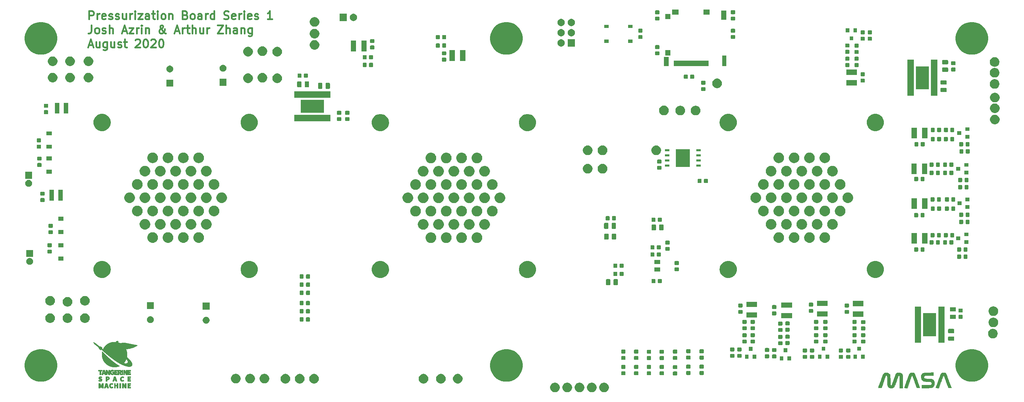
<source format=gbr>
G04 #@! TF.GenerationSoftware,KiCad,Pcbnew,(5.1.5-0-10_14)*
G04 #@! TF.CreationDate,2020-08-17T13:50:39-04:00*
G04 #@! TF.ProjectId,pressurization_series1,70726573-7375-4726-997a-6174696f6e5f,Rev 1*
G04 #@! TF.SameCoordinates,Original*
G04 #@! TF.FileFunction,Soldermask,Top*
G04 #@! TF.FilePolarity,Negative*
%FSLAX46Y46*%
G04 Gerber Fmt 4.6, Leading zero omitted, Abs format (unit mm)*
G04 Created by KiCad (PCBNEW (5.1.5-0-10_14)) date 2020-08-17 13:50:39*
%MOMM*%
%LPD*%
G04 APERTURE LIST*
%ADD10C,0.457200*%
%ADD11C,0.010000*%
%ADD12C,0.100000*%
G04 APERTURE END LIST*
D10*
X42436989Y-55453038D02*
X42436989Y-53421038D01*
X43211084Y-53421038D01*
X43404608Y-53517800D01*
X43501370Y-53614561D01*
X43598132Y-53808085D01*
X43598132Y-54098371D01*
X43501370Y-54291895D01*
X43404608Y-54388657D01*
X43211084Y-54485419D01*
X42436989Y-54485419D01*
X44468989Y-55453038D02*
X44468989Y-54098371D01*
X44468989Y-54485419D02*
X44565751Y-54291895D01*
X44662513Y-54195133D01*
X44856037Y-54098371D01*
X45049560Y-54098371D01*
X46500989Y-55356276D02*
X46307465Y-55453038D01*
X45920418Y-55453038D01*
X45726894Y-55356276D01*
X45630132Y-55162752D01*
X45630132Y-54388657D01*
X45726894Y-54195133D01*
X45920418Y-54098371D01*
X46307465Y-54098371D01*
X46500989Y-54195133D01*
X46597751Y-54388657D01*
X46597751Y-54582180D01*
X45630132Y-54775704D01*
X47371846Y-55356276D02*
X47565370Y-55453038D01*
X47952418Y-55453038D01*
X48145941Y-55356276D01*
X48242703Y-55162752D01*
X48242703Y-55065990D01*
X48145941Y-54872466D01*
X47952418Y-54775704D01*
X47662132Y-54775704D01*
X47468608Y-54678942D01*
X47371846Y-54485419D01*
X47371846Y-54388657D01*
X47468608Y-54195133D01*
X47662132Y-54098371D01*
X47952418Y-54098371D01*
X48145941Y-54195133D01*
X49016799Y-55356276D02*
X49210322Y-55453038D01*
X49597370Y-55453038D01*
X49790894Y-55356276D01*
X49887656Y-55162752D01*
X49887656Y-55065990D01*
X49790894Y-54872466D01*
X49597370Y-54775704D01*
X49307084Y-54775704D01*
X49113560Y-54678942D01*
X49016799Y-54485419D01*
X49016799Y-54388657D01*
X49113560Y-54195133D01*
X49307084Y-54098371D01*
X49597370Y-54098371D01*
X49790894Y-54195133D01*
X51629370Y-54098371D02*
X51629370Y-55453038D01*
X50758513Y-54098371D02*
X50758513Y-55162752D01*
X50855275Y-55356276D01*
X51048799Y-55453038D01*
X51339084Y-55453038D01*
X51532608Y-55356276D01*
X51629370Y-55259514D01*
X52596989Y-55453038D02*
X52596989Y-54098371D01*
X52596989Y-54485419D02*
X52693751Y-54291895D01*
X52790513Y-54195133D01*
X52984037Y-54098371D01*
X53177560Y-54098371D01*
X53854894Y-55453038D02*
X53854894Y-54098371D01*
X53854894Y-53421038D02*
X53758132Y-53517800D01*
X53854894Y-53614561D01*
X53951656Y-53517800D01*
X53854894Y-53421038D01*
X53854894Y-53614561D01*
X54628989Y-54098371D02*
X55693370Y-54098371D01*
X54628989Y-55453038D01*
X55693370Y-55453038D01*
X57338322Y-55453038D02*
X57338322Y-54388657D01*
X57241560Y-54195133D01*
X57048037Y-54098371D01*
X56660989Y-54098371D01*
X56467465Y-54195133D01*
X57338322Y-55356276D02*
X57144799Y-55453038D01*
X56660989Y-55453038D01*
X56467465Y-55356276D01*
X56370703Y-55162752D01*
X56370703Y-54969228D01*
X56467465Y-54775704D01*
X56660989Y-54678942D01*
X57144799Y-54678942D01*
X57338322Y-54582180D01*
X58015656Y-54098371D02*
X58789751Y-54098371D01*
X58305941Y-53421038D02*
X58305941Y-55162752D01*
X58402703Y-55356276D01*
X58596227Y-55453038D01*
X58789751Y-55453038D01*
X59467084Y-55453038D02*
X59467084Y-54098371D01*
X59467084Y-53421038D02*
X59370322Y-53517800D01*
X59467084Y-53614561D01*
X59563846Y-53517800D01*
X59467084Y-53421038D01*
X59467084Y-53614561D01*
X60724989Y-55453038D02*
X60531465Y-55356276D01*
X60434703Y-55259514D01*
X60337941Y-55065990D01*
X60337941Y-54485419D01*
X60434703Y-54291895D01*
X60531465Y-54195133D01*
X60724989Y-54098371D01*
X61015275Y-54098371D01*
X61208799Y-54195133D01*
X61305560Y-54291895D01*
X61402322Y-54485419D01*
X61402322Y-55065990D01*
X61305560Y-55259514D01*
X61208799Y-55356276D01*
X61015275Y-55453038D01*
X60724989Y-55453038D01*
X62273180Y-54098371D02*
X62273180Y-55453038D01*
X62273180Y-54291895D02*
X62369941Y-54195133D01*
X62563465Y-54098371D01*
X62853751Y-54098371D01*
X63047275Y-54195133D01*
X63144037Y-54388657D01*
X63144037Y-55453038D01*
X66337180Y-54388657D02*
X66627465Y-54485419D01*
X66724227Y-54582180D01*
X66820989Y-54775704D01*
X66820989Y-55065990D01*
X66724227Y-55259514D01*
X66627465Y-55356276D01*
X66433941Y-55453038D01*
X65659846Y-55453038D01*
X65659846Y-53421038D01*
X66337180Y-53421038D01*
X66530703Y-53517800D01*
X66627465Y-53614561D01*
X66724227Y-53808085D01*
X66724227Y-54001609D01*
X66627465Y-54195133D01*
X66530703Y-54291895D01*
X66337180Y-54388657D01*
X65659846Y-54388657D01*
X67982132Y-55453038D02*
X67788608Y-55356276D01*
X67691846Y-55259514D01*
X67595084Y-55065990D01*
X67595084Y-54485419D01*
X67691846Y-54291895D01*
X67788608Y-54195133D01*
X67982132Y-54098371D01*
X68272418Y-54098371D01*
X68465941Y-54195133D01*
X68562703Y-54291895D01*
X68659465Y-54485419D01*
X68659465Y-55065990D01*
X68562703Y-55259514D01*
X68465941Y-55356276D01*
X68272418Y-55453038D01*
X67982132Y-55453038D01*
X70401180Y-55453038D02*
X70401180Y-54388657D01*
X70304418Y-54195133D01*
X70110894Y-54098371D01*
X69723846Y-54098371D01*
X69530322Y-54195133D01*
X70401180Y-55356276D02*
X70207656Y-55453038D01*
X69723846Y-55453038D01*
X69530322Y-55356276D01*
X69433560Y-55162752D01*
X69433560Y-54969228D01*
X69530322Y-54775704D01*
X69723846Y-54678942D01*
X70207656Y-54678942D01*
X70401180Y-54582180D01*
X71368799Y-55453038D02*
X71368799Y-54098371D01*
X71368799Y-54485419D02*
X71465560Y-54291895D01*
X71562322Y-54195133D01*
X71755846Y-54098371D01*
X71949370Y-54098371D01*
X73497560Y-55453038D02*
X73497560Y-53421038D01*
X73497560Y-55356276D02*
X73304037Y-55453038D01*
X72916989Y-55453038D01*
X72723465Y-55356276D01*
X72626703Y-55259514D01*
X72529941Y-55065990D01*
X72529941Y-54485419D01*
X72626703Y-54291895D01*
X72723465Y-54195133D01*
X72916989Y-54098371D01*
X73304037Y-54098371D01*
X73497560Y-54195133D01*
X75916608Y-55356276D02*
X76206894Y-55453038D01*
X76690703Y-55453038D01*
X76884227Y-55356276D01*
X76980989Y-55259514D01*
X77077751Y-55065990D01*
X77077751Y-54872466D01*
X76980989Y-54678942D01*
X76884227Y-54582180D01*
X76690703Y-54485419D01*
X76303656Y-54388657D01*
X76110132Y-54291895D01*
X76013370Y-54195133D01*
X75916608Y-54001609D01*
X75916608Y-53808085D01*
X76013370Y-53614561D01*
X76110132Y-53517800D01*
X76303656Y-53421038D01*
X76787465Y-53421038D01*
X77077751Y-53517800D01*
X78722703Y-55356276D02*
X78529180Y-55453038D01*
X78142132Y-55453038D01*
X77948608Y-55356276D01*
X77851846Y-55162752D01*
X77851846Y-54388657D01*
X77948608Y-54195133D01*
X78142132Y-54098371D01*
X78529180Y-54098371D01*
X78722703Y-54195133D01*
X78819465Y-54388657D01*
X78819465Y-54582180D01*
X77851846Y-54775704D01*
X79690322Y-55453038D02*
X79690322Y-54098371D01*
X79690322Y-54485419D02*
X79787084Y-54291895D01*
X79883846Y-54195133D01*
X80077370Y-54098371D01*
X80270894Y-54098371D01*
X80948227Y-55453038D02*
X80948227Y-54098371D01*
X80948227Y-53421038D02*
X80851465Y-53517800D01*
X80948227Y-53614561D01*
X81044989Y-53517800D01*
X80948227Y-53421038D01*
X80948227Y-53614561D01*
X82689941Y-55356276D02*
X82496418Y-55453038D01*
X82109370Y-55453038D01*
X81915846Y-55356276D01*
X81819084Y-55162752D01*
X81819084Y-54388657D01*
X81915846Y-54195133D01*
X82109370Y-54098371D01*
X82496418Y-54098371D01*
X82689941Y-54195133D01*
X82786703Y-54388657D01*
X82786703Y-54582180D01*
X81819084Y-54775704D01*
X83560799Y-55356276D02*
X83754322Y-55453038D01*
X84141370Y-55453038D01*
X84334894Y-55356276D01*
X84431656Y-55162752D01*
X84431656Y-55065990D01*
X84334894Y-54872466D01*
X84141370Y-54775704D01*
X83851084Y-54775704D01*
X83657560Y-54678942D01*
X83560799Y-54485419D01*
X83560799Y-54388657D01*
X83657560Y-54195133D01*
X83851084Y-54098371D01*
X84141370Y-54098371D01*
X84334894Y-54195133D01*
X87915084Y-55453038D02*
X86753941Y-55453038D01*
X87334513Y-55453038D02*
X87334513Y-53421038D01*
X87140989Y-53711323D01*
X86947465Y-53904847D01*
X86753941Y-54001609D01*
X43017560Y-56926238D02*
X43017560Y-58377666D01*
X42920799Y-58667952D01*
X42727275Y-58861476D01*
X42436989Y-58958238D01*
X42243465Y-58958238D01*
X44275465Y-58958238D02*
X44081941Y-58861476D01*
X43985180Y-58764714D01*
X43888418Y-58571190D01*
X43888418Y-57990619D01*
X43985180Y-57797095D01*
X44081941Y-57700333D01*
X44275465Y-57603571D01*
X44565751Y-57603571D01*
X44759275Y-57700333D01*
X44856037Y-57797095D01*
X44952799Y-57990619D01*
X44952799Y-58571190D01*
X44856037Y-58764714D01*
X44759275Y-58861476D01*
X44565751Y-58958238D01*
X44275465Y-58958238D01*
X45726894Y-58861476D02*
X45920418Y-58958238D01*
X46307465Y-58958238D01*
X46500989Y-58861476D01*
X46597751Y-58667952D01*
X46597751Y-58571190D01*
X46500989Y-58377666D01*
X46307465Y-58280904D01*
X46017180Y-58280904D01*
X45823656Y-58184142D01*
X45726894Y-57990619D01*
X45726894Y-57893857D01*
X45823656Y-57700333D01*
X46017180Y-57603571D01*
X46307465Y-57603571D01*
X46500989Y-57700333D01*
X47468608Y-58958238D02*
X47468608Y-56926238D01*
X48339465Y-58958238D02*
X48339465Y-57893857D01*
X48242703Y-57700333D01*
X48049180Y-57603571D01*
X47758894Y-57603571D01*
X47565370Y-57700333D01*
X47468608Y-57797095D01*
X50758513Y-58377666D02*
X51726132Y-58377666D01*
X50564989Y-58958238D02*
X51242322Y-56926238D01*
X51919656Y-58958238D01*
X52403465Y-57603571D02*
X53467846Y-57603571D01*
X52403465Y-58958238D01*
X53467846Y-58958238D01*
X54241941Y-58958238D02*
X54241941Y-57603571D01*
X54241941Y-57990619D02*
X54338703Y-57797095D01*
X54435465Y-57700333D01*
X54628989Y-57603571D01*
X54822513Y-57603571D01*
X55499846Y-58958238D02*
X55499846Y-57603571D01*
X55499846Y-56926238D02*
X55403084Y-57023000D01*
X55499846Y-57119761D01*
X55596608Y-57023000D01*
X55499846Y-56926238D01*
X55499846Y-57119761D01*
X56467465Y-57603571D02*
X56467465Y-58958238D01*
X56467465Y-57797095D02*
X56564227Y-57700333D01*
X56757751Y-57603571D01*
X57048037Y-57603571D01*
X57241560Y-57700333D01*
X57338322Y-57893857D01*
X57338322Y-58958238D01*
X61499084Y-58958238D02*
X61402322Y-58958238D01*
X61208799Y-58861476D01*
X60918513Y-58571190D01*
X60434703Y-57990619D01*
X60241180Y-57700333D01*
X60144418Y-57410047D01*
X60144418Y-57216523D01*
X60241180Y-57023000D01*
X60434703Y-56926238D01*
X60531465Y-56926238D01*
X60724989Y-57023000D01*
X60821751Y-57216523D01*
X60821751Y-57313285D01*
X60724989Y-57506809D01*
X60628227Y-57603571D01*
X60047656Y-57990619D01*
X59950894Y-58087380D01*
X59854132Y-58280904D01*
X59854132Y-58571190D01*
X59950894Y-58764714D01*
X60047656Y-58861476D01*
X60241180Y-58958238D01*
X60531465Y-58958238D01*
X60724989Y-58861476D01*
X60821751Y-58764714D01*
X61112037Y-58377666D01*
X61208799Y-58087380D01*
X61208799Y-57893857D01*
X63821370Y-58377666D02*
X64788989Y-58377666D01*
X63627846Y-58958238D02*
X64305180Y-56926238D01*
X64982513Y-58958238D01*
X65659846Y-58958238D02*
X65659846Y-57603571D01*
X65659846Y-57990619D02*
X65756608Y-57797095D01*
X65853370Y-57700333D01*
X66046894Y-57603571D01*
X66240418Y-57603571D01*
X66627465Y-57603571D02*
X67401560Y-57603571D01*
X66917751Y-56926238D02*
X66917751Y-58667952D01*
X67014513Y-58861476D01*
X67208037Y-58958238D01*
X67401560Y-58958238D01*
X68078894Y-58958238D02*
X68078894Y-56926238D01*
X68949751Y-58958238D02*
X68949751Y-57893857D01*
X68852989Y-57700333D01*
X68659465Y-57603571D01*
X68369180Y-57603571D01*
X68175656Y-57700333D01*
X68078894Y-57797095D01*
X70788227Y-57603571D02*
X70788227Y-58958238D01*
X69917370Y-57603571D02*
X69917370Y-58667952D01*
X70014132Y-58861476D01*
X70207656Y-58958238D01*
X70497941Y-58958238D01*
X70691465Y-58861476D01*
X70788227Y-58764714D01*
X71755846Y-58958238D02*
X71755846Y-57603571D01*
X71755846Y-57990619D02*
X71852608Y-57797095D01*
X71949370Y-57700333D01*
X72142894Y-57603571D01*
X72336418Y-57603571D01*
X74368418Y-56926238D02*
X75723084Y-56926238D01*
X74368418Y-58958238D01*
X75723084Y-58958238D01*
X76497180Y-58958238D02*
X76497180Y-56926238D01*
X77368037Y-58958238D02*
X77368037Y-57893857D01*
X77271275Y-57700333D01*
X77077751Y-57603571D01*
X76787465Y-57603571D01*
X76593941Y-57700333D01*
X76497180Y-57797095D01*
X79206513Y-58958238D02*
X79206513Y-57893857D01*
X79109751Y-57700333D01*
X78916227Y-57603571D01*
X78529180Y-57603571D01*
X78335656Y-57700333D01*
X79206513Y-58861476D02*
X79012989Y-58958238D01*
X78529180Y-58958238D01*
X78335656Y-58861476D01*
X78238894Y-58667952D01*
X78238894Y-58474428D01*
X78335656Y-58280904D01*
X78529180Y-58184142D01*
X79012989Y-58184142D01*
X79206513Y-58087380D01*
X80174132Y-57603571D02*
X80174132Y-58958238D01*
X80174132Y-57797095D02*
X80270894Y-57700333D01*
X80464418Y-57603571D01*
X80754703Y-57603571D01*
X80948227Y-57700333D01*
X81044989Y-57893857D01*
X81044989Y-58958238D01*
X82883465Y-57603571D02*
X82883465Y-59248523D01*
X82786703Y-59442047D01*
X82689941Y-59538809D01*
X82496418Y-59635571D01*
X82206132Y-59635571D01*
X82012608Y-59538809D01*
X82883465Y-58861476D02*
X82689941Y-58958238D01*
X82302894Y-58958238D01*
X82109370Y-58861476D01*
X82012608Y-58764714D01*
X81915846Y-58571190D01*
X81915846Y-57990619D01*
X82012608Y-57797095D01*
X82109370Y-57700333D01*
X82302894Y-57603571D01*
X82689941Y-57603571D01*
X82883465Y-57700333D01*
X42340227Y-61882866D02*
X43307846Y-61882866D01*
X42146703Y-62463438D02*
X42824037Y-60431438D01*
X43501370Y-62463438D01*
X45049560Y-61108771D02*
X45049560Y-62463438D01*
X44178703Y-61108771D02*
X44178703Y-62173152D01*
X44275465Y-62366676D01*
X44468989Y-62463438D01*
X44759275Y-62463438D01*
X44952799Y-62366676D01*
X45049560Y-62269914D01*
X46888037Y-61108771D02*
X46888037Y-62753723D01*
X46791275Y-62947247D01*
X46694513Y-63044009D01*
X46500989Y-63140771D01*
X46210703Y-63140771D01*
X46017180Y-63044009D01*
X46888037Y-62366676D02*
X46694513Y-62463438D01*
X46307465Y-62463438D01*
X46113941Y-62366676D01*
X46017180Y-62269914D01*
X45920418Y-62076390D01*
X45920418Y-61495819D01*
X46017180Y-61302295D01*
X46113941Y-61205533D01*
X46307465Y-61108771D01*
X46694513Y-61108771D01*
X46888037Y-61205533D01*
X48726513Y-61108771D02*
X48726513Y-62463438D01*
X47855656Y-61108771D02*
X47855656Y-62173152D01*
X47952418Y-62366676D01*
X48145941Y-62463438D01*
X48436227Y-62463438D01*
X48629751Y-62366676D01*
X48726513Y-62269914D01*
X49597370Y-62366676D02*
X49790894Y-62463438D01*
X50177941Y-62463438D01*
X50371465Y-62366676D01*
X50468227Y-62173152D01*
X50468227Y-62076390D01*
X50371465Y-61882866D01*
X50177941Y-61786104D01*
X49887656Y-61786104D01*
X49694132Y-61689342D01*
X49597370Y-61495819D01*
X49597370Y-61399057D01*
X49694132Y-61205533D01*
X49887656Y-61108771D01*
X50177941Y-61108771D01*
X50371465Y-61205533D01*
X51048799Y-61108771D02*
X51822894Y-61108771D01*
X51339084Y-60431438D02*
X51339084Y-62173152D01*
X51435846Y-62366676D01*
X51629370Y-62463438D01*
X51822894Y-62463438D01*
X53951656Y-60624961D02*
X54048418Y-60528200D01*
X54241941Y-60431438D01*
X54725751Y-60431438D01*
X54919275Y-60528200D01*
X55016037Y-60624961D01*
X55112799Y-60818485D01*
X55112799Y-61012009D01*
X55016037Y-61302295D01*
X53854894Y-62463438D01*
X55112799Y-62463438D01*
X56370703Y-60431438D02*
X56564227Y-60431438D01*
X56757751Y-60528200D01*
X56854513Y-60624961D01*
X56951275Y-60818485D01*
X57048037Y-61205533D01*
X57048037Y-61689342D01*
X56951275Y-62076390D01*
X56854513Y-62269914D01*
X56757751Y-62366676D01*
X56564227Y-62463438D01*
X56370703Y-62463438D01*
X56177180Y-62366676D01*
X56080418Y-62269914D01*
X55983656Y-62076390D01*
X55886894Y-61689342D01*
X55886894Y-61205533D01*
X55983656Y-60818485D01*
X56080418Y-60624961D01*
X56177180Y-60528200D01*
X56370703Y-60431438D01*
X57822132Y-60624961D02*
X57918894Y-60528200D01*
X58112418Y-60431438D01*
X58596227Y-60431438D01*
X58789751Y-60528200D01*
X58886513Y-60624961D01*
X58983275Y-60818485D01*
X58983275Y-61012009D01*
X58886513Y-61302295D01*
X57725370Y-62463438D01*
X58983275Y-62463438D01*
X60241180Y-60431438D02*
X60434703Y-60431438D01*
X60628227Y-60528200D01*
X60724989Y-60624961D01*
X60821751Y-60818485D01*
X60918513Y-61205533D01*
X60918513Y-61689342D01*
X60821751Y-62076390D01*
X60724989Y-62269914D01*
X60628227Y-62366676D01*
X60434703Y-62463438D01*
X60241180Y-62463438D01*
X60047656Y-62366676D01*
X59950894Y-62269914D01*
X59854132Y-62076390D01*
X59757370Y-61689342D01*
X59757370Y-61205533D01*
X59854132Y-60818485D01*
X59950894Y-60624961D01*
X60047656Y-60528200D01*
X60241180Y-60431438D01*
D11*
G36*
X49435553Y-135378668D02*
G01*
X49461434Y-135379478D01*
X49484654Y-135381012D01*
X49503838Y-135383263D01*
X49517611Y-135386223D01*
X49524597Y-135389885D01*
X49525061Y-135390705D01*
X49529919Y-135394375D01*
X49532349Y-135394700D01*
X49545184Y-135397484D01*
X49562341Y-135405085D01*
X49582112Y-135416377D01*
X49602789Y-135430237D01*
X49622661Y-135445537D01*
X49640022Y-135461152D01*
X49650448Y-135472494D01*
X49666529Y-135492118D01*
X49644224Y-135536667D01*
X49635189Y-135554323D01*
X49627280Y-135569058D01*
X49621373Y-135579285D01*
X49618408Y-135583387D01*
X49615169Y-135588532D01*
X49611429Y-135598669D01*
X49610436Y-135602121D01*
X49606212Y-135614177D01*
X49601389Y-135623098D01*
X49600377Y-135624285D01*
X49595467Y-135631811D01*
X49590380Y-135643375D01*
X49589379Y-135646244D01*
X49584754Y-135658303D01*
X49577725Y-135674472D01*
X49569776Y-135691341D01*
X49569429Y-135692045D01*
X49559365Y-135712779D01*
X49552937Y-135727089D01*
X49549776Y-135736011D01*
X49549514Y-135740580D01*
X49551690Y-135741833D01*
X49558400Y-135743455D01*
X49568616Y-135747401D01*
X49569577Y-135747827D01*
X49583118Y-135752801D01*
X49595617Y-135755930D01*
X49609447Y-135758735D01*
X49624220Y-135762500D01*
X49637360Y-135766475D01*
X49646291Y-135769908D01*
X49648533Y-135771361D01*
X49653329Y-135773810D01*
X49664131Y-135777836D01*
X49678816Y-135782662D01*
X49682400Y-135783767D01*
X49714866Y-135794015D01*
X49749942Y-135805711D01*
X49786414Y-135818397D01*
X49823064Y-135831612D01*
X49858677Y-135844898D01*
X49892038Y-135857794D01*
X49921931Y-135869840D01*
X49947139Y-135880578D01*
X49966448Y-135889547D01*
X49976616Y-135895010D01*
X49988032Y-135900330D01*
X49998196Y-135902678D01*
X49998539Y-135902684D01*
X50008873Y-135905378D01*
X50013803Y-135908741D01*
X50021063Y-135913851D01*
X50032919Y-135920217D01*
X50040563Y-135923741D01*
X50054886Y-135930216D01*
X50072958Y-135938771D01*
X50091000Y-135947615D01*
X50091930Y-135948081D01*
X50122577Y-135963461D01*
X50185063Y-135950011D01*
X50215292Y-135943656D01*
X50246342Y-135937396D01*
X50276886Y-135931475D01*
X50305594Y-135926134D01*
X50331139Y-135921615D01*
X50352193Y-135918162D01*
X50367427Y-135916016D01*
X50374832Y-135915400D01*
X50382653Y-135914032D01*
X50385133Y-135911503D01*
X50388996Y-135909200D01*
X50399134Y-135906875D01*
X50413373Y-135905025D01*
X50413708Y-135904994D01*
X50454313Y-135901139D01*
X50486558Y-135897763D01*
X50510419Y-135894870D01*
X50525875Y-135892463D01*
X50532905Y-135890543D01*
X50533300Y-135890215D01*
X50536531Y-135888839D01*
X50544827Y-135887172D01*
X50558726Y-135885149D01*
X50578769Y-135882705D01*
X50605493Y-135879777D01*
X50639439Y-135876298D01*
X50681147Y-135872206D01*
X50693084Y-135871056D01*
X50783585Y-135863009D01*
X50866746Y-135856983D01*
X50943444Y-135852957D01*
X51014556Y-135850907D01*
X51080959Y-135850813D01*
X51143529Y-135852651D01*
X51203143Y-135856401D01*
X51219100Y-135857760D01*
X51250088Y-135860691D01*
X51282810Y-135864031D01*
X51316179Y-135867646D01*
X51349108Y-135871402D01*
X51380511Y-135875164D01*
X51409299Y-135878797D01*
X51434386Y-135882166D01*
X51454685Y-135885136D01*
X51469109Y-135887573D01*
X51476571Y-135889342D01*
X51477333Y-135889772D01*
X51482461Y-135891562D01*
X51495187Y-135893883D01*
X51514670Y-135896625D01*
X51540067Y-135899674D01*
X51570533Y-135902919D01*
X51591591Y-135904979D01*
X51606418Y-135906823D01*
X51617962Y-135909061D01*
X51623341Y-135911012D01*
X51628905Y-135912915D01*
X51641170Y-135915739D01*
X51658462Y-135919137D01*
X51679112Y-135922765D01*
X51684766Y-135923694D01*
X51716661Y-135928972D01*
X51752283Y-135935066D01*
X51790756Y-135941809D01*
X51831204Y-135949035D01*
X51872751Y-135956580D01*
X51914520Y-135964276D01*
X51955634Y-135971959D01*
X51995219Y-135979462D01*
X52032396Y-135986620D01*
X52066291Y-135993266D01*
X52096026Y-135999235D01*
X52120726Y-136004361D01*
X52139514Y-136008479D01*
X52151514Y-136011422D01*
X52155574Y-136012782D01*
X52162852Y-136015057D01*
X52176223Y-136017694D01*
X52193348Y-136020262D01*
X52201979Y-136021318D01*
X52219304Y-136023566D01*
X52233231Y-136025911D01*
X52241764Y-136027990D01*
X52243405Y-136028843D01*
X52248531Y-136031157D01*
X52259852Y-136034276D01*
X52275187Y-136037761D01*
X52292355Y-136041175D01*
X52309176Y-136044081D01*
X52323470Y-136046039D01*
X52332024Y-136046633D01*
X52343962Y-136047892D01*
X52352632Y-136050639D01*
X52359180Y-136052826D01*
X52372424Y-136056233D01*
X52390747Y-136060478D01*
X52412530Y-136065180D01*
X52425600Y-136067862D01*
X52449576Y-136072711D01*
X52471947Y-136077271D01*
X52490791Y-136081148D01*
X52504187Y-136083947D01*
X52508150Y-136084799D01*
X52517126Y-136086695D01*
X52532975Y-136089964D01*
X52554267Y-136094315D01*
X52579574Y-136099456D01*
X52607467Y-136105096D01*
X52622450Y-136108115D01*
X52650187Y-136113825D01*
X52675192Y-136119216D01*
X52696253Y-136124005D01*
X52712155Y-136127912D01*
X52721686Y-136130655D01*
X52723838Y-136131623D01*
X52730518Y-136134284D01*
X52741396Y-136135522D01*
X52742523Y-136135533D01*
X52753476Y-136136279D01*
X52768438Y-136138252D01*
X52785368Y-136141059D01*
X52802227Y-136144305D01*
X52816974Y-136147594D01*
X52827570Y-136150532D01*
X52831976Y-136152724D01*
X52832000Y-136152849D01*
X52835887Y-136154704D01*
X52846286Y-136157148D01*
X52861301Y-136159770D01*
X52869042Y-136160896D01*
X52886836Y-136163612D01*
X52902170Y-136166455D01*
X52912523Y-136168939D01*
X52914550Y-136169654D01*
X52920786Y-136171401D01*
X52934193Y-136174505D01*
X52953626Y-136178724D01*
X52977941Y-136183814D01*
X53005996Y-136189532D01*
X53036645Y-136195637D01*
X53041550Y-136196602D01*
X53100614Y-136208192D01*
X53151979Y-136218265D01*
X53196250Y-136226940D01*
X53234036Y-136234334D01*
X53265944Y-136240563D01*
X53292582Y-136245746D01*
X53314556Y-136250000D01*
X53332473Y-136253442D01*
X53346943Y-136256191D01*
X53358571Y-136258362D01*
X53367965Y-136260075D01*
X53375732Y-136261446D01*
X53382481Y-136262593D01*
X53384450Y-136262919D01*
X53399768Y-136265802D01*
X53411871Y-136268732D01*
X53418227Y-136271095D01*
X53418327Y-136271169D01*
X53423955Y-136272974D01*
X53436226Y-136275454D01*
X53453373Y-136278292D01*
X53473631Y-136281172D01*
X53475222Y-136281381D01*
X53495671Y-136284264D01*
X53513169Y-136287148D01*
X53525940Y-136289711D01*
X53532208Y-136291631D01*
X53532362Y-136291737D01*
X53539191Y-136294607D01*
X53550543Y-136297354D01*
X53553783Y-136297915D01*
X53563595Y-136299544D01*
X53579945Y-136302348D01*
X53601034Y-136306015D01*
X53625065Y-136310233D01*
X53642683Y-136313348D01*
X53682204Y-136320261D01*
X53724492Y-136327487D01*
X53768683Y-136334891D01*
X53813910Y-136342339D01*
X53859307Y-136349694D01*
X53904008Y-136356824D01*
X53947147Y-136363591D01*
X53987858Y-136369862D01*
X54025275Y-136375502D01*
X54058531Y-136380376D01*
X54086761Y-136384349D01*
X54109098Y-136387286D01*
X54124677Y-136389053D01*
X54131877Y-136389533D01*
X54140688Y-136390781D01*
X54144333Y-136393766D01*
X54148143Y-136396169D01*
X54157895Y-136397703D01*
X54165747Y-136398000D01*
X54181209Y-136398523D01*
X54200539Y-136399927D01*
X54221555Y-136401962D01*
X54242076Y-136404381D01*
X54259919Y-136406933D01*
X54272903Y-136409371D01*
X54277683Y-136410767D01*
X54285197Y-136412634D01*
X54299040Y-136414974D01*
X54317112Y-136417466D01*
X54333775Y-136419413D01*
X54381400Y-136424530D01*
X54381400Y-136438687D01*
X54380785Y-136445262D01*
X54378208Y-136451438D01*
X54372568Y-136458522D01*
X54362763Y-136467819D01*
X54347694Y-136480636D01*
X54342242Y-136485149D01*
X54325392Y-136499093D01*
X54309583Y-136512253D01*
X54296736Y-136523026D01*
X54289508Y-136529170D01*
X54279705Y-136537145D01*
X54271923Y-136542648D01*
X54270458Y-136543457D01*
X54265334Y-136546669D01*
X54254580Y-136553951D01*
X54239448Y-136564439D01*
X54221186Y-136577266D01*
X54205717Y-136588239D01*
X54185427Y-136602571D01*
X54166837Y-136615483D01*
X54151332Y-136626029D01*
X54140299Y-136633264D01*
X54135867Y-136635909D01*
X54125803Y-136641774D01*
X54113207Y-136649964D01*
X54108773Y-136653034D01*
X54098267Y-136659924D01*
X54090428Y-136664112D01*
X54088382Y-136664700D01*
X54082832Y-136667071D01*
X54073727Y-136672989D01*
X54070626Y-136675283D01*
X54060836Y-136681961D01*
X54053449Y-136685626D01*
X54052161Y-136685866D01*
X54045366Y-136688475D01*
X54041803Y-136691158D01*
X54035498Y-136695506D01*
X54023837Y-136702386D01*
X54009024Y-136710514D01*
X54004459Y-136712919D01*
X53988611Y-136721575D01*
X53974793Y-136729817D01*
X53965474Y-136736155D01*
X53964144Y-136737260D01*
X53956221Y-136743092D01*
X53951015Y-136745133D01*
X53945741Y-136747054D01*
X53934726Y-136752272D01*
X53919630Y-136759970D01*
X53903692Y-136768467D01*
X53884201Y-136778796D01*
X53865187Y-136788415D01*
X53849163Y-136796078D01*
X53840621Y-136799789D01*
X53826006Y-136806266D01*
X53808379Y-136815023D01*
X53794333Y-136822618D01*
X53779184Y-136830593D01*
X53765081Y-136836969D01*
X53755523Y-136840239D01*
X53742687Y-136845196D01*
X53733267Y-136851342D01*
X53722300Y-136858507D01*
X53712811Y-136862267D01*
X53704051Y-136865222D01*
X53690195Y-136870825D01*
X53673768Y-136878035D01*
X53668083Y-136880651D01*
X53648079Y-136889648D01*
X53624336Y-136899849D01*
X53601038Y-136909469D01*
X53594000Y-136912274D01*
X53575139Y-136919750D01*
X53557592Y-136926787D01*
X53543932Y-136932350D01*
X53538967Y-136934423D01*
X53524814Y-136940399D01*
X53513237Y-136945109D01*
X53501239Y-136949722D01*
X53485822Y-136955405D01*
X53475467Y-136959169D01*
X53459517Y-136965359D01*
X53446148Y-136971282D01*
X53437841Y-136975822D01*
X53437033Y-136976442D01*
X53427890Y-136980770D01*
X53418317Y-136982200D01*
X53406986Y-136984231D01*
X53399600Y-136988138D01*
X53391770Y-136992805D01*
X53379291Y-136998061D01*
X53371750Y-137000622D01*
X53357661Y-137005218D01*
X53339095Y-137011596D01*
X53319505Y-137018562D01*
X53314600Y-137020348D01*
X53296453Y-137026882D01*
X53279524Y-137032781D01*
X53266689Y-137037049D01*
X53263800Y-137037943D01*
X53254856Y-137040744D01*
X53239582Y-137045673D01*
X53219676Y-137052175D01*
X53196840Y-137059695D01*
X53180241Y-137065195D01*
X53157192Y-137072733D01*
X53136661Y-137079223D01*
X53120111Y-137084219D01*
X53109004Y-137087278D01*
X53105100Y-137088033D01*
X53099434Y-137090303D01*
X53098700Y-137092266D01*
X53095137Y-137095652D01*
X53089826Y-137096500D01*
X53080668Y-137097697D01*
X53067138Y-137100738D01*
X53052208Y-137104799D01*
X53038851Y-137109054D01*
X53030040Y-137112678D01*
X53028850Y-137113423D01*
X53022248Y-137116375D01*
X53008258Y-137121104D01*
X52987719Y-137127387D01*
X52961468Y-137134998D01*
X52930345Y-137143712D01*
X52895186Y-137153305D01*
X52856831Y-137163551D01*
X52816119Y-137174225D01*
X52773886Y-137185102D01*
X52730972Y-137195958D01*
X52688214Y-137206568D01*
X52646452Y-137216705D01*
X52624567Y-137221915D01*
X52608079Y-137226193D01*
X52593079Y-137230734D01*
X52584350Y-137233936D01*
X52574213Y-137237112D01*
X52558610Y-137240627D01*
X52540483Y-137243841D01*
X52535667Y-137244555D01*
X52518792Y-137247268D01*
X52505052Y-137250074D01*
X52496683Y-137252493D01*
X52495426Y-137253169D01*
X52490126Y-137254978D01*
X52477539Y-137258100D01*
X52458707Y-137262329D01*
X52434669Y-137267455D01*
X52406468Y-137273270D01*
X52375145Y-137279564D01*
X52341741Y-137286130D01*
X52307297Y-137292758D01*
X52272855Y-137299240D01*
X52239456Y-137305367D01*
X52208142Y-137310931D01*
X52201233Y-137312128D01*
X52167640Y-137317723D01*
X52130507Y-137323576D01*
X52091665Y-137329424D01*
X52052946Y-137335008D01*
X52016183Y-137340066D01*
X51983207Y-137344336D01*
X51955852Y-137347557D01*
X51945117Y-137348666D01*
X51929697Y-137350579D01*
X51917483Y-137352869D01*
X51911060Y-137355049D01*
X51910994Y-137355100D01*
X51905735Y-137356688D01*
X51893934Y-137358155D01*
X51875325Y-137359512D01*
X51849641Y-137360769D01*
X51816615Y-137361937D01*
X51775982Y-137363026D01*
X51727473Y-137364047D01*
X51670823Y-137365011D01*
X51657285Y-137365216D01*
X51615992Y-137365962D01*
X51581686Y-137366868D01*
X51554671Y-137367918D01*
X51535255Y-137369099D01*
X51523744Y-137370396D01*
X51520407Y-137371561D01*
X51521703Y-137375675D01*
X51522868Y-137375900D01*
X51527360Y-137379470D01*
X51532180Y-137387974D01*
X51535728Y-137398101D01*
X51536600Y-137404341D01*
X51539250Y-137413132D01*
X51542432Y-137417900D01*
X51546454Y-137424513D01*
X51553071Y-137437688D01*
X51561707Y-137456133D01*
X51571787Y-137478560D01*
X51582738Y-137503678D01*
X51593985Y-137530198D01*
X51604951Y-137556829D01*
X51610488Y-137570633D01*
X51617602Y-137588527D01*
X51623848Y-137604180D01*
X51628370Y-137615449D01*
X51629941Y-137619317D01*
X51633950Y-137630360D01*
X51636376Y-137638169D01*
X51640872Y-137648537D01*
X51644942Y-137654180D01*
X51649343Y-137661958D01*
X51652782Y-137673678D01*
X51653116Y-137675544D01*
X51656678Y-137689999D01*
X51662203Y-137705511D01*
X51663385Y-137708217D01*
X51667867Y-137719235D01*
X51673986Y-137735870D01*
X51680857Y-137755655D01*
X51686178Y-137771717D01*
X51691265Y-137787626D01*
X51696259Y-137803718D01*
X51701517Y-137821228D01*
X51707397Y-137841389D01*
X51714257Y-137865434D01*
X51722455Y-137894597D01*
X51732348Y-137930112D01*
X51737731Y-137949517D01*
X51741250Y-137963168D01*
X51745754Y-137981969D01*
X51750499Y-138002784D01*
X51752654Y-138012612D01*
X51756837Y-138031063D01*
X51760777Y-138046847D01*
X51763921Y-138057821D01*
X51765240Y-138061295D01*
X51767385Y-138068400D01*
X51770064Y-138081528D01*
X51772811Y-138098293D01*
X51773773Y-138105092D01*
X51776295Y-138121563D01*
X51778806Y-138134269D01*
X51780905Y-138141315D01*
X51781606Y-138142133D01*
X51783984Y-138146049D01*
X51786923Y-138156620D01*
X51790100Y-138172081D01*
X51793192Y-138190666D01*
X51795875Y-138210611D01*
X51797825Y-138230149D01*
X51797894Y-138231033D01*
X51799442Y-138246565D01*
X51801307Y-138258509D01*
X51803123Y-138264614D01*
X51803386Y-138264900D01*
X51805068Y-138269848D01*
X51807396Y-138282168D01*
X51810239Y-138300799D01*
X51813467Y-138324681D01*
X51816950Y-138352755D01*
X51820557Y-138383961D01*
X51824158Y-138417238D01*
X51827622Y-138451528D01*
X51830820Y-138485770D01*
X51831502Y-138493500D01*
X51833997Y-138528883D01*
X51835997Y-138571066D01*
X51837501Y-138618518D01*
X51838510Y-138669710D01*
X51839021Y-138723114D01*
X51839035Y-138777200D01*
X51838551Y-138830439D01*
X51837568Y-138881301D01*
X51836087Y-138928258D01*
X51834105Y-138969780D01*
X51831697Y-139003503D01*
X51828601Y-139036861D01*
X51825188Y-139070675D01*
X51821594Y-139103869D01*
X51817951Y-139135365D01*
X51814396Y-139164083D01*
X51811063Y-139188947D01*
X51808086Y-139208878D01*
X51805600Y-139222799D01*
X51803740Y-139229631D01*
X51803397Y-139230100D01*
X51801627Y-139235057D01*
X51799768Y-139246216D01*
X51798180Y-139261324D01*
X51797974Y-139263966D01*
X51796143Y-139282682D01*
X51793480Y-139302464D01*
X51790339Y-139321351D01*
X51787073Y-139337383D01*
X51784038Y-139348600D01*
X51781925Y-139352866D01*
X51779906Y-139357745D01*
X51777089Y-139368255D01*
X51774062Y-139381678D01*
X51771414Y-139395293D01*
X51769733Y-139406381D01*
X51769433Y-139410581D01*
X51772257Y-139416424D01*
X51779229Y-139425264D01*
X51788099Y-139434722D01*
X51796616Y-139442416D01*
X51802531Y-139445965D01*
X51802902Y-139446000D01*
X51807439Y-139448888D01*
X51815645Y-139456393D01*
X51824015Y-139465050D01*
X51833871Y-139475110D01*
X51841749Y-139482014D01*
X51845413Y-139484100D01*
X51850590Y-139487081D01*
X51856968Y-139493683D01*
X51865777Y-139502991D01*
X51876675Y-139512560D01*
X51877383Y-139513115D01*
X51885864Y-139520113D01*
X51898892Y-139531356D01*
X51914788Y-139545349D01*
X51931875Y-139560598D01*
X51948471Y-139575611D01*
X51962900Y-139588895D01*
X51968509Y-139594167D01*
X51975888Y-139600921D01*
X51988060Y-139611792D01*
X52003419Y-139625353D01*
X52020356Y-139640181D01*
X52022712Y-139642234D01*
X52038531Y-139656279D01*
X52051736Y-139668523D01*
X52061144Y-139677831D01*
X52065575Y-139683067D01*
X52065767Y-139683600D01*
X52069205Y-139687932D01*
X52077200Y-139692682D01*
X52083789Y-139697228D01*
X52095187Y-139706719D01*
X52110221Y-139720110D01*
X52127716Y-139736354D01*
X52145991Y-139753914D01*
X52163983Y-139771417D01*
X52179827Y-139786692D01*
X52192562Y-139798824D01*
X52201226Y-139806898D01*
X52204858Y-139809998D01*
X52204890Y-139810005D01*
X52208578Y-139812916D01*
X52217181Y-139820920D01*
X52229720Y-139833032D01*
X52245215Y-139848265D01*
X52262688Y-139865633D01*
X52281160Y-139884151D01*
X52299653Y-139902834D01*
X52317187Y-139920695D01*
X52332783Y-139936748D01*
X52345464Y-139950008D01*
X52354248Y-139959489D01*
X52358159Y-139964206D01*
X52358270Y-139964471D01*
X52361425Y-139969132D01*
X52369461Y-139977704D01*
X52380838Y-139988579D01*
X52384728Y-139992100D01*
X52400530Y-140007019D01*
X52418213Y-140024925D01*
X52434280Y-140042266D01*
X52436183Y-140044425D01*
X52450079Y-140060097D01*
X52464272Y-140075752D01*
X52476180Y-140088549D01*
X52478519Y-140090992D01*
X52495528Y-140108920D01*
X52512444Y-140127330D01*
X52528277Y-140145078D01*
X52542033Y-140161018D01*
X52552722Y-140174006D01*
X52559352Y-140182896D01*
X52561067Y-140186260D01*
X52563688Y-140190824D01*
X52564882Y-140191067D01*
X52568681Y-140194111D01*
X52576736Y-140202371D01*
X52587910Y-140214535D01*
X52601065Y-140229293D01*
X52615063Y-140245334D01*
X52628767Y-140261348D01*
X52641038Y-140276023D01*
X52650740Y-140288048D01*
X52656735Y-140296114D01*
X52658044Y-140298400D01*
X52662661Y-140304605D01*
X52667569Y-140308782D01*
X52673769Y-140314757D01*
X52675367Y-140318302D01*
X52678107Y-140323295D01*
X52685188Y-140332040D01*
X52692300Y-140339739D01*
X52701534Y-140350066D01*
X52707684Y-140358500D01*
X52709233Y-140362172D01*
X52712029Y-140367872D01*
X52719134Y-140376738D01*
X52723915Y-140381770D01*
X52732540Y-140391298D01*
X52737890Y-140399020D01*
X52738732Y-140401464D01*
X52742077Y-140407933D01*
X52744600Y-140409931D01*
X52750190Y-140415397D01*
X52757653Y-140425271D01*
X52760958Y-140430312D01*
X52768950Y-140441934D01*
X52776515Y-140451108D01*
X52778817Y-140453312D01*
X52785332Y-140460871D01*
X52792549Y-140472210D01*
X52794295Y-140475475D01*
X52800127Y-140485396D01*
X52804971Y-140491096D01*
X52806172Y-140491633D01*
X52810117Y-140495128D01*
X52814762Y-140503613D01*
X52815067Y-140504333D01*
X52819410Y-140513043D01*
X52822840Y-140517010D01*
X52823013Y-140517033D01*
X52826417Y-140520468D01*
X52830885Y-140528749D01*
X52830969Y-140528938D01*
X52837896Y-140541099D01*
X52844703Y-140549928D01*
X52850782Y-140557245D01*
X52853167Y-140561602D01*
X52855301Y-140566349D01*
X52860748Y-140575598D01*
X52864808Y-140581957D01*
X52872742Y-140594220D01*
X52879414Y-140604796D01*
X52881439Y-140608120D01*
X52885597Y-140615003D01*
X52893076Y-140627278D01*
X52902764Y-140643124D01*
X52912131Y-140658409D01*
X52922305Y-140675442D01*
X52930577Y-140690148D01*
X52936047Y-140700869D01*
X52937833Y-140705784D01*
X52940488Y-140712601D01*
X52941791Y-140713713D01*
X52945675Y-140718867D01*
X52952234Y-140730575D01*
X52960900Y-140747572D01*
X52971099Y-140768593D01*
X52982263Y-140792373D01*
X52993819Y-140817647D01*
X53005196Y-140843150D01*
X53015825Y-140867617D01*
X53025133Y-140889782D01*
X53032550Y-140908381D01*
X53037505Y-140922148D01*
X53039427Y-140929820D01*
X53039433Y-140930056D01*
X53041000Y-140935393D01*
X53044828Y-140944861D01*
X53045363Y-140946077D01*
X53049304Y-140957442D01*
X53053483Y-140973327D01*
X53056345Y-140986933D01*
X53059440Y-141001692D01*
X53062563Y-141013208D01*
X53064869Y-141018683D01*
X53067856Y-141025851D01*
X53071351Y-141039834D01*
X53075078Y-141059014D01*
X53078763Y-141081777D01*
X53082134Y-141106506D01*
X53084917Y-141131584D01*
X53085956Y-141143192D01*
X53087754Y-141183266D01*
X53086799Y-141222283D01*
X53085865Y-141234208D01*
X53083187Y-141258259D01*
X53079806Y-141282231D01*
X53076023Y-141304560D01*
X53072135Y-141323681D01*
X53068441Y-141338030D01*
X53065240Y-141346040D01*
X53064341Y-141347027D01*
X53061306Y-141352198D01*
X53057601Y-141362890D01*
X53055347Y-141371369D01*
X53051891Y-141383599D01*
X53048580Y-141391573D01*
X53046898Y-141393333D01*
X53043952Y-141396734D01*
X53043667Y-141399098D01*
X53041638Y-141406260D01*
X53036309Y-141418479D01*
X53028815Y-141433604D01*
X53020292Y-141449480D01*
X53011876Y-141463954D01*
X53004703Y-141474872D01*
X53001802Y-141478472D01*
X52995481Y-141486402D01*
X52992867Y-141491947D01*
X52989949Y-141498512D01*
X52981894Y-141509733D01*
X52969749Y-141524482D01*
X52954560Y-141541632D01*
X52937375Y-141560057D01*
X52919240Y-141578628D01*
X52901203Y-141596219D01*
X52884311Y-141611702D01*
X52871998Y-141622074D01*
X52854123Y-141634811D01*
X52831042Y-141649092D01*
X52805444Y-141663399D01*
X52780016Y-141676214D01*
X52761994Y-141684212D01*
X52750440Y-141688373D01*
X52733811Y-141693651D01*
X52714017Y-141699520D01*
X52692968Y-141705453D01*
X52672573Y-141710923D01*
X52654743Y-141715403D01*
X52641388Y-141718366D01*
X52634811Y-141719300D01*
X52627015Y-141720503D01*
X52624567Y-141722708D01*
X52620537Y-141725383D01*
X52609246Y-141728244D01*
X52591893Y-141731125D01*
X52569676Y-141733865D01*
X52543795Y-141736300D01*
X52515448Y-141738266D01*
X52507092Y-141738718D01*
X52486415Y-141740024D01*
X52469174Y-141741611D01*
X52456925Y-141743298D01*
X52451222Y-141744903D01*
X52451000Y-141745243D01*
X52447012Y-141746396D01*
X52436027Y-141747328D01*
X52419510Y-141748040D01*
X52398927Y-141748531D01*
X52375744Y-141748802D01*
X52351427Y-141748853D01*
X52327442Y-141748683D01*
X52305256Y-141748292D01*
X52286333Y-141747681D01*
X52272141Y-141746850D01*
X52264144Y-141745797D01*
X52262955Y-141745247D01*
X52258126Y-141743745D01*
X52246411Y-141742129D01*
X52229385Y-141740562D01*
X52208622Y-141739205D01*
X52200263Y-141738787D01*
X52169097Y-141737115D01*
X52139230Y-141735066D01*
X52111799Y-141732760D01*
X52087943Y-141730318D01*
X52068798Y-141727858D01*
X52055503Y-141725502D01*
X52049194Y-141723370D01*
X52048833Y-141722803D01*
X52045165Y-141720298D01*
X52036718Y-141719300D01*
X52022584Y-141718282D01*
X52001320Y-141715386D01*
X51973994Y-141710848D01*
X51941676Y-141704904D01*
X51905433Y-141697788D01*
X51866334Y-141689738D01*
X51825447Y-141680988D01*
X51783842Y-141671776D01*
X51742587Y-141662335D01*
X51702750Y-141652903D01*
X51665399Y-141643715D01*
X51631604Y-141635007D01*
X51602433Y-141627015D01*
X51578954Y-141619973D01*
X51565089Y-141615223D01*
X51552627Y-141611313D01*
X51542227Y-141609304D01*
X51540747Y-141609233D01*
X51533909Y-141607876D01*
X51532366Y-141606031D01*
X51528537Y-141602711D01*
X51518424Y-141598629D01*
X51504089Y-141594439D01*
X51487597Y-141590801D01*
X51480974Y-141589665D01*
X51469288Y-141587289D01*
X51461639Y-141584711D01*
X51460400Y-141583812D01*
X51455789Y-141581472D01*
X51444673Y-141577173D01*
X51428629Y-141571491D01*
X51409230Y-141564999D01*
X51405366Y-141563745D01*
X51369477Y-141551867D01*
X51327103Y-141537356D01*
X51279636Y-141520696D01*
X51228464Y-141502372D01*
X51206400Y-141494368D01*
X51192473Y-141488956D01*
X51182127Y-141484290D01*
X51177542Y-141481358D01*
X51177517Y-141481309D01*
X51172848Y-141478667D01*
X51163056Y-141476010D01*
X51160583Y-141475542D01*
X51147704Y-141472308D01*
X51137228Y-141468091D01*
X51136550Y-141467700D01*
X51129347Y-141464157D01*
X51116179Y-141458398D01*
X51098983Y-141451249D01*
X51081516Y-141444250D01*
X51062899Y-141436758D01*
X51047100Y-141430097D01*
X51035844Y-141425013D01*
X51030928Y-141422325D01*
X51023240Y-141418961D01*
X51020874Y-141418733D01*
X51014068Y-141417142D01*
X51002205Y-141412987D01*
X50988913Y-141407608D01*
X50972748Y-141400723D01*
X50957356Y-141394247D01*
X50948166Y-141390445D01*
X50934747Y-141384543D01*
X50922575Y-141378536D01*
X50922113Y-141378286D01*
X50911881Y-141373827D01*
X50904424Y-141372167D01*
X50896043Y-141369360D01*
X50892335Y-141366530D01*
X50885385Y-141362252D01*
X50873262Y-141357036D01*
X50862399Y-141353251D01*
X50849549Y-141348696D01*
X50840741Y-141344593D01*
X50838100Y-141342239D01*
X50834579Y-141338548D01*
X50828575Y-141335946D01*
X50819878Y-141332684D01*
X50806553Y-141327048D01*
X50792768Y-141320844D01*
X50778988Y-141314707D01*
X50768145Y-141310331D01*
X50762595Y-141308667D01*
X50756920Y-141305763D01*
X50753433Y-141302317D01*
X50745875Y-141296920D01*
X50741677Y-141295967D01*
X50735810Y-141294179D01*
X50723819Y-141289242D01*
X50707153Y-141281796D01*
X50687260Y-141272480D01*
X50674211Y-141266177D01*
X50652376Y-141255751D01*
X50632207Y-141246562D01*
X50615366Y-141239335D01*
X50603514Y-141234793D01*
X50599724Y-141233702D01*
X50587759Y-141230141D01*
X50573041Y-141224224D01*
X50566552Y-141221158D01*
X50553646Y-141215444D01*
X50542709Y-141211886D01*
X50538799Y-141211300D01*
X50530386Y-141208880D01*
X50519434Y-141202857D01*
X50516367Y-141200717D01*
X50506112Y-141194071D01*
X50498014Y-141190392D01*
X50496437Y-141190133D01*
X50488136Y-141188202D01*
X50483501Y-141186115D01*
X50476052Y-141182394D01*
X50463567Y-141176488D01*
X50448740Y-141169672D01*
X50448633Y-141169624D01*
X50432645Y-141162301D01*
X50412218Y-141152838D01*
X50390559Y-141142725D01*
X50378783Y-141137189D01*
X50360121Y-141128394D01*
X50343042Y-141120352D01*
X50329771Y-141114110D01*
X50323750Y-141111285D01*
X50312861Y-141106021D01*
X50304700Y-141101808D01*
X50296632Y-141097325D01*
X50285949Y-141091396D01*
X50285650Y-141091230D01*
X50277747Y-141087065D01*
X50263776Y-141079919D01*
X50245259Y-141070564D01*
X50223718Y-141059768D01*
X50205216Y-141050555D01*
X50168763Y-141032296D01*
X50134492Y-141014823D01*
X50103338Y-140998631D01*
X50076238Y-140984219D01*
X50054129Y-140972083D01*
X50037946Y-140962719D01*
X50029772Y-140957470D01*
X50019664Y-140951575D01*
X50011393Y-140948854D01*
X50010888Y-140948833D01*
X50004992Y-140947175D01*
X50004133Y-140945604D01*
X50003403Y-140943469D01*
X50000281Y-140940821D01*
X49993372Y-140936833D01*
X49981282Y-140930678D01*
X49967596Y-140923958D01*
X49953572Y-140916689D01*
X49941056Y-140909498D01*
X49936400Y-140906481D01*
X49927853Y-140901122D01*
X49914249Y-140893267D01*
X49899844Y-140885318D01*
X50993483Y-140885318D01*
X50999163Y-140887667D01*
X51010495Y-140890813D01*
X51022250Y-140893482D01*
X51039220Y-140897818D01*
X51055494Y-140903302D01*
X51063574Y-140906810D01*
X51078846Y-140912912D01*
X51095364Y-140917268D01*
X51097441Y-140917619D01*
X51109564Y-140920051D01*
X51118158Y-140922818D01*
X51119616Y-140923651D01*
X51128585Y-140927931D01*
X51144845Y-140932940D01*
X51167270Y-140938485D01*
X51194736Y-140944374D01*
X51226116Y-140950414D01*
X51260285Y-140956411D01*
X51296119Y-140962175D01*
X51332491Y-140967512D01*
X51368276Y-140972228D01*
X51402348Y-140976133D01*
X51433583Y-140979033D01*
X51449816Y-140980170D01*
X51470550Y-140980817D01*
X51497291Y-140980789D01*
X51527613Y-140980171D01*
X51559091Y-140979047D01*
X51589299Y-140977502D01*
X51615813Y-140975619D01*
X51633966Y-140973775D01*
X51656596Y-140970314D01*
X51681787Y-140965430D01*
X51708178Y-140959501D01*
X51734404Y-140952906D01*
X51759101Y-140946026D01*
X51780905Y-140939239D01*
X51798452Y-140932926D01*
X51810379Y-140927465D01*
X51815294Y-140923325D01*
X51820137Y-140919797D01*
X51824229Y-140919200D01*
X51832452Y-140916944D01*
X51843404Y-140911351D01*
X51846101Y-140909635D01*
X51859073Y-140901732D01*
X51871825Y-140895051D01*
X51873150Y-140894449D01*
X51888522Y-140886162D01*
X51906355Y-140874297D01*
X51924599Y-140860480D01*
X51941201Y-140846335D01*
X51954112Y-140833489D01*
X51960324Y-140825374D01*
X51968316Y-140812151D01*
X51975928Y-140799992D01*
X51977870Y-140797000D01*
X51984295Y-140786328D01*
X51991874Y-140772492D01*
X51994804Y-140766800D01*
X52000828Y-140755420D01*
X52005558Y-140747541D01*
X52007082Y-140745633D01*
X52011092Y-140739582D01*
X52016800Y-140727247D01*
X52023513Y-140710464D01*
X52030535Y-140691071D01*
X52037172Y-140670904D01*
X52042730Y-140651800D01*
X52043104Y-140650383D01*
X52053732Y-140593191D01*
X52056013Y-140534688D01*
X52049949Y-140474973D01*
X52039576Y-140428167D01*
X52033331Y-140406989D01*
X52026484Y-140386575D01*
X52019653Y-140368486D01*
X52013456Y-140354282D01*
X52008510Y-140345524D01*
X52006050Y-140343467D01*
X52003145Y-140339860D01*
X52002267Y-140333474D01*
X51999928Y-140323535D01*
X51994147Y-140311622D01*
X51992553Y-140309132D01*
X51984869Y-140296614D01*
X51976379Y-140281105D01*
X51972617Y-140273617D01*
X51964692Y-140258894D01*
X51954120Y-140241404D01*
X51944230Y-140226460D01*
X51935436Y-140213285D01*
X51928985Y-140202492D01*
X51926113Y-140196170D01*
X51926067Y-140195768D01*
X51923112Y-140191287D01*
X51921833Y-140191067D01*
X51917944Y-140187700D01*
X51917600Y-140185515D01*
X51914929Y-140178405D01*
X51910015Y-140171756D01*
X51903779Y-140164012D01*
X51894974Y-140151883D01*
X51886320Y-140139208D01*
X51877797Y-140127050D01*
X51870772Y-140118323D01*
X51866730Y-140114869D01*
X51866673Y-140114867D01*
X51862723Y-140111376D01*
X51860414Y-140106286D01*
X51856221Y-140098335D01*
X51848369Y-140087110D01*
X51842137Y-140079323D01*
X51829049Y-140063736D01*
X51819091Y-140051511D01*
X51809831Y-140039629D01*
X51804282Y-140032317D01*
X51792674Y-140017835D01*
X51776854Y-139999353D01*
X51758588Y-139978862D01*
X51739645Y-139958354D01*
X51726336Y-139944449D01*
X51714986Y-139932575D01*
X51706153Y-139922896D01*
X51701351Y-139917086D01*
X51700936Y-139916384D01*
X51697384Y-139911384D01*
X51689618Y-139902237D01*
X51679113Y-139890520D01*
X51667342Y-139877808D01*
X51655779Y-139865678D01*
X51645897Y-139855706D01*
X51639170Y-139849470D01*
X51637175Y-139848167D01*
X51634332Y-139851613D01*
X51633966Y-139854574D01*
X51632069Y-139863754D01*
X51630146Y-139868332D01*
X51627217Y-139875188D01*
X51622245Y-139888060D01*
X51615979Y-139904969D01*
X51610517Y-139920133D01*
X51604239Y-139936987D01*
X51596115Y-139957629D01*
X51586776Y-139980574D01*
X51576858Y-140004339D01*
X51566993Y-140027437D01*
X51557813Y-140048384D01*
X51549953Y-140065696D01*
X51544044Y-140077887D01*
X51541027Y-140083117D01*
X51537645Y-140090197D01*
X51535061Y-140098695D01*
X51531113Y-140109404D01*
X51527068Y-140115793D01*
X51519748Y-140125531D01*
X51513786Y-140136343D01*
X51511204Y-140144540D01*
X51511200Y-140144762D01*
X51509201Y-140150427D01*
X51503914Y-140161212D01*
X51496402Y-140174973D01*
X51494880Y-140177628D01*
X51484474Y-140196135D01*
X51472813Y-140217611D01*
X51462402Y-140237440D01*
X51462303Y-140237633D01*
X51452460Y-140256194D01*
X51441800Y-140275270D01*
X51432506Y-140290963D01*
X51431877Y-140291971D01*
X51422926Y-140307248D01*
X51414913Y-140322618D01*
X51411077Y-140331129D01*
X51406150Y-140341361D01*
X51401730Y-140347187D01*
X51400569Y-140347700D01*
X51396094Y-140351118D01*
X51392499Y-140357225D01*
X51387186Y-140367501D01*
X51380158Y-140379133D01*
X51379950Y-140379450D01*
X51373431Y-140389849D01*
X51368831Y-140398036D01*
X51368607Y-140398500D01*
X51364253Y-140406315D01*
X51356609Y-140418754D01*
X51346947Y-140433876D01*
X51336543Y-140449740D01*
X51326672Y-140464405D01*
X51318607Y-140475929D01*
X51313622Y-140482372D01*
X51313375Y-140482629D01*
X51306582Y-140491655D01*
X51303417Y-140497582D01*
X51298899Y-140505671D01*
X51291124Y-140517624D01*
X51283663Y-140528227D01*
X51274197Y-140541213D01*
X51261710Y-140558351D01*
X51248163Y-140576948D01*
X51240482Y-140587494D01*
X51225586Y-140607613D01*
X51208100Y-140630723D01*
X51190757Y-140653229D01*
X51182274Y-140664042D01*
X51170163Y-140679631D01*
X51160280Y-140692895D01*
X51153667Y-140702395D01*
X51151366Y-140706638D01*
X51148273Y-140711232D01*
X51140634Y-140718067D01*
X51138666Y-140719564D01*
X51130384Y-140726526D01*
X51126121Y-140731749D01*
X51125966Y-140732399D01*
X51123424Y-140736852D01*
X51115652Y-140746292D01*
X51102431Y-140760964D01*
X51083542Y-140781111D01*
X51064354Y-140801179D01*
X51054667Y-140811496D01*
X51047873Y-140819205D01*
X51045533Y-140822469D01*
X51042808Y-140826077D01*
X51035485Y-140834352D01*
X51024848Y-140845869D01*
X51017824Y-140853303D01*
X51006250Y-140866090D01*
X50997790Y-140876667D01*
X50993558Y-140883570D01*
X50993483Y-140885318D01*
X49899844Y-140885318D01*
X49898042Y-140884324D01*
X49892056Y-140881114D01*
X49872760Y-140870487D01*
X49852575Y-140858784D01*
X49835386Y-140848263D01*
X49833006Y-140846733D01*
X49819827Y-140838587D01*
X49809092Y-140832708D01*
X49803020Y-140830307D01*
X49802867Y-140830300D01*
X49796592Y-140827742D01*
X49787800Y-140821508D01*
X49786923Y-140820767D01*
X49776493Y-140813121D01*
X49762599Y-140804522D01*
X49755573Y-140800659D01*
X49740979Y-140792512D01*
X49727200Y-140783982D01*
X49722217Y-140780558D01*
X49712667Y-140774362D01*
X49705719Y-140771155D01*
X49704873Y-140771033D01*
X49698909Y-140768486D01*
X49690867Y-140762567D01*
X49682107Y-140756484D01*
X49675402Y-140754100D01*
X49670197Y-140751591D01*
X49669700Y-140749867D01*
X49666317Y-140746009D01*
X49663959Y-140745633D01*
X49657563Y-140743230D01*
X49647282Y-140737057D01*
X49639617Y-140731625D01*
X49626254Y-140722446D01*
X49613104Y-140714795D01*
X49607564Y-140712188D01*
X49595838Y-140705930D01*
X49586800Y-140698680D01*
X49579790Y-140692538D01*
X49575365Y-140690600D01*
X49570130Y-140688433D01*
X49559770Y-140682662D01*
X49546204Y-140674376D01*
X49541096Y-140671111D01*
X49508604Y-140650135D01*
X49482521Y-140633369D01*
X49462166Y-140620390D01*
X49446861Y-140610775D01*
X49435928Y-140604102D01*
X49428687Y-140599947D01*
X49424459Y-140597889D01*
X49422842Y-140597467D01*
X49417546Y-140594884D01*
X49408733Y-140588368D01*
X49404470Y-140584767D01*
X49394628Y-140577075D01*
X49386762Y-140572562D01*
X49384743Y-140572067D01*
X49378235Y-140569117D01*
X49372232Y-140563600D01*
X49364461Y-140557158D01*
X49358591Y-140555133D01*
X49352926Y-140553212D01*
X49352200Y-140551565D01*
X49348756Y-140547750D01*
X49339960Y-140541935D01*
X49333250Y-140538252D01*
X49320554Y-140530890D01*
X49310209Y-140523464D01*
X49307194Y-140520653D01*
X49300195Y-140514615D01*
X49295852Y-140512800D01*
X49290063Y-140510420D01*
X49280813Y-140504485D01*
X49277740Y-140502217D01*
X49268517Y-140495598D01*
X49262313Y-140491909D01*
X49261392Y-140491633D01*
X49257369Y-140489343D01*
X49247218Y-140482860D01*
X49231806Y-140472762D01*
X49211997Y-140459630D01*
X49188659Y-140444043D01*
X49162655Y-140426581D01*
X49134853Y-140407823D01*
X49106117Y-140388348D01*
X49077313Y-140368736D01*
X49054752Y-140353302D01*
X49040053Y-140343496D01*
X49027832Y-140335847D01*
X49019843Y-140331430D01*
X49017920Y-140330767D01*
X49012672Y-140327547D01*
X49010398Y-140324413D01*
X49004459Y-140318387D01*
X48994377Y-140311678D01*
X48992196Y-140310504D01*
X48978683Y-140302098D01*
X48965901Y-140292024D01*
X48965290Y-140291458D01*
X48956057Y-140284069D01*
X48948532Y-140280155D01*
X48947298Y-140279967D01*
X48942066Y-140278052D01*
X48941567Y-140276737D01*
X48938305Y-140272367D01*
X48933769Y-140269329D01*
X48925831Y-140264631D01*
X48913905Y-140257077D01*
X48899894Y-140247931D01*
X48885700Y-140238463D01*
X48873228Y-140229940D01*
X48864380Y-140223628D01*
X48861133Y-140220953D01*
X48856480Y-140217187D01*
X48847302Y-140211070D01*
X48843142Y-140208489D01*
X48833474Y-140201805D01*
X48827848Y-140196350D01*
X48827267Y-140194955D01*
X48824041Y-140191170D01*
X48823081Y-140191067D01*
X48818513Y-140188791D01*
X48808763Y-140182733D01*
X48795532Y-140174046D01*
X48780518Y-140163882D01*
X48765419Y-140153393D01*
X48751935Y-140143732D01*
X48741764Y-140136053D01*
X48740483Y-140135024D01*
X48734797Y-140130792D01*
X48723910Y-140122988D01*
X48709587Y-140112849D01*
X48693595Y-140101613D01*
X48677698Y-140090521D01*
X48663663Y-140080809D01*
X48653255Y-140073716D01*
X48650092Y-140071622D01*
X48631075Y-140058163D01*
X48614433Y-140044711D01*
X48608579Y-140040254D01*
X48597825Y-140032600D01*
X48584304Y-140023262D01*
X48581730Y-140021512D01*
X48567364Y-140011526D01*
X48554859Y-140002404D01*
X48546652Y-139995930D01*
X48546010Y-139995359D01*
X48538747Y-139989722D01*
X48534630Y-139987867D01*
X48529836Y-139985246D01*
X48521481Y-139978645D01*
X48517551Y-139975167D01*
X48507912Y-139967400D01*
X48500139Y-139962910D01*
X48498240Y-139962467D01*
X48493240Y-139959841D01*
X48492833Y-139958233D01*
X48489489Y-139954301D01*
X48487528Y-139954000D01*
X48481482Y-139951138D01*
X48472909Y-139944004D01*
X48470236Y-139941300D01*
X48461341Y-139933277D01*
X48453899Y-139928883D01*
X48452407Y-139928600D01*
X48445965Y-139925248D01*
X48442033Y-139920133D01*
X48436535Y-139913418D01*
X48432651Y-139911667D01*
X48427391Y-139909214D01*
X48417244Y-139902690D01*
X48403908Y-139893342D01*
X48389082Y-139882418D01*
X48374466Y-139871166D01*
X48361758Y-139860834D01*
X48353614Y-139853602D01*
X48345466Y-139846930D01*
X48339491Y-139843944D01*
X48339273Y-139843933D01*
X48333997Y-139841460D01*
X48324377Y-139835001D01*
X48313392Y-139826655D01*
X48300783Y-139816751D01*
X48284288Y-139804033D01*
X48264982Y-139789306D01*
X48243942Y-139773375D01*
X48222244Y-139757046D01*
X48200963Y-139741124D01*
X48181176Y-139726415D01*
X48163959Y-139713724D01*
X48150387Y-139703856D01*
X48141537Y-139697616D01*
X48138517Y-139695767D01*
X48134251Y-139693226D01*
X48125803Y-139686691D01*
X48118696Y-139680737D01*
X48108133Y-139671764D01*
X48099890Y-139664986D01*
X48096972Y-139662746D01*
X48091534Y-139658627D01*
X48081875Y-139651025D01*
X48072977Y-139643908D01*
X48061739Y-139635411D01*
X48052813Y-139629650D01*
X48048889Y-139628033D01*
X48043079Y-139624857D01*
X48041135Y-139622350D01*
X48035404Y-139616283D01*
X48026014Y-139609172D01*
X48025120Y-139608591D01*
X48016024Y-139602530D01*
X48007475Y-139596073D01*
X47996805Y-139587136D01*
X47989067Y-139580408D01*
X47981642Y-139574859D01*
X47977411Y-139573000D01*
X47972761Y-139570187D01*
X47965017Y-139563159D01*
X47962236Y-139560300D01*
X47953765Y-139552323D01*
X47947251Y-139547909D01*
X47946035Y-139547600D01*
X47940655Y-139545072D01*
X47931349Y-139538579D01*
X47924169Y-139532862D01*
X47900064Y-139512865D01*
X47881625Y-139497874D01*
X47868141Y-139487321D01*
X47858902Y-139480640D01*
X47857730Y-139479866D01*
X47848538Y-139473050D01*
X47837102Y-139463482D01*
X47832951Y-139459758D01*
X47823652Y-139451698D01*
X47816935Y-139446746D01*
X47815236Y-139446000D01*
X47810489Y-139443494D01*
X47802516Y-139437370D01*
X47801467Y-139436475D01*
X47790516Y-139427333D01*
X47780740Y-139419587D01*
X47767302Y-139409293D01*
X47749978Y-139395897D01*
X47730039Y-139380395D01*
X47708758Y-139363785D01*
X47687405Y-139347062D01*
X47667252Y-139331223D01*
X47649570Y-139317263D01*
X47635630Y-139306179D01*
X47626704Y-139298968D01*
X47625116Y-139297642D01*
X47615106Y-139290070D01*
X47607081Y-139285624D01*
X47605007Y-139285133D01*
X47600005Y-139282726D01*
X47599600Y-139281260D01*
X47598521Y-139278846D01*
X47594697Y-139274747D01*
X47587248Y-139268214D01*
X47575291Y-139258495D01*
X47557948Y-139244840D01*
X47545709Y-139235313D01*
X47537117Y-139228325D01*
X47525443Y-139218447D01*
X47518192Y-139212168D01*
X47507595Y-139203473D01*
X47499233Y-139197646D01*
X47495883Y-139196159D01*
X47490639Y-139193260D01*
X47482066Y-139186110D01*
X47477037Y-139181282D01*
X47467531Y-139172689D01*
X47459846Y-139167403D01*
X47457415Y-139166600D01*
X47451717Y-139163381D01*
X47445472Y-139156017D01*
X47439333Y-139148461D01*
X47434595Y-139145433D01*
X47429045Y-139142784D01*
X47420973Y-139136364D01*
X47420482Y-139135908D01*
X47409236Y-139126115D01*
X47398854Y-139117916D01*
X47388430Y-139109876D01*
X47380106Y-139102950D01*
X47372339Y-139096528D01*
X47361182Y-139087852D01*
X47356033Y-139083980D01*
X47343816Y-139074341D01*
X47332959Y-139064860D01*
X47329927Y-139061905D01*
X47322047Y-139055154D01*
X47316083Y-139052300D01*
X47316036Y-139052300D01*
X47310725Y-139048906D01*
X47308971Y-139045793D01*
X47303626Y-139039311D01*
X47294614Y-139033154D01*
X47284940Y-139027045D01*
X47272190Y-139017593D01*
X47262319Y-139009532D01*
X47252676Y-139001301D01*
X47243543Y-138993569D01*
X47233882Y-138985480D01*
X47222659Y-138976179D01*
X47208837Y-138964810D01*
X47191379Y-138950518D01*
X47169249Y-138932445D01*
X47146633Y-138913996D01*
X47126169Y-138897285D01*
X47107660Y-138882131D01*
X47092222Y-138869450D01*
X47080967Y-138860156D01*
X47075011Y-138855166D01*
X47074666Y-138854866D01*
X47066688Y-138848013D01*
X47054135Y-138837475D01*
X47038084Y-138824134D01*
X47019612Y-138808872D01*
X46999796Y-138792571D01*
X46979713Y-138776114D01*
X46960440Y-138760381D01*
X46943054Y-138746256D01*
X46928631Y-138734619D01*
X46918249Y-138726354D01*
X46912985Y-138722342D01*
X46912563Y-138722100D01*
X46908695Y-138719444D01*
X46900609Y-138712549D01*
X46892110Y-138704807D01*
X46878669Y-138692988D01*
X46864647Y-138681757D01*
X46857708Y-138676727D01*
X46848172Y-138669507D01*
X46842510Y-138663788D01*
X46841833Y-138662271D01*
X46838656Y-138658651D01*
X46838023Y-138658600D01*
X46832951Y-138655879D01*
X46824487Y-138648991D01*
X46820031Y-138644841D01*
X46810964Y-138636322D01*
X46800867Y-138627510D01*
X46788004Y-138616954D01*
X46770638Y-138603202D01*
X46764179Y-138598149D01*
X46752960Y-138588880D01*
X46743012Y-138579897D01*
X46734357Y-138572232D01*
X46722259Y-138562366D01*
X46714821Y-138556601D01*
X46702305Y-138546838D01*
X46691216Y-138537718D01*
X46686659Y-138533704D01*
X46677620Y-138525625D01*
X46666054Y-138515677D01*
X46662333Y-138512550D01*
X46649030Y-138501153D01*
X46635111Y-138488798D01*
X46632145Y-138486092D01*
X46622914Y-138478036D01*
X46616330Y-138473083D01*
X46614711Y-138472333D01*
X46610617Y-138469577D01*
X46602589Y-138462447D01*
X46594996Y-138455092D01*
X46583283Y-138444335D01*
X46571957Y-138435459D01*
X46566489Y-138432025D01*
X46555560Y-138423912D01*
X46548148Y-138415400D01*
X46541615Y-138407723D01*
X46536037Y-138404600D01*
X46529833Y-138401869D01*
X46521329Y-138395192D01*
X46520259Y-138394177D01*
X46502813Y-138377588D01*
X46488675Y-138364827D01*
X46478710Y-138356647D01*
X46473810Y-138353800D01*
X46469140Y-138351006D01*
X46461525Y-138344094D01*
X46459642Y-138342158D01*
X46448642Y-138331470D01*
X46436205Y-138320565D01*
X46434601Y-138319257D01*
X46409924Y-138299212D01*
X46391415Y-138283789D01*
X46379306Y-138273182D01*
X46375713Y-138269735D01*
X46369224Y-138263770D01*
X46358307Y-138254375D01*
X46345138Y-138243416D01*
X46342935Y-138241617D01*
X46330736Y-138231296D01*
X46321603Y-138222850D01*
X46317132Y-138217774D01*
X46316930Y-138217213D01*
X46313656Y-138213029D01*
X46305722Y-138207187D01*
X46304818Y-138206628D01*
X46295940Y-138200362D01*
X46283209Y-138190319D01*
X46269039Y-138178420D01*
X46265660Y-138175473D01*
X46254080Y-138165343D01*
X46237548Y-138150952D01*
X46217525Y-138133568D01*
X46195473Y-138114460D01*
X46172850Y-138094894D01*
X46168733Y-138091337D01*
X46145999Y-138071653D01*
X46123421Y-138052016D01*
X46102502Y-138033740D01*
X46084746Y-138018139D01*
X46071656Y-138006527D01*
X46070042Y-138005079D01*
X46056279Y-137993083D01*
X46044034Y-137983081D01*
X46035237Y-137976626D01*
X46033000Y-137975328D01*
X46026405Y-137970999D01*
X46024800Y-137968425D01*
X46021760Y-137964619D01*
X46013507Y-137956613D01*
X46001337Y-137945619D01*
X45988080Y-137934147D01*
X45972546Y-137920877D01*
X45958764Y-137908971D01*
X45948404Y-137899882D01*
X45943630Y-137895541D01*
X45936811Y-137889907D01*
X45933236Y-137888133D01*
X45929075Y-137885350D01*
X45920995Y-137878130D01*
X45912846Y-137870142D01*
X45899503Y-137857200D01*
X45885228Y-137844246D01*
X45878468Y-137838492D01*
X45861895Y-137824657D01*
X45845403Y-137810315D01*
X45827060Y-137793746D01*
X45804936Y-137773233D01*
X45800809Y-137769369D01*
X45787626Y-137757094D01*
X45776981Y-137747333D01*
X45770216Y-137741307D01*
X45768511Y-137739967D01*
X45765175Y-137737346D01*
X45757456Y-137730545D01*
X45749085Y-137722926D01*
X45735485Y-137710546D01*
X45721398Y-137697946D01*
X45714903Y-137692234D01*
X45685578Y-137666483D01*
X45661200Y-137644556D01*
X45640123Y-137624966D01*
X45633087Y-137618258D01*
X45621559Y-137607602D01*
X45612232Y-137599735D01*
X45606860Y-137596120D01*
X45606463Y-137596033D01*
X45601891Y-137593194D01*
X45593624Y-137585841D01*
X45585847Y-137578042D01*
X45573489Y-137565682D01*
X45558161Y-137551188D01*
X45544521Y-137538883D01*
X45529386Y-137525490D01*
X45513771Y-137511442D01*
X45502143Y-137500783D01*
X45486706Y-137486489D01*
X45476059Y-137477190D01*
X45468765Y-137472144D01*
X45463387Y-137470610D01*
X45458488Y-137471843D01*
X45452634Y-137475103D01*
X45452550Y-137475153D01*
X45440419Y-137482318D01*
X45412342Y-137459976D01*
X45384264Y-137437634D01*
X45374532Y-137450159D01*
X45357017Y-137472378D01*
X45338679Y-137495083D01*
X45320358Y-137517290D01*
X45302895Y-137538016D01*
X45287131Y-137556277D01*
X45273907Y-137571088D01*
X45264064Y-137581466D01*
X45258444Y-137586426D01*
X45257825Y-137586700D01*
X45250251Y-137584942D01*
X45241028Y-137578899D01*
X45240313Y-137578264D01*
X45225613Y-137565426D01*
X45206870Y-137549822D01*
X45186791Y-137533639D01*
X45168084Y-137519065D01*
X45155514Y-137509741D01*
X45144481Y-137501255D01*
X45132773Y-137491408D01*
X45131968Y-137490691D01*
X45115403Y-137476273D01*
X45098378Y-137462147D01*
X45083205Y-137450189D01*
X45073078Y-137442856D01*
X45064039Y-137435505D01*
X45058657Y-137429098D01*
X45052954Y-137423351D01*
X45049864Y-137422395D01*
X45044281Y-137419536D01*
X45035278Y-137412248D01*
X45028164Y-137405462D01*
X45018450Y-137396198D01*
X45010908Y-137390074D01*
X45008017Y-137388600D01*
X45001133Y-137385227D01*
X44991315Y-137376212D01*
X44979919Y-137363211D01*
X44968305Y-137347880D01*
X44957830Y-137331874D01*
X44950730Y-137318750D01*
X44941623Y-137300280D01*
X44934175Y-137286683D01*
X44929112Y-137279262D01*
X44928316Y-137278533D01*
X44924946Y-137273816D01*
X44919422Y-137263912D01*
X44915044Y-137255250D01*
X44909600Y-137244680D01*
X44900847Y-137228408D01*
X44889685Y-137208078D01*
X44877016Y-137185333D01*
X44865469Y-137164857D01*
X44852714Y-137142251D01*
X44841138Y-137121496D01*
X44831507Y-137103983D01*
X44824587Y-137091105D01*
X44821217Y-137084424D01*
X44814686Y-137072815D01*
X44808805Y-137065010D01*
X44803089Y-137056217D01*
X44801367Y-137049933D01*
X44798638Y-137041833D01*
X44793426Y-137034540D01*
X44786750Y-137025514D01*
X44779235Y-137012762D01*
X44776443Y-137007283D01*
X44769973Y-136994495D01*
X44761034Y-136977603D01*
X44751352Y-136959858D01*
X44749458Y-136956458D01*
X44740138Y-136939786D01*
X44731416Y-136924181D01*
X44724859Y-136912448D01*
X44723723Y-136910415D01*
X44715735Y-136898779D01*
X44705805Y-136887801D01*
X44696145Y-136879651D01*
X44689143Y-136876500D01*
X44683790Y-136873181D01*
X44679582Y-136867900D01*
X44673183Y-136861240D01*
X44668468Y-136859433D01*
X44662157Y-136856192D01*
X44655706Y-136848850D01*
X44649613Y-136841298D01*
X44644971Y-136838267D01*
X44640104Y-136835502D01*
X44631517Y-136828367D01*
X44624067Y-136821333D01*
X44614354Y-136812123D01*
X44607082Y-136805973D01*
X44604430Y-136804400D01*
X44600355Y-136801835D01*
X44591277Y-136794887D01*
X44578627Y-136784681D01*
X44566706Y-136774766D01*
X44552143Y-136762729D01*
X44539918Y-136753043D01*
X44531484Y-136746837D01*
X44528433Y-136745133D01*
X44524045Y-136742376D01*
X44515634Y-136735182D01*
X44506028Y-136726083D01*
X44495555Y-136716236D01*
X44487311Y-136709354D01*
X44483361Y-136707033D01*
X44478243Y-136704411D01*
X44470357Y-136698046D01*
X44469773Y-136697508D01*
X44464493Y-136692705D01*
X44458411Y-136687454D01*
X44450403Y-136680847D01*
X44439346Y-136671975D01*
X44424115Y-136659928D01*
X44403588Y-136643796D01*
X44397987Y-136639403D01*
X44382763Y-136627455D01*
X44369143Y-136616753D01*
X44359121Y-136608861D01*
X44355904Y-136606318D01*
X44346615Y-136598075D01*
X44336567Y-136587983D01*
X44336066Y-136587442D01*
X44327973Y-136579800D01*
X44321756Y-136575876D01*
X44320999Y-136575740D01*
X44315744Y-136573176D01*
X44305516Y-136565385D01*
X44289995Y-136552106D01*
X44268858Y-136533075D01*
X44267966Y-136532259D01*
X44257994Y-136524026D01*
X44244935Y-136514338D01*
X44238910Y-136510176D01*
X44227999Y-136502129D01*
X44220350Y-136495140D01*
X44218348Y-136492340D01*
X44213007Y-136487314D01*
X44210740Y-136486900D01*
X44204657Y-136483896D01*
X44196516Y-136476453D01*
X44194533Y-136474200D01*
X44187102Y-136466101D01*
X44181902Y-136461742D01*
X44181181Y-136461500D01*
X44177267Y-136458949D01*
X44167756Y-136451797D01*
X44153612Y-136440799D01*
X44135798Y-136426706D01*
X44115277Y-136410272D01*
X44103650Y-136400884D01*
X44081753Y-136383294D01*
X44061724Y-136367465D01*
X44044603Y-136354199D01*
X44031433Y-136344298D01*
X44023254Y-136338565D01*
X44021375Y-136337517D01*
X44015140Y-136333426D01*
X44013966Y-136330921D01*
X44010862Y-136327379D01*
X44002353Y-136319550D01*
X43989647Y-136308440D01*
X43973951Y-136295051D01*
X43956471Y-136280386D01*
X43938414Y-136265451D01*
X43920987Y-136251247D01*
X43905397Y-136238779D01*
X43892850Y-136229051D01*
X43884555Y-136223065D01*
X43883364Y-136222316D01*
X43874898Y-136216144D01*
X43867500Y-136209616D01*
X43860078Y-136202604D01*
X43848730Y-136192088D01*
X43835807Y-136180248D01*
X43834770Y-136179303D01*
X43823316Y-136168401D01*
X43814833Y-136159418D01*
X43810878Y-136154023D01*
X43810766Y-136153545D01*
X43807909Y-136148366D01*
X43800861Y-136140600D01*
X43799125Y-136138966D01*
X43790721Y-136130628D01*
X43779079Y-136118274D01*
X43766469Y-136104323D01*
X43764200Y-136101748D01*
X43751218Y-136086943D01*
X43738470Y-136072403D01*
X43728463Y-136060987D01*
X43727472Y-136059857D01*
X43719035Y-136050094D01*
X43707003Y-136036001D01*
X43693217Y-136019739D01*
X43683770Y-136008533D01*
X43670382Y-135992933D01*
X43657928Y-135978990D01*
X43648022Y-135968481D01*
X43643239Y-135963924D01*
X43636030Y-135956475D01*
X43632967Y-135950539D01*
X43632966Y-135950473D01*
X43629922Y-135944700D01*
X43622579Y-135937478D01*
X43622383Y-135937323D01*
X43615044Y-135930885D01*
X43611807Y-135926730D01*
X43611800Y-135926634D01*
X43609315Y-135922764D01*
X43602551Y-135913629D01*
X43592547Y-135900554D01*
X43580342Y-135884864D01*
X43566972Y-135867884D01*
X43553476Y-135850938D01*
X43540892Y-135835352D01*
X43530258Y-135822450D01*
X43528849Y-135820773D01*
X43522224Y-135812399D01*
X43518797Y-135807060D01*
X43518666Y-135806565D01*
X43516264Y-135802289D01*
X43510153Y-135793806D01*
X43505967Y-135788400D01*
X43498537Y-135778477D01*
X43493964Y-135771326D01*
X43493267Y-135769517D01*
X43490918Y-135764654D01*
X43485052Y-135755972D01*
X43482683Y-135752793D01*
X43475224Y-135740399D01*
X43472297Y-135729738D01*
X43474110Y-135722613D01*
X43479006Y-135720666D01*
X43486224Y-135721998D01*
X43498658Y-135725503D01*
X43514183Y-135730448D01*
X43530673Y-135736097D01*
X43546004Y-135741716D01*
X43558050Y-135746571D01*
X43564686Y-135749928D01*
X43565276Y-135750483D01*
X43570573Y-135753761D01*
X43580092Y-135756818D01*
X43593238Y-135761295D01*
X43603073Y-135766241D01*
X43609432Y-135769757D01*
X43622309Y-135776504D01*
X43640643Y-135785938D01*
X43663372Y-135797518D01*
X43689436Y-135810700D01*
X43717773Y-135824942D01*
X43723723Y-135827922D01*
X43752040Y-135842203D01*
X43777957Y-135855483D01*
X43800484Y-135867238D01*
X43818629Y-135876942D01*
X43831400Y-135884072D01*
X43837806Y-135888103D01*
X43838283Y-135888547D01*
X43844679Y-135893473D01*
X43855519Y-135899209D01*
X43859450Y-135900921D01*
X43870332Y-135905787D01*
X43877430Y-135909686D01*
X43878500Y-135910584D01*
X43884803Y-135915753D01*
X43895977Y-135922639D01*
X43908133Y-135928980D01*
X43917636Y-135934062D01*
X43930758Y-135941730D01*
X43939883Y-135947338D01*
X43956498Y-135957666D01*
X43974530Y-135968703D01*
X43982217Y-135973345D01*
X43996047Y-135982110D01*
X44008501Y-135990779D01*
X44013967Y-135995043D01*
X44020558Y-136000491D01*
X44032515Y-136010221D01*
X44048589Y-136023223D01*
X44067534Y-136038490D01*
X44088050Y-136054971D01*
X44108250Y-136071195D01*
X44126476Y-136085876D01*
X44141579Y-136098085D01*
X44152410Y-136106893D01*
X44157821Y-136111373D01*
X44157900Y-136111442D01*
X44164512Y-136116961D01*
X44175211Y-136125643D01*
X44185243Y-136133668D01*
X44197421Y-136143414D01*
X44207648Y-136151721D01*
X44212760Y-136155983D01*
X44219463Y-136161785D01*
X44229909Y-136170840D01*
X44238333Y-136178148D01*
X44249259Y-136187023D01*
X44258015Y-136193047D01*
X44261911Y-136194740D01*
X44267767Y-136197632D01*
X44275245Y-136204325D01*
X44285141Y-136214213D01*
X44298415Y-136225916D01*
X44316450Y-136240621D01*
X44329350Y-136250771D01*
X44348393Y-136265823D01*
X44365971Y-136280090D01*
X44380305Y-136292106D01*
X44389382Y-136300184D01*
X44396913Y-136306405D01*
X44407543Y-136314184D01*
X44409693Y-136315662D01*
X44425919Y-136327507D01*
X44441935Y-136341240D01*
X44451647Y-136350375D01*
X44459426Y-136356965D01*
X44464706Y-136359891D01*
X44464856Y-136359900D01*
X44469987Y-136362564D01*
X44477071Y-136368532D01*
X44486085Y-136376638D01*
X44499869Y-136388315D01*
X44516481Y-136401976D01*
X44533978Y-136416033D01*
X44550415Y-136428899D01*
X44558555Y-136435083D01*
X44568812Y-136443469D01*
X44575508Y-136450312D01*
X44577000Y-136453074D01*
X44580412Y-136456833D01*
X44583110Y-136457267D01*
X44590214Y-136460434D01*
X44594751Y-136465163D01*
X44601359Y-136472028D01*
X44612165Y-136480890D01*
X44619333Y-136486052D01*
X44633302Y-136496149D01*
X44646764Y-136506772D01*
X44651641Y-136510964D01*
X44663638Y-136521362D01*
X44675626Y-136531191D01*
X44677041Y-136532297D01*
X44689661Y-136542206D01*
X44706619Y-136555701D01*
X44726828Y-136571901D01*
X44749202Y-136589922D01*
X44772653Y-136608884D01*
X44796095Y-136627905D01*
X44818441Y-136646103D01*
X44838605Y-136662596D01*
X44855501Y-136676503D01*
X44868041Y-136686941D01*
X44875139Y-136693029D01*
X44875410Y-136693275D01*
X44882028Y-136697786D01*
X44884672Y-136698548D01*
X44890080Y-136699712D01*
X44901432Y-136702827D01*
X44916598Y-136707300D01*
X44922017Y-136708954D01*
X44936633Y-136713431D01*
X44957487Y-136719788D01*
X44982710Y-136727458D01*
X45010436Y-136735873D01*
X45038797Y-136744464D01*
X45042666Y-136745635D01*
X45068697Y-136753564D01*
X45092208Y-136760827D01*
X45111908Y-136767016D01*
X45126507Y-136771724D01*
X45134713Y-136774546D01*
X45135800Y-136774994D01*
X45143378Y-136777662D01*
X45155877Y-136781119D01*
X45164650Y-136783243D01*
X45179945Y-136787339D01*
X45193686Y-136792002D01*
X45198927Y-136794265D01*
X45210057Y-136798502D01*
X45225117Y-136802670D01*
X45233157Y-136804398D01*
X45246656Y-136807462D01*
X45256895Y-136810696D01*
X45260263Y-136812405D01*
X45264102Y-136814504D01*
X45271816Y-136817455D01*
X45284269Y-136821526D01*
X45302322Y-136826989D01*
X45326839Y-136834113D01*
X45358203Y-136843032D01*
X45374041Y-136848234D01*
X45388180Y-136854884D01*
X45403084Y-136864385D01*
X45421218Y-136878140D01*
X45424597Y-136880840D01*
X45439751Y-136892698D01*
X45452714Y-136902266D01*
X45461955Y-136908451D01*
X45465718Y-136910233D01*
X45470056Y-136913079D01*
X45470233Y-136914168D01*
X45473361Y-136918141D01*
X45481920Y-136926226D01*
X45494672Y-136937318D01*
X45510380Y-136950312D01*
X45513625Y-136952927D01*
X45532339Y-136968029D01*
X45550921Y-136983169D01*
X45567184Y-136996555D01*
X45578640Y-137006142D01*
X45590294Y-137015497D01*
X45599797Y-137022119D01*
X45604949Y-137024533D01*
X45610441Y-137027853D01*
X45614167Y-137033000D01*
X45619837Y-137039723D01*
X45623956Y-137041466D01*
X45630060Y-137044364D01*
X45638310Y-137051497D01*
X45639830Y-137053108D01*
X45650855Y-137064036D01*
X45662360Y-137073874D01*
X45674274Y-137082997D01*
X45660726Y-137097157D01*
X45650888Y-137108617D01*
X45642856Y-137119953D01*
X45641212Y-137122833D01*
X45634097Y-137132759D01*
X45626823Y-137138857D01*
X45620137Y-137144219D01*
X45618400Y-137147898D01*
X45615363Y-137153457D01*
X45608037Y-137160582D01*
X45607816Y-137160756D01*
X45600377Y-137168320D01*
X45597234Y-137174915D01*
X45597233Y-137174975D01*
X45593880Y-137181459D01*
X45588767Y-137185400D01*
X45582029Y-137191368D01*
X45580300Y-137195892D01*
X45577188Y-137203024D01*
X45572818Y-137207385D01*
X45565196Y-137214911D01*
X45557718Y-137224841D01*
X45553757Y-137232013D01*
X45553070Y-137237943D01*
X45556541Y-137244154D01*
X45565052Y-137252169D01*
X45579488Y-137263511D01*
X45580682Y-137264423D01*
X45593428Y-137274830D01*
X45599697Y-137282578D01*
X45600161Y-137289544D01*
X45595493Y-137297601D01*
X45593503Y-137300130D01*
X45585539Y-137309965D01*
X45614669Y-137333014D01*
X45627724Y-137343724D01*
X45637754Y-137352678D01*
X45643228Y-137358475D01*
X45643800Y-137359631D01*
X45647095Y-137363038D01*
X45648491Y-137363200D01*
X45650597Y-137363691D01*
X45654074Y-137365514D01*
X45659620Y-137369198D01*
X45667931Y-137375269D01*
X45679703Y-137384254D01*
X45695633Y-137396681D01*
X45716415Y-137413077D01*
X45742748Y-137433970D01*
X45758766Y-137446707D01*
X45776194Y-137460455D01*
X45791240Y-137472101D01*
X45802687Y-137480723D01*
X45809321Y-137485396D01*
X45810431Y-137485967D01*
X45814797Y-137488569D01*
X45822273Y-137494895D01*
X45822914Y-137495492D01*
X45837101Y-137507819D01*
X45848936Y-137516261D01*
X45856827Y-137519699D01*
X45857386Y-137519723D01*
X45861356Y-137515753D01*
X45868377Y-137504058D01*
X45878375Y-137484784D01*
X45891277Y-137458073D01*
X45907009Y-137424072D01*
X45913013Y-137410825D01*
X45920328Y-137395424D01*
X45926696Y-137383492D01*
X45931154Y-137376768D01*
X45932334Y-137375900D01*
X45935716Y-137372587D01*
X45935900Y-137371052D01*
X45937638Y-137365168D01*
X45942250Y-137353878D01*
X45948834Y-137339353D01*
X45950716Y-137335400D01*
X45957692Y-137320104D01*
X45962902Y-137307173D01*
X45965428Y-137298927D01*
X45965533Y-137297914D01*
X45967193Y-137292064D01*
X45968734Y-137291233D01*
X45971965Y-137287736D01*
X45978032Y-137278335D01*
X45985921Y-137264668D01*
X45990959Y-137255378D01*
X46000883Y-137236827D01*
X46010850Y-137218446D01*
X46019174Y-137203337D01*
X46021449Y-137199287D01*
X46029368Y-137184810D01*
X46036553Y-137170857D01*
X46039224Y-137165291D01*
X46044530Y-137156174D01*
X46049370Y-137151644D01*
X46049984Y-137151533D01*
X46053706Y-137148025D01*
X46054433Y-137143804D01*
X46057357Y-137135738D01*
X46064450Y-137126676D01*
X46065016Y-137126133D01*
X46072227Y-137117954D01*
X46075571Y-137111393D01*
X46075600Y-137110982D01*
X46077831Y-137105639D01*
X46083808Y-137095046D01*
X46092453Y-137080859D01*
X46102689Y-137064734D01*
X46113439Y-137048327D01*
X46123625Y-137033292D01*
X46132171Y-137021287D01*
X46137999Y-137013966D01*
X46139648Y-137012539D01*
X46143244Y-137007694D01*
X46143333Y-137006688D01*
X46145660Y-137001669D01*
X46151990Y-136991332D01*
X46161342Y-136977207D01*
X46172235Y-136961532D01*
X46183885Y-136944827D01*
X46193783Y-136930085D01*
X46200830Y-136918980D01*
X46203852Y-136913408D01*
X46207968Y-136907169D01*
X46210522Y-136906000D01*
X46214738Y-136902729D01*
X46221830Y-136894196D01*
X46229443Y-136883452D01*
X46238367Y-136870689D01*
X46246410Y-136860343D01*
X46251021Y-136855417D01*
X46256535Y-136848377D01*
X46257633Y-136844451D01*
X46259808Y-136838410D01*
X46260989Y-136837561D01*
X46264848Y-136833851D01*
X46272696Y-136824901D01*
X46283308Y-136812142D01*
X46292957Y-136800167D01*
X46310572Y-136778029D01*
X46323885Y-136761359D01*
X46333858Y-136748994D01*
X46341453Y-136739769D01*
X46347631Y-136732521D01*
X46353355Y-136726086D01*
X46359585Y-136719299D01*
X46361350Y-136717394D01*
X46373454Y-136704232D01*
X46385541Y-136690920D01*
X46390983Y-136684847D01*
X46439109Y-136631586D01*
X46484600Y-136583197D01*
X46529558Y-136537531D01*
X46576083Y-136492439D01*
X46611448Y-136459383D01*
X46627558Y-136444450D01*
X46642833Y-136430163D01*
X46655349Y-136418328D01*
X46662165Y-136411758D01*
X46671017Y-136403578D01*
X46677367Y-136398650D01*
X46678839Y-136398000D01*
X46683015Y-136395063D01*
X46690074Y-136387765D01*
X46692199Y-136385300D01*
X46700426Y-136377117D01*
X46707384Y-136372799D01*
X46708552Y-136372600D01*
X46715140Y-136369569D01*
X46721934Y-136363068D01*
X46728939Y-136356018D01*
X46741456Y-136345008D01*
X46758190Y-136331106D01*
X46777842Y-136315381D01*
X46799115Y-136298901D01*
X46808015Y-136292166D01*
X46820606Y-136282497D01*
X46834439Y-136271579D01*
X46837788Y-136268883D01*
X46853845Y-136256330D01*
X46874040Y-136241238D01*
X46897418Y-136224260D01*
X46923024Y-136206044D01*
X46949904Y-136187243D01*
X46977101Y-136168505D01*
X47003662Y-136150483D01*
X47028630Y-136133825D01*
X47051052Y-136119183D01*
X47069972Y-136107207D01*
X47084434Y-136098548D01*
X47093484Y-136093856D01*
X47095735Y-136093200D01*
X47099927Y-136090244D01*
X47100066Y-136089252D01*
X47103590Y-136085078D01*
X47109591Y-136082293D01*
X47119647Y-136077759D01*
X47131108Y-136070848D01*
X47131816Y-136070355D01*
X47148115Y-136059373D01*
X47162601Y-136051004D01*
X47179442Y-136042768D01*
X47190084Y-136036967D01*
X47196540Y-136031797D01*
X47197433Y-136030019D01*
X47201058Y-136025985D01*
X47209075Y-136022876D01*
X47218956Y-136019244D01*
X47232628Y-136012654D01*
X47244000Y-136006344D01*
X47257057Y-135999008D01*
X47274985Y-135989479D01*
X47296368Y-135978455D01*
X47319791Y-135966633D01*
X47343841Y-135954708D01*
X47367103Y-135943378D01*
X47388162Y-135933339D01*
X47405603Y-135925290D01*
X47418012Y-135919925D01*
X47423177Y-135918080D01*
X47431444Y-135914779D01*
X47434500Y-135911386D01*
X47438215Y-135908202D01*
X47447803Y-135904016D01*
X47457229Y-135900926D01*
X47470862Y-135896127D01*
X47481459Y-135890900D01*
X47485264Y-135887926D01*
X47491988Y-135882548D01*
X47495472Y-135881533D01*
X47501333Y-135879956D01*
X47512913Y-135875733D01*
X47528183Y-135869625D01*
X47536228Y-135866246D01*
X47556490Y-135857822D01*
X47577856Y-135849282D01*
X47596335Y-135842215D01*
X47599600Y-135841021D01*
X47618730Y-135834069D01*
X47640495Y-135826098D01*
X47656750Y-135820102D01*
X47676864Y-135812856D01*
X47699327Y-135805100D01*
X47722577Y-135797337D01*
X47745050Y-135790065D01*
X47765184Y-135783787D01*
X47781415Y-135779001D01*
X47792181Y-135776210D01*
X47795410Y-135775700D01*
X47802105Y-135773950D01*
X47803505Y-135772464D01*
X47808176Y-135769414D01*
X47818468Y-135765313D01*
X47831748Y-135760981D01*
X47845379Y-135757241D01*
X47856727Y-135754914D01*
X47861027Y-135754533D01*
X47868769Y-135753166D01*
X47871239Y-135751270D01*
X47872586Y-135749954D01*
X47876146Y-135748316D01*
X47882802Y-135746119D01*
X47893435Y-135743123D01*
X47908926Y-135739089D01*
X47930156Y-135733779D01*
X47958008Y-135726954D01*
X47986950Y-135719927D01*
X48034970Y-135708944D01*
X48088016Y-135697938D01*
X48143842Y-135687304D01*
X48200205Y-135677437D01*
X48254860Y-135668733D01*
X48305560Y-135661588D01*
X48344667Y-135656950D01*
X48364391Y-135654605D01*
X48381162Y-135652104D01*
X48393093Y-135649763D01*
X48398144Y-135648043D01*
X48403955Y-135646642D01*
X48417284Y-135645205D01*
X48437182Y-135643766D01*
X48462699Y-135642357D01*
X48492888Y-135641014D01*
X48526800Y-135639769D01*
X48563486Y-135638656D01*
X48601997Y-135637710D01*
X48641384Y-135636963D01*
X48680700Y-135636449D01*
X48718994Y-135636203D01*
X48732017Y-135636186D01*
X48773323Y-135636361D01*
X48814940Y-135636850D01*
X48855965Y-135637616D01*
X48895491Y-135638624D01*
X48932616Y-135639838D01*
X48966434Y-135641221D01*
X48996041Y-135642740D01*
X49020532Y-135644356D01*
X49039004Y-135646035D01*
X49050551Y-135647741D01*
X49054040Y-135648940D01*
X49061853Y-135651739D01*
X49073146Y-135652203D01*
X49073582Y-135652164D01*
X49082393Y-135650289D01*
X49088896Y-135645363D01*
X49095322Y-135635354D01*
X49098280Y-135629650D01*
X49106314Y-135612642D01*
X49114213Y-135594284D01*
X49116964Y-135587316D01*
X49127263Y-135561780D01*
X49140183Y-135532220D01*
X49154225Y-135502008D01*
X49161959Y-135486180D01*
X49168404Y-135472240D01*
X49172900Y-135460560D01*
X49174400Y-135454219D01*
X49177237Y-135445081D01*
X49179477Y-135442116D01*
X49184278Y-135434687D01*
X49188872Y-135423745D01*
X49189002Y-135423349D01*
X49191098Y-135417576D01*
X49193970Y-135413439D01*
X49199122Y-135410330D01*
X49208053Y-135407638D01*
X49222265Y-135404751D01*
X49243261Y-135401061D01*
X49244250Y-135400890D01*
X49264497Y-135397271D01*
X49282027Y-135393906D01*
X49294959Y-135391172D01*
X49301400Y-135389451D01*
X49314367Y-135385753D01*
X49332924Y-135382825D01*
X49355696Y-135380661D01*
X49381309Y-135379252D01*
X49408386Y-135378590D01*
X49435553Y-135378668D01*
G37*
X49435553Y-135378668D02*
X49461434Y-135379478D01*
X49484654Y-135381012D01*
X49503838Y-135383263D01*
X49517611Y-135386223D01*
X49524597Y-135389885D01*
X49525061Y-135390705D01*
X49529919Y-135394375D01*
X49532349Y-135394700D01*
X49545184Y-135397484D01*
X49562341Y-135405085D01*
X49582112Y-135416377D01*
X49602789Y-135430237D01*
X49622661Y-135445537D01*
X49640022Y-135461152D01*
X49650448Y-135472494D01*
X49666529Y-135492118D01*
X49644224Y-135536667D01*
X49635189Y-135554323D01*
X49627280Y-135569058D01*
X49621373Y-135579285D01*
X49618408Y-135583387D01*
X49615169Y-135588532D01*
X49611429Y-135598669D01*
X49610436Y-135602121D01*
X49606212Y-135614177D01*
X49601389Y-135623098D01*
X49600377Y-135624285D01*
X49595467Y-135631811D01*
X49590380Y-135643375D01*
X49589379Y-135646244D01*
X49584754Y-135658303D01*
X49577725Y-135674472D01*
X49569776Y-135691341D01*
X49569429Y-135692045D01*
X49559365Y-135712779D01*
X49552937Y-135727089D01*
X49549776Y-135736011D01*
X49549514Y-135740580D01*
X49551690Y-135741833D01*
X49558400Y-135743455D01*
X49568616Y-135747401D01*
X49569577Y-135747827D01*
X49583118Y-135752801D01*
X49595617Y-135755930D01*
X49609447Y-135758735D01*
X49624220Y-135762500D01*
X49637360Y-135766475D01*
X49646291Y-135769908D01*
X49648533Y-135771361D01*
X49653329Y-135773810D01*
X49664131Y-135777836D01*
X49678816Y-135782662D01*
X49682400Y-135783767D01*
X49714866Y-135794015D01*
X49749942Y-135805711D01*
X49786414Y-135818397D01*
X49823064Y-135831612D01*
X49858677Y-135844898D01*
X49892038Y-135857794D01*
X49921931Y-135869840D01*
X49947139Y-135880578D01*
X49966448Y-135889547D01*
X49976616Y-135895010D01*
X49988032Y-135900330D01*
X49998196Y-135902678D01*
X49998539Y-135902684D01*
X50008873Y-135905378D01*
X50013803Y-135908741D01*
X50021063Y-135913851D01*
X50032919Y-135920217D01*
X50040563Y-135923741D01*
X50054886Y-135930216D01*
X50072958Y-135938771D01*
X50091000Y-135947615D01*
X50091930Y-135948081D01*
X50122577Y-135963461D01*
X50185063Y-135950011D01*
X50215292Y-135943656D01*
X50246342Y-135937396D01*
X50276886Y-135931475D01*
X50305594Y-135926134D01*
X50331139Y-135921615D01*
X50352193Y-135918162D01*
X50367427Y-135916016D01*
X50374832Y-135915400D01*
X50382653Y-135914032D01*
X50385133Y-135911503D01*
X50388996Y-135909200D01*
X50399134Y-135906875D01*
X50413373Y-135905025D01*
X50413708Y-135904994D01*
X50454313Y-135901139D01*
X50486558Y-135897763D01*
X50510419Y-135894870D01*
X50525875Y-135892463D01*
X50532905Y-135890543D01*
X50533300Y-135890215D01*
X50536531Y-135888839D01*
X50544827Y-135887172D01*
X50558726Y-135885149D01*
X50578769Y-135882705D01*
X50605493Y-135879777D01*
X50639439Y-135876298D01*
X50681147Y-135872206D01*
X50693084Y-135871056D01*
X50783585Y-135863009D01*
X50866746Y-135856983D01*
X50943444Y-135852957D01*
X51014556Y-135850907D01*
X51080959Y-135850813D01*
X51143529Y-135852651D01*
X51203143Y-135856401D01*
X51219100Y-135857760D01*
X51250088Y-135860691D01*
X51282810Y-135864031D01*
X51316179Y-135867646D01*
X51349108Y-135871402D01*
X51380511Y-135875164D01*
X51409299Y-135878797D01*
X51434386Y-135882166D01*
X51454685Y-135885136D01*
X51469109Y-135887573D01*
X51476571Y-135889342D01*
X51477333Y-135889772D01*
X51482461Y-135891562D01*
X51495187Y-135893883D01*
X51514670Y-135896625D01*
X51540067Y-135899674D01*
X51570533Y-135902919D01*
X51591591Y-135904979D01*
X51606418Y-135906823D01*
X51617962Y-135909061D01*
X51623341Y-135911012D01*
X51628905Y-135912915D01*
X51641170Y-135915739D01*
X51658462Y-135919137D01*
X51679112Y-135922765D01*
X51684766Y-135923694D01*
X51716661Y-135928972D01*
X51752283Y-135935066D01*
X51790756Y-135941809D01*
X51831204Y-135949035D01*
X51872751Y-135956580D01*
X51914520Y-135964276D01*
X51955634Y-135971959D01*
X51995219Y-135979462D01*
X52032396Y-135986620D01*
X52066291Y-135993266D01*
X52096026Y-135999235D01*
X52120726Y-136004361D01*
X52139514Y-136008479D01*
X52151514Y-136011422D01*
X52155574Y-136012782D01*
X52162852Y-136015057D01*
X52176223Y-136017694D01*
X52193348Y-136020262D01*
X52201979Y-136021318D01*
X52219304Y-136023566D01*
X52233231Y-136025911D01*
X52241764Y-136027990D01*
X52243405Y-136028843D01*
X52248531Y-136031157D01*
X52259852Y-136034276D01*
X52275187Y-136037761D01*
X52292355Y-136041175D01*
X52309176Y-136044081D01*
X52323470Y-136046039D01*
X52332024Y-136046633D01*
X52343962Y-136047892D01*
X52352632Y-136050639D01*
X52359180Y-136052826D01*
X52372424Y-136056233D01*
X52390747Y-136060478D01*
X52412530Y-136065180D01*
X52425600Y-136067862D01*
X52449576Y-136072711D01*
X52471947Y-136077271D01*
X52490791Y-136081148D01*
X52504187Y-136083947D01*
X52508150Y-136084799D01*
X52517126Y-136086695D01*
X52532975Y-136089964D01*
X52554267Y-136094315D01*
X52579574Y-136099456D01*
X52607467Y-136105096D01*
X52622450Y-136108115D01*
X52650187Y-136113825D01*
X52675192Y-136119216D01*
X52696253Y-136124005D01*
X52712155Y-136127912D01*
X52721686Y-136130655D01*
X52723838Y-136131623D01*
X52730518Y-136134284D01*
X52741396Y-136135522D01*
X52742523Y-136135533D01*
X52753476Y-136136279D01*
X52768438Y-136138252D01*
X52785368Y-136141059D01*
X52802227Y-136144305D01*
X52816974Y-136147594D01*
X52827570Y-136150532D01*
X52831976Y-136152724D01*
X52832000Y-136152849D01*
X52835887Y-136154704D01*
X52846286Y-136157148D01*
X52861301Y-136159770D01*
X52869042Y-136160896D01*
X52886836Y-136163612D01*
X52902170Y-136166455D01*
X52912523Y-136168939D01*
X52914550Y-136169654D01*
X52920786Y-136171401D01*
X52934193Y-136174505D01*
X52953626Y-136178724D01*
X52977941Y-136183814D01*
X53005996Y-136189532D01*
X53036645Y-136195637D01*
X53041550Y-136196602D01*
X53100614Y-136208192D01*
X53151979Y-136218265D01*
X53196250Y-136226940D01*
X53234036Y-136234334D01*
X53265944Y-136240563D01*
X53292582Y-136245746D01*
X53314556Y-136250000D01*
X53332473Y-136253442D01*
X53346943Y-136256191D01*
X53358571Y-136258362D01*
X53367965Y-136260075D01*
X53375732Y-136261446D01*
X53382481Y-136262593D01*
X53384450Y-136262919D01*
X53399768Y-136265802D01*
X53411871Y-136268732D01*
X53418227Y-136271095D01*
X53418327Y-136271169D01*
X53423955Y-136272974D01*
X53436226Y-136275454D01*
X53453373Y-136278292D01*
X53473631Y-136281172D01*
X53475222Y-136281381D01*
X53495671Y-136284264D01*
X53513169Y-136287148D01*
X53525940Y-136289711D01*
X53532208Y-136291631D01*
X53532362Y-136291737D01*
X53539191Y-136294607D01*
X53550543Y-136297354D01*
X53553783Y-136297915D01*
X53563595Y-136299544D01*
X53579945Y-136302348D01*
X53601034Y-136306015D01*
X53625065Y-136310233D01*
X53642683Y-136313348D01*
X53682204Y-136320261D01*
X53724492Y-136327487D01*
X53768683Y-136334891D01*
X53813910Y-136342339D01*
X53859307Y-136349694D01*
X53904008Y-136356824D01*
X53947147Y-136363591D01*
X53987858Y-136369862D01*
X54025275Y-136375502D01*
X54058531Y-136380376D01*
X54086761Y-136384349D01*
X54109098Y-136387286D01*
X54124677Y-136389053D01*
X54131877Y-136389533D01*
X54140688Y-136390781D01*
X54144333Y-136393766D01*
X54148143Y-136396169D01*
X54157895Y-136397703D01*
X54165747Y-136398000D01*
X54181209Y-136398523D01*
X54200539Y-136399927D01*
X54221555Y-136401962D01*
X54242076Y-136404381D01*
X54259919Y-136406933D01*
X54272903Y-136409371D01*
X54277683Y-136410767D01*
X54285197Y-136412634D01*
X54299040Y-136414974D01*
X54317112Y-136417466D01*
X54333775Y-136419413D01*
X54381400Y-136424530D01*
X54381400Y-136438687D01*
X54380785Y-136445262D01*
X54378208Y-136451438D01*
X54372568Y-136458522D01*
X54362763Y-136467819D01*
X54347694Y-136480636D01*
X54342242Y-136485149D01*
X54325392Y-136499093D01*
X54309583Y-136512253D01*
X54296736Y-136523026D01*
X54289508Y-136529170D01*
X54279705Y-136537145D01*
X54271923Y-136542648D01*
X54270458Y-136543457D01*
X54265334Y-136546669D01*
X54254580Y-136553951D01*
X54239448Y-136564439D01*
X54221186Y-136577266D01*
X54205717Y-136588239D01*
X54185427Y-136602571D01*
X54166837Y-136615483D01*
X54151332Y-136626029D01*
X54140299Y-136633264D01*
X54135867Y-136635909D01*
X54125803Y-136641774D01*
X54113207Y-136649964D01*
X54108773Y-136653034D01*
X54098267Y-136659924D01*
X54090428Y-136664112D01*
X54088382Y-136664700D01*
X54082832Y-136667071D01*
X54073727Y-136672989D01*
X54070626Y-136675283D01*
X54060836Y-136681961D01*
X54053449Y-136685626D01*
X54052161Y-136685866D01*
X54045366Y-136688475D01*
X54041803Y-136691158D01*
X54035498Y-136695506D01*
X54023837Y-136702386D01*
X54009024Y-136710514D01*
X54004459Y-136712919D01*
X53988611Y-136721575D01*
X53974793Y-136729817D01*
X53965474Y-136736155D01*
X53964144Y-136737260D01*
X53956221Y-136743092D01*
X53951015Y-136745133D01*
X53945741Y-136747054D01*
X53934726Y-136752272D01*
X53919630Y-136759970D01*
X53903692Y-136768467D01*
X53884201Y-136778796D01*
X53865187Y-136788415D01*
X53849163Y-136796078D01*
X53840621Y-136799789D01*
X53826006Y-136806266D01*
X53808379Y-136815023D01*
X53794333Y-136822618D01*
X53779184Y-136830593D01*
X53765081Y-136836969D01*
X53755523Y-136840239D01*
X53742687Y-136845196D01*
X53733267Y-136851342D01*
X53722300Y-136858507D01*
X53712811Y-136862267D01*
X53704051Y-136865222D01*
X53690195Y-136870825D01*
X53673768Y-136878035D01*
X53668083Y-136880651D01*
X53648079Y-136889648D01*
X53624336Y-136899849D01*
X53601038Y-136909469D01*
X53594000Y-136912274D01*
X53575139Y-136919750D01*
X53557592Y-136926787D01*
X53543932Y-136932350D01*
X53538967Y-136934423D01*
X53524814Y-136940399D01*
X53513237Y-136945109D01*
X53501239Y-136949722D01*
X53485822Y-136955405D01*
X53475467Y-136959169D01*
X53459517Y-136965359D01*
X53446148Y-136971282D01*
X53437841Y-136975822D01*
X53437033Y-136976442D01*
X53427890Y-136980770D01*
X53418317Y-136982200D01*
X53406986Y-136984231D01*
X53399600Y-136988138D01*
X53391770Y-136992805D01*
X53379291Y-136998061D01*
X53371750Y-137000622D01*
X53357661Y-137005218D01*
X53339095Y-137011596D01*
X53319505Y-137018562D01*
X53314600Y-137020348D01*
X53296453Y-137026882D01*
X53279524Y-137032781D01*
X53266689Y-137037049D01*
X53263800Y-137037943D01*
X53254856Y-137040744D01*
X53239582Y-137045673D01*
X53219676Y-137052175D01*
X53196840Y-137059695D01*
X53180241Y-137065195D01*
X53157192Y-137072733D01*
X53136661Y-137079223D01*
X53120111Y-137084219D01*
X53109004Y-137087278D01*
X53105100Y-137088033D01*
X53099434Y-137090303D01*
X53098700Y-137092266D01*
X53095137Y-137095652D01*
X53089826Y-137096500D01*
X53080668Y-137097697D01*
X53067138Y-137100738D01*
X53052208Y-137104799D01*
X53038851Y-137109054D01*
X53030040Y-137112678D01*
X53028850Y-137113423D01*
X53022248Y-137116375D01*
X53008258Y-137121104D01*
X52987719Y-137127387D01*
X52961468Y-137134998D01*
X52930345Y-137143712D01*
X52895186Y-137153305D01*
X52856831Y-137163551D01*
X52816119Y-137174225D01*
X52773886Y-137185102D01*
X52730972Y-137195958D01*
X52688214Y-137206568D01*
X52646452Y-137216705D01*
X52624567Y-137221915D01*
X52608079Y-137226193D01*
X52593079Y-137230734D01*
X52584350Y-137233936D01*
X52574213Y-137237112D01*
X52558610Y-137240627D01*
X52540483Y-137243841D01*
X52535667Y-137244555D01*
X52518792Y-137247268D01*
X52505052Y-137250074D01*
X52496683Y-137252493D01*
X52495426Y-137253169D01*
X52490126Y-137254978D01*
X52477539Y-137258100D01*
X52458707Y-137262329D01*
X52434669Y-137267455D01*
X52406468Y-137273270D01*
X52375145Y-137279564D01*
X52341741Y-137286130D01*
X52307297Y-137292758D01*
X52272855Y-137299240D01*
X52239456Y-137305367D01*
X52208142Y-137310931D01*
X52201233Y-137312128D01*
X52167640Y-137317723D01*
X52130507Y-137323576D01*
X52091665Y-137329424D01*
X52052946Y-137335008D01*
X52016183Y-137340066D01*
X51983207Y-137344336D01*
X51955852Y-137347557D01*
X51945117Y-137348666D01*
X51929697Y-137350579D01*
X51917483Y-137352869D01*
X51911060Y-137355049D01*
X51910994Y-137355100D01*
X51905735Y-137356688D01*
X51893934Y-137358155D01*
X51875325Y-137359512D01*
X51849641Y-137360769D01*
X51816615Y-137361937D01*
X51775982Y-137363026D01*
X51727473Y-137364047D01*
X51670823Y-137365011D01*
X51657285Y-137365216D01*
X51615992Y-137365962D01*
X51581686Y-137366868D01*
X51554671Y-137367918D01*
X51535255Y-137369099D01*
X51523744Y-137370396D01*
X51520407Y-137371561D01*
X51521703Y-137375675D01*
X51522868Y-137375900D01*
X51527360Y-137379470D01*
X51532180Y-137387974D01*
X51535728Y-137398101D01*
X51536600Y-137404341D01*
X51539250Y-137413132D01*
X51542432Y-137417900D01*
X51546454Y-137424513D01*
X51553071Y-137437688D01*
X51561707Y-137456133D01*
X51571787Y-137478560D01*
X51582738Y-137503678D01*
X51593985Y-137530198D01*
X51604951Y-137556829D01*
X51610488Y-137570633D01*
X51617602Y-137588527D01*
X51623848Y-137604180D01*
X51628370Y-137615449D01*
X51629941Y-137619317D01*
X51633950Y-137630360D01*
X51636376Y-137638169D01*
X51640872Y-137648537D01*
X51644942Y-137654180D01*
X51649343Y-137661958D01*
X51652782Y-137673678D01*
X51653116Y-137675544D01*
X51656678Y-137689999D01*
X51662203Y-137705511D01*
X51663385Y-137708217D01*
X51667867Y-137719235D01*
X51673986Y-137735870D01*
X51680857Y-137755655D01*
X51686178Y-137771717D01*
X51691265Y-137787626D01*
X51696259Y-137803718D01*
X51701517Y-137821228D01*
X51707397Y-137841389D01*
X51714257Y-137865434D01*
X51722455Y-137894597D01*
X51732348Y-137930112D01*
X51737731Y-137949517D01*
X51741250Y-137963168D01*
X51745754Y-137981969D01*
X51750499Y-138002784D01*
X51752654Y-138012612D01*
X51756837Y-138031063D01*
X51760777Y-138046847D01*
X51763921Y-138057821D01*
X51765240Y-138061295D01*
X51767385Y-138068400D01*
X51770064Y-138081528D01*
X51772811Y-138098293D01*
X51773773Y-138105092D01*
X51776295Y-138121563D01*
X51778806Y-138134269D01*
X51780905Y-138141315D01*
X51781606Y-138142133D01*
X51783984Y-138146049D01*
X51786923Y-138156620D01*
X51790100Y-138172081D01*
X51793192Y-138190666D01*
X51795875Y-138210611D01*
X51797825Y-138230149D01*
X51797894Y-138231033D01*
X51799442Y-138246565D01*
X51801307Y-138258509D01*
X51803123Y-138264614D01*
X51803386Y-138264900D01*
X51805068Y-138269848D01*
X51807396Y-138282168D01*
X51810239Y-138300799D01*
X51813467Y-138324681D01*
X51816950Y-138352755D01*
X51820557Y-138383961D01*
X51824158Y-138417238D01*
X51827622Y-138451528D01*
X51830820Y-138485770D01*
X51831502Y-138493500D01*
X51833997Y-138528883D01*
X51835997Y-138571066D01*
X51837501Y-138618518D01*
X51838510Y-138669710D01*
X51839021Y-138723114D01*
X51839035Y-138777200D01*
X51838551Y-138830439D01*
X51837568Y-138881301D01*
X51836087Y-138928258D01*
X51834105Y-138969780D01*
X51831697Y-139003503D01*
X51828601Y-139036861D01*
X51825188Y-139070675D01*
X51821594Y-139103869D01*
X51817951Y-139135365D01*
X51814396Y-139164083D01*
X51811063Y-139188947D01*
X51808086Y-139208878D01*
X51805600Y-139222799D01*
X51803740Y-139229631D01*
X51803397Y-139230100D01*
X51801627Y-139235057D01*
X51799768Y-139246216D01*
X51798180Y-139261324D01*
X51797974Y-139263966D01*
X51796143Y-139282682D01*
X51793480Y-139302464D01*
X51790339Y-139321351D01*
X51787073Y-139337383D01*
X51784038Y-139348600D01*
X51781925Y-139352866D01*
X51779906Y-139357745D01*
X51777089Y-139368255D01*
X51774062Y-139381678D01*
X51771414Y-139395293D01*
X51769733Y-139406381D01*
X51769433Y-139410581D01*
X51772257Y-139416424D01*
X51779229Y-139425264D01*
X51788099Y-139434722D01*
X51796616Y-139442416D01*
X51802531Y-139445965D01*
X51802902Y-139446000D01*
X51807439Y-139448888D01*
X51815645Y-139456393D01*
X51824015Y-139465050D01*
X51833871Y-139475110D01*
X51841749Y-139482014D01*
X51845413Y-139484100D01*
X51850590Y-139487081D01*
X51856968Y-139493683D01*
X51865777Y-139502991D01*
X51876675Y-139512560D01*
X51877383Y-139513115D01*
X51885864Y-139520113D01*
X51898892Y-139531356D01*
X51914788Y-139545349D01*
X51931875Y-139560598D01*
X51948471Y-139575611D01*
X51962900Y-139588895D01*
X51968509Y-139594167D01*
X51975888Y-139600921D01*
X51988060Y-139611792D01*
X52003419Y-139625353D01*
X52020356Y-139640181D01*
X52022712Y-139642234D01*
X52038531Y-139656279D01*
X52051736Y-139668523D01*
X52061144Y-139677831D01*
X52065575Y-139683067D01*
X52065767Y-139683600D01*
X52069205Y-139687932D01*
X52077200Y-139692682D01*
X52083789Y-139697228D01*
X52095187Y-139706719D01*
X52110221Y-139720110D01*
X52127716Y-139736354D01*
X52145991Y-139753914D01*
X52163983Y-139771417D01*
X52179827Y-139786692D01*
X52192562Y-139798824D01*
X52201226Y-139806898D01*
X52204858Y-139809998D01*
X52204890Y-139810005D01*
X52208578Y-139812916D01*
X52217181Y-139820920D01*
X52229720Y-139833032D01*
X52245215Y-139848265D01*
X52262688Y-139865633D01*
X52281160Y-139884151D01*
X52299653Y-139902834D01*
X52317187Y-139920695D01*
X52332783Y-139936748D01*
X52345464Y-139950008D01*
X52354248Y-139959489D01*
X52358159Y-139964206D01*
X52358270Y-139964471D01*
X52361425Y-139969132D01*
X52369461Y-139977704D01*
X52380838Y-139988579D01*
X52384728Y-139992100D01*
X52400530Y-140007019D01*
X52418213Y-140024925D01*
X52434280Y-140042266D01*
X52436183Y-140044425D01*
X52450079Y-140060097D01*
X52464272Y-140075752D01*
X52476180Y-140088549D01*
X52478519Y-140090992D01*
X52495528Y-140108920D01*
X52512444Y-140127330D01*
X52528277Y-140145078D01*
X52542033Y-140161018D01*
X52552722Y-140174006D01*
X52559352Y-140182896D01*
X52561067Y-140186260D01*
X52563688Y-140190824D01*
X52564882Y-140191067D01*
X52568681Y-140194111D01*
X52576736Y-140202371D01*
X52587910Y-140214535D01*
X52601065Y-140229293D01*
X52615063Y-140245334D01*
X52628767Y-140261348D01*
X52641038Y-140276023D01*
X52650740Y-140288048D01*
X52656735Y-140296114D01*
X52658044Y-140298400D01*
X52662661Y-140304605D01*
X52667569Y-140308782D01*
X52673769Y-140314757D01*
X52675367Y-140318302D01*
X52678107Y-140323295D01*
X52685188Y-140332040D01*
X52692300Y-140339739D01*
X52701534Y-140350066D01*
X52707684Y-140358500D01*
X52709233Y-140362172D01*
X52712029Y-140367872D01*
X52719134Y-140376738D01*
X52723915Y-140381770D01*
X52732540Y-140391298D01*
X52737890Y-140399020D01*
X52738732Y-140401464D01*
X52742077Y-140407933D01*
X52744600Y-140409931D01*
X52750190Y-140415397D01*
X52757653Y-140425271D01*
X52760958Y-140430312D01*
X52768950Y-140441934D01*
X52776515Y-140451108D01*
X52778817Y-140453312D01*
X52785332Y-140460871D01*
X52792549Y-140472210D01*
X52794295Y-140475475D01*
X52800127Y-140485396D01*
X52804971Y-140491096D01*
X52806172Y-140491633D01*
X52810117Y-140495128D01*
X52814762Y-140503613D01*
X52815067Y-140504333D01*
X52819410Y-140513043D01*
X52822840Y-140517010D01*
X52823013Y-140517033D01*
X52826417Y-140520468D01*
X52830885Y-140528749D01*
X52830969Y-140528938D01*
X52837896Y-140541099D01*
X52844703Y-140549928D01*
X52850782Y-140557245D01*
X52853167Y-140561602D01*
X52855301Y-140566349D01*
X52860748Y-140575598D01*
X52864808Y-140581957D01*
X52872742Y-140594220D01*
X52879414Y-140604796D01*
X52881439Y-140608120D01*
X52885597Y-140615003D01*
X52893076Y-140627278D01*
X52902764Y-140643124D01*
X52912131Y-140658409D01*
X52922305Y-140675442D01*
X52930577Y-140690148D01*
X52936047Y-140700869D01*
X52937833Y-140705784D01*
X52940488Y-140712601D01*
X52941791Y-140713713D01*
X52945675Y-140718867D01*
X52952234Y-140730575D01*
X52960900Y-140747572D01*
X52971099Y-140768593D01*
X52982263Y-140792373D01*
X52993819Y-140817647D01*
X53005196Y-140843150D01*
X53015825Y-140867617D01*
X53025133Y-140889782D01*
X53032550Y-140908381D01*
X53037505Y-140922148D01*
X53039427Y-140929820D01*
X53039433Y-140930056D01*
X53041000Y-140935393D01*
X53044828Y-140944861D01*
X53045363Y-140946077D01*
X53049304Y-140957442D01*
X53053483Y-140973327D01*
X53056345Y-140986933D01*
X53059440Y-141001692D01*
X53062563Y-141013208D01*
X53064869Y-141018683D01*
X53067856Y-141025851D01*
X53071351Y-141039834D01*
X53075078Y-141059014D01*
X53078763Y-141081777D01*
X53082134Y-141106506D01*
X53084917Y-141131584D01*
X53085956Y-141143192D01*
X53087754Y-141183266D01*
X53086799Y-141222283D01*
X53085865Y-141234208D01*
X53083187Y-141258259D01*
X53079806Y-141282231D01*
X53076023Y-141304560D01*
X53072135Y-141323681D01*
X53068441Y-141338030D01*
X53065240Y-141346040D01*
X53064341Y-141347027D01*
X53061306Y-141352198D01*
X53057601Y-141362890D01*
X53055347Y-141371369D01*
X53051891Y-141383599D01*
X53048580Y-141391573D01*
X53046898Y-141393333D01*
X53043952Y-141396734D01*
X53043667Y-141399098D01*
X53041638Y-141406260D01*
X53036309Y-141418479D01*
X53028815Y-141433604D01*
X53020292Y-141449480D01*
X53011876Y-141463954D01*
X53004703Y-141474872D01*
X53001802Y-141478472D01*
X52995481Y-141486402D01*
X52992867Y-141491947D01*
X52989949Y-141498512D01*
X52981894Y-141509733D01*
X52969749Y-141524482D01*
X52954560Y-141541632D01*
X52937375Y-141560057D01*
X52919240Y-141578628D01*
X52901203Y-141596219D01*
X52884311Y-141611702D01*
X52871998Y-141622074D01*
X52854123Y-141634811D01*
X52831042Y-141649092D01*
X52805444Y-141663399D01*
X52780016Y-141676214D01*
X52761994Y-141684212D01*
X52750440Y-141688373D01*
X52733811Y-141693651D01*
X52714017Y-141699520D01*
X52692968Y-141705453D01*
X52672573Y-141710923D01*
X52654743Y-141715403D01*
X52641388Y-141718366D01*
X52634811Y-141719300D01*
X52627015Y-141720503D01*
X52624567Y-141722708D01*
X52620537Y-141725383D01*
X52609246Y-141728244D01*
X52591893Y-141731125D01*
X52569676Y-141733865D01*
X52543795Y-141736300D01*
X52515448Y-141738266D01*
X52507092Y-141738718D01*
X52486415Y-141740024D01*
X52469174Y-141741611D01*
X52456925Y-141743298D01*
X52451222Y-141744903D01*
X52451000Y-141745243D01*
X52447012Y-141746396D01*
X52436027Y-141747328D01*
X52419510Y-141748040D01*
X52398927Y-141748531D01*
X52375744Y-141748802D01*
X52351427Y-141748853D01*
X52327442Y-141748683D01*
X52305256Y-141748292D01*
X52286333Y-141747681D01*
X52272141Y-141746850D01*
X52264144Y-141745797D01*
X52262955Y-141745247D01*
X52258126Y-141743745D01*
X52246411Y-141742129D01*
X52229385Y-141740562D01*
X52208622Y-141739205D01*
X52200263Y-141738787D01*
X52169097Y-141737115D01*
X52139230Y-141735066D01*
X52111799Y-141732760D01*
X52087943Y-141730318D01*
X52068798Y-141727858D01*
X52055503Y-141725502D01*
X52049194Y-141723370D01*
X52048833Y-141722803D01*
X52045165Y-141720298D01*
X52036718Y-141719300D01*
X52022584Y-141718282D01*
X52001320Y-141715386D01*
X51973994Y-141710848D01*
X51941676Y-141704904D01*
X51905433Y-141697788D01*
X51866334Y-141689738D01*
X51825447Y-141680988D01*
X51783842Y-141671776D01*
X51742587Y-141662335D01*
X51702750Y-141652903D01*
X51665399Y-141643715D01*
X51631604Y-141635007D01*
X51602433Y-141627015D01*
X51578954Y-141619973D01*
X51565089Y-141615223D01*
X51552627Y-141611313D01*
X51542227Y-141609304D01*
X51540747Y-141609233D01*
X51533909Y-141607876D01*
X51532366Y-141606031D01*
X51528537Y-141602711D01*
X51518424Y-141598629D01*
X51504089Y-141594439D01*
X51487597Y-141590801D01*
X51480974Y-141589665D01*
X51469288Y-141587289D01*
X51461639Y-141584711D01*
X51460400Y-141583812D01*
X51455789Y-141581472D01*
X51444673Y-141577173D01*
X51428629Y-141571491D01*
X51409230Y-141564999D01*
X51405366Y-141563745D01*
X51369477Y-141551867D01*
X51327103Y-141537356D01*
X51279636Y-141520696D01*
X51228464Y-141502372D01*
X51206400Y-141494368D01*
X51192473Y-141488956D01*
X51182127Y-141484290D01*
X51177542Y-141481358D01*
X51177517Y-141481309D01*
X51172848Y-141478667D01*
X51163056Y-141476010D01*
X51160583Y-141475542D01*
X51147704Y-141472308D01*
X51137228Y-141468091D01*
X51136550Y-141467700D01*
X51129347Y-141464157D01*
X51116179Y-141458398D01*
X51098983Y-141451249D01*
X51081516Y-141444250D01*
X51062899Y-141436758D01*
X51047100Y-141430097D01*
X51035844Y-141425013D01*
X51030928Y-141422325D01*
X51023240Y-141418961D01*
X51020874Y-141418733D01*
X51014068Y-141417142D01*
X51002205Y-141412987D01*
X50988913Y-141407608D01*
X50972748Y-141400723D01*
X50957356Y-141394247D01*
X50948166Y-141390445D01*
X50934747Y-141384543D01*
X50922575Y-141378536D01*
X50922113Y-141378286D01*
X50911881Y-141373827D01*
X50904424Y-141372167D01*
X50896043Y-141369360D01*
X50892335Y-141366530D01*
X50885385Y-141362252D01*
X50873262Y-141357036D01*
X50862399Y-141353251D01*
X50849549Y-141348696D01*
X50840741Y-141344593D01*
X50838100Y-141342239D01*
X50834579Y-141338548D01*
X50828575Y-141335946D01*
X50819878Y-141332684D01*
X50806553Y-141327048D01*
X50792768Y-141320844D01*
X50778988Y-141314707D01*
X50768145Y-141310331D01*
X50762595Y-141308667D01*
X50756920Y-141305763D01*
X50753433Y-141302317D01*
X50745875Y-141296920D01*
X50741677Y-141295967D01*
X50735810Y-141294179D01*
X50723819Y-141289242D01*
X50707153Y-141281796D01*
X50687260Y-141272480D01*
X50674211Y-141266177D01*
X50652376Y-141255751D01*
X50632207Y-141246562D01*
X50615366Y-141239335D01*
X50603514Y-141234793D01*
X50599724Y-141233702D01*
X50587759Y-141230141D01*
X50573041Y-141224224D01*
X50566552Y-141221158D01*
X50553646Y-141215444D01*
X50542709Y-141211886D01*
X50538799Y-141211300D01*
X50530386Y-141208880D01*
X50519434Y-141202857D01*
X50516367Y-141200717D01*
X50506112Y-141194071D01*
X50498014Y-141190392D01*
X50496437Y-141190133D01*
X50488136Y-141188202D01*
X50483501Y-141186115D01*
X50476052Y-141182394D01*
X50463567Y-141176488D01*
X50448740Y-141169672D01*
X50448633Y-141169624D01*
X50432645Y-141162301D01*
X50412218Y-141152838D01*
X50390559Y-141142725D01*
X50378783Y-141137189D01*
X50360121Y-141128394D01*
X50343042Y-141120352D01*
X50329771Y-141114110D01*
X50323750Y-141111285D01*
X50312861Y-141106021D01*
X50304700Y-141101808D01*
X50296632Y-141097325D01*
X50285949Y-141091396D01*
X50285650Y-141091230D01*
X50277747Y-141087065D01*
X50263776Y-141079919D01*
X50245259Y-141070564D01*
X50223718Y-141059768D01*
X50205216Y-141050555D01*
X50168763Y-141032296D01*
X50134492Y-141014823D01*
X50103338Y-140998631D01*
X50076238Y-140984219D01*
X50054129Y-140972083D01*
X50037946Y-140962719D01*
X50029772Y-140957470D01*
X50019664Y-140951575D01*
X50011393Y-140948854D01*
X50010888Y-140948833D01*
X50004992Y-140947175D01*
X50004133Y-140945604D01*
X50003403Y-140943469D01*
X50000281Y-140940821D01*
X49993372Y-140936833D01*
X49981282Y-140930678D01*
X49967596Y-140923958D01*
X49953572Y-140916689D01*
X49941056Y-140909498D01*
X49936400Y-140906481D01*
X49927853Y-140901122D01*
X49914249Y-140893267D01*
X49899844Y-140885318D01*
X50993483Y-140885318D01*
X50999163Y-140887667D01*
X51010495Y-140890813D01*
X51022250Y-140893482D01*
X51039220Y-140897818D01*
X51055494Y-140903302D01*
X51063574Y-140906810D01*
X51078846Y-140912912D01*
X51095364Y-140917268D01*
X51097441Y-140917619D01*
X51109564Y-140920051D01*
X51118158Y-140922818D01*
X51119616Y-140923651D01*
X51128585Y-140927931D01*
X51144845Y-140932940D01*
X51167270Y-140938485D01*
X51194736Y-140944374D01*
X51226116Y-140950414D01*
X51260285Y-140956411D01*
X51296119Y-140962175D01*
X51332491Y-140967512D01*
X51368276Y-140972228D01*
X51402348Y-140976133D01*
X51433583Y-140979033D01*
X51449816Y-140980170D01*
X51470550Y-140980817D01*
X51497291Y-140980789D01*
X51527613Y-140980171D01*
X51559091Y-140979047D01*
X51589299Y-140977502D01*
X51615813Y-140975619D01*
X51633966Y-140973775D01*
X51656596Y-140970314D01*
X51681787Y-140965430D01*
X51708178Y-140959501D01*
X51734404Y-140952906D01*
X51759101Y-140946026D01*
X51780905Y-140939239D01*
X51798452Y-140932926D01*
X51810379Y-140927465D01*
X51815294Y-140923325D01*
X51820137Y-140919797D01*
X51824229Y-140919200D01*
X51832452Y-140916944D01*
X51843404Y-140911351D01*
X51846101Y-140909635D01*
X51859073Y-140901732D01*
X51871825Y-140895051D01*
X51873150Y-140894449D01*
X51888522Y-140886162D01*
X51906355Y-140874297D01*
X51924599Y-140860480D01*
X51941201Y-140846335D01*
X51954112Y-140833489D01*
X51960324Y-140825374D01*
X51968316Y-140812151D01*
X51975928Y-140799992D01*
X51977870Y-140797000D01*
X51984295Y-140786328D01*
X51991874Y-140772492D01*
X51994804Y-140766800D01*
X52000828Y-140755420D01*
X52005558Y-140747541D01*
X52007082Y-140745633D01*
X52011092Y-140739582D01*
X52016800Y-140727247D01*
X52023513Y-140710464D01*
X52030535Y-140691071D01*
X52037172Y-140670904D01*
X52042730Y-140651800D01*
X52043104Y-140650383D01*
X52053732Y-140593191D01*
X52056013Y-140534688D01*
X52049949Y-140474973D01*
X52039576Y-140428167D01*
X52033331Y-140406989D01*
X52026484Y-140386575D01*
X52019653Y-140368486D01*
X52013456Y-140354282D01*
X52008510Y-140345524D01*
X52006050Y-140343467D01*
X52003145Y-140339860D01*
X52002267Y-140333474D01*
X51999928Y-140323535D01*
X51994147Y-140311622D01*
X51992553Y-140309132D01*
X51984869Y-140296614D01*
X51976379Y-140281105D01*
X51972617Y-140273617D01*
X51964692Y-140258894D01*
X51954120Y-140241404D01*
X51944230Y-140226460D01*
X51935436Y-140213285D01*
X51928985Y-140202492D01*
X51926113Y-140196170D01*
X51926067Y-140195768D01*
X51923112Y-140191287D01*
X51921833Y-140191067D01*
X51917944Y-140187700D01*
X51917600Y-140185515D01*
X51914929Y-140178405D01*
X51910015Y-140171756D01*
X51903779Y-140164012D01*
X51894974Y-140151883D01*
X51886320Y-140139208D01*
X51877797Y-140127050D01*
X51870772Y-140118323D01*
X51866730Y-140114869D01*
X51866673Y-140114867D01*
X51862723Y-140111376D01*
X51860414Y-140106286D01*
X51856221Y-140098335D01*
X51848369Y-140087110D01*
X51842137Y-140079323D01*
X51829049Y-140063736D01*
X51819091Y-140051511D01*
X51809831Y-140039629D01*
X51804282Y-140032317D01*
X51792674Y-140017835D01*
X51776854Y-139999353D01*
X51758588Y-139978862D01*
X51739645Y-139958354D01*
X51726336Y-139944449D01*
X51714986Y-139932575D01*
X51706153Y-139922896D01*
X51701351Y-139917086D01*
X51700936Y-139916384D01*
X51697384Y-139911384D01*
X51689618Y-139902237D01*
X51679113Y-139890520D01*
X51667342Y-139877808D01*
X51655779Y-139865678D01*
X51645897Y-139855706D01*
X51639170Y-139849470D01*
X51637175Y-139848167D01*
X51634332Y-139851613D01*
X51633966Y-139854574D01*
X51632069Y-139863754D01*
X51630146Y-139868332D01*
X51627217Y-139875188D01*
X51622245Y-139888060D01*
X51615979Y-139904969D01*
X51610517Y-139920133D01*
X51604239Y-139936987D01*
X51596115Y-139957629D01*
X51586776Y-139980574D01*
X51576858Y-140004339D01*
X51566993Y-140027437D01*
X51557813Y-140048384D01*
X51549953Y-140065696D01*
X51544044Y-140077887D01*
X51541027Y-140083117D01*
X51537645Y-140090197D01*
X51535061Y-140098695D01*
X51531113Y-140109404D01*
X51527068Y-140115793D01*
X51519748Y-140125531D01*
X51513786Y-140136343D01*
X51511204Y-140144540D01*
X51511200Y-140144762D01*
X51509201Y-140150427D01*
X51503914Y-140161212D01*
X51496402Y-140174973D01*
X51494880Y-140177628D01*
X51484474Y-140196135D01*
X51472813Y-140217611D01*
X51462402Y-140237440D01*
X51462303Y-140237633D01*
X51452460Y-140256194D01*
X51441800Y-140275270D01*
X51432506Y-140290963D01*
X51431877Y-140291971D01*
X51422926Y-140307248D01*
X51414913Y-140322618D01*
X51411077Y-140331129D01*
X51406150Y-140341361D01*
X51401730Y-140347187D01*
X51400569Y-140347700D01*
X51396094Y-140351118D01*
X51392499Y-140357225D01*
X51387186Y-140367501D01*
X51380158Y-140379133D01*
X51379950Y-140379450D01*
X51373431Y-140389849D01*
X51368831Y-140398036D01*
X51368607Y-140398500D01*
X51364253Y-140406315D01*
X51356609Y-140418754D01*
X51346947Y-140433876D01*
X51336543Y-140449740D01*
X51326672Y-140464405D01*
X51318607Y-140475929D01*
X51313622Y-140482372D01*
X51313375Y-140482629D01*
X51306582Y-140491655D01*
X51303417Y-140497582D01*
X51298899Y-140505671D01*
X51291124Y-140517624D01*
X51283663Y-140528227D01*
X51274197Y-140541213D01*
X51261710Y-140558351D01*
X51248163Y-140576948D01*
X51240482Y-140587494D01*
X51225586Y-140607613D01*
X51208100Y-140630723D01*
X51190757Y-140653229D01*
X51182274Y-140664042D01*
X51170163Y-140679631D01*
X51160280Y-140692895D01*
X51153667Y-140702395D01*
X51151366Y-140706638D01*
X51148273Y-140711232D01*
X51140634Y-140718067D01*
X51138666Y-140719564D01*
X51130384Y-140726526D01*
X51126121Y-140731749D01*
X51125966Y-140732399D01*
X51123424Y-140736852D01*
X51115652Y-140746292D01*
X51102431Y-140760964D01*
X51083542Y-140781111D01*
X51064354Y-140801179D01*
X51054667Y-140811496D01*
X51047873Y-140819205D01*
X51045533Y-140822469D01*
X51042808Y-140826077D01*
X51035485Y-140834352D01*
X51024848Y-140845869D01*
X51017824Y-140853303D01*
X51006250Y-140866090D01*
X50997790Y-140876667D01*
X50993558Y-140883570D01*
X50993483Y-140885318D01*
X49899844Y-140885318D01*
X49898042Y-140884324D01*
X49892056Y-140881114D01*
X49872760Y-140870487D01*
X49852575Y-140858784D01*
X49835386Y-140848263D01*
X49833006Y-140846733D01*
X49819827Y-140838587D01*
X49809092Y-140832708D01*
X49803020Y-140830307D01*
X49802867Y-140830300D01*
X49796592Y-140827742D01*
X49787800Y-140821508D01*
X49786923Y-140820767D01*
X49776493Y-140813121D01*
X49762599Y-140804522D01*
X49755573Y-140800659D01*
X49740979Y-140792512D01*
X49727200Y-140783982D01*
X49722217Y-140780558D01*
X49712667Y-140774362D01*
X49705719Y-140771155D01*
X49704873Y-140771033D01*
X49698909Y-140768486D01*
X49690867Y-140762567D01*
X49682107Y-140756484D01*
X49675402Y-140754100D01*
X49670197Y-140751591D01*
X49669700Y-140749867D01*
X49666317Y-140746009D01*
X49663959Y-140745633D01*
X49657563Y-140743230D01*
X49647282Y-140737057D01*
X49639617Y-140731625D01*
X49626254Y-140722446D01*
X49613104Y-140714795D01*
X49607564Y-140712188D01*
X49595838Y-140705930D01*
X49586800Y-140698680D01*
X49579790Y-140692538D01*
X49575365Y-140690600D01*
X49570130Y-140688433D01*
X49559770Y-140682662D01*
X49546204Y-140674376D01*
X49541096Y-140671111D01*
X49508604Y-140650135D01*
X49482521Y-140633369D01*
X49462166Y-140620390D01*
X49446861Y-140610775D01*
X49435928Y-140604102D01*
X49428687Y-140599947D01*
X49424459Y-140597889D01*
X49422842Y-140597467D01*
X49417546Y-140594884D01*
X49408733Y-140588368D01*
X49404470Y-140584767D01*
X49394628Y-140577075D01*
X49386762Y-140572562D01*
X49384743Y-140572067D01*
X49378235Y-140569117D01*
X49372232Y-140563600D01*
X49364461Y-140557158D01*
X49358591Y-140555133D01*
X49352926Y-140553212D01*
X49352200Y-140551565D01*
X49348756Y-140547750D01*
X49339960Y-140541935D01*
X49333250Y-140538252D01*
X49320554Y-140530890D01*
X49310209Y-140523464D01*
X49307194Y-140520653D01*
X49300195Y-140514615D01*
X49295852Y-140512800D01*
X49290063Y-140510420D01*
X49280813Y-140504485D01*
X49277740Y-140502217D01*
X49268517Y-140495598D01*
X49262313Y-140491909D01*
X49261392Y-140491633D01*
X49257369Y-140489343D01*
X49247218Y-140482860D01*
X49231806Y-140472762D01*
X49211997Y-140459630D01*
X49188659Y-140444043D01*
X49162655Y-140426581D01*
X49134853Y-140407823D01*
X49106117Y-140388348D01*
X49077313Y-140368736D01*
X49054752Y-140353302D01*
X49040053Y-140343496D01*
X49027832Y-140335847D01*
X49019843Y-140331430D01*
X49017920Y-140330767D01*
X49012672Y-140327547D01*
X49010398Y-140324413D01*
X49004459Y-140318387D01*
X48994377Y-140311678D01*
X48992196Y-140310504D01*
X48978683Y-140302098D01*
X48965901Y-140292024D01*
X48965290Y-140291458D01*
X48956057Y-140284069D01*
X48948532Y-140280155D01*
X48947298Y-140279967D01*
X48942066Y-140278052D01*
X48941567Y-140276737D01*
X48938305Y-140272367D01*
X48933769Y-140269329D01*
X48925831Y-140264631D01*
X48913905Y-140257077D01*
X48899894Y-140247931D01*
X48885700Y-140238463D01*
X48873228Y-140229940D01*
X48864380Y-140223628D01*
X48861133Y-140220953D01*
X48856480Y-140217187D01*
X48847302Y-140211070D01*
X48843142Y-140208489D01*
X48833474Y-140201805D01*
X48827848Y-140196350D01*
X48827267Y-140194955D01*
X48824041Y-140191170D01*
X48823081Y-140191067D01*
X48818513Y-140188791D01*
X48808763Y-140182733D01*
X48795532Y-140174046D01*
X48780518Y-140163882D01*
X48765419Y-140153393D01*
X48751935Y-140143732D01*
X48741764Y-140136053D01*
X48740483Y-140135024D01*
X48734797Y-140130792D01*
X48723910Y-140122988D01*
X48709587Y-140112849D01*
X48693595Y-140101613D01*
X48677698Y-140090521D01*
X48663663Y-140080809D01*
X48653255Y-140073716D01*
X48650092Y-140071622D01*
X48631075Y-140058163D01*
X48614433Y-140044711D01*
X48608579Y-140040254D01*
X48597825Y-140032600D01*
X48584304Y-140023262D01*
X48581730Y-140021512D01*
X48567364Y-140011526D01*
X48554859Y-140002404D01*
X48546652Y-139995930D01*
X48546010Y-139995359D01*
X48538747Y-139989722D01*
X48534630Y-139987867D01*
X48529836Y-139985246D01*
X48521481Y-139978645D01*
X48517551Y-139975167D01*
X48507912Y-139967400D01*
X48500139Y-139962910D01*
X48498240Y-139962467D01*
X48493240Y-139959841D01*
X48492833Y-139958233D01*
X48489489Y-139954301D01*
X48487528Y-139954000D01*
X48481482Y-139951138D01*
X48472909Y-139944004D01*
X48470236Y-139941300D01*
X48461341Y-139933277D01*
X48453899Y-139928883D01*
X48452407Y-139928600D01*
X48445965Y-139925248D01*
X48442033Y-139920133D01*
X48436535Y-139913418D01*
X48432651Y-139911667D01*
X48427391Y-139909214D01*
X48417244Y-139902690D01*
X48403908Y-139893342D01*
X48389082Y-139882418D01*
X48374466Y-139871166D01*
X48361758Y-139860834D01*
X48353614Y-139853602D01*
X48345466Y-139846930D01*
X48339491Y-139843944D01*
X48339273Y-139843933D01*
X48333997Y-139841460D01*
X48324377Y-139835001D01*
X48313392Y-139826655D01*
X48300783Y-139816751D01*
X48284288Y-139804033D01*
X48264982Y-139789306D01*
X48243942Y-139773375D01*
X48222244Y-139757046D01*
X48200963Y-139741124D01*
X48181176Y-139726415D01*
X48163959Y-139713724D01*
X48150387Y-139703856D01*
X48141537Y-139697616D01*
X48138517Y-139695767D01*
X48134251Y-139693226D01*
X48125803Y-139686691D01*
X48118696Y-139680737D01*
X48108133Y-139671764D01*
X48099890Y-139664986D01*
X48096972Y-139662746D01*
X48091534Y-139658627D01*
X48081875Y-139651025D01*
X48072977Y-139643908D01*
X48061739Y-139635411D01*
X48052813Y-139629650D01*
X48048889Y-139628033D01*
X48043079Y-139624857D01*
X48041135Y-139622350D01*
X48035404Y-139616283D01*
X48026014Y-139609172D01*
X48025120Y-139608591D01*
X48016024Y-139602530D01*
X48007475Y-139596073D01*
X47996805Y-139587136D01*
X47989067Y-139580408D01*
X47981642Y-139574859D01*
X47977411Y-139573000D01*
X47972761Y-139570187D01*
X47965017Y-139563159D01*
X47962236Y-139560300D01*
X47953765Y-139552323D01*
X47947251Y-139547909D01*
X47946035Y-139547600D01*
X47940655Y-139545072D01*
X47931349Y-139538579D01*
X47924169Y-139532862D01*
X47900064Y-139512865D01*
X47881625Y-139497874D01*
X47868141Y-139487321D01*
X47858902Y-139480640D01*
X47857730Y-139479866D01*
X47848538Y-139473050D01*
X47837102Y-139463482D01*
X47832951Y-139459758D01*
X47823652Y-139451698D01*
X47816935Y-139446746D01*
X47815236Y-139446000D01*
X47810489Y-139443494D01*
X47802516Y-139437370D01*
X47801467Y-139436475D01*
X47790516Y-139427333D01*
X47780740Y-139419587D01*
X47767302Y-139409293D01*
X47749978Y-139395897D01*
X47730039Y-139380395D01*
X47708758Y-139363785D01*
X47687405Y-139347062D01*
X47667252Y-139331223D01*
X47649570Y-139317263D01*
X47635630Y-139306179D01*
X47626704Y-139298968D01*
X47625116Y-139297642D01*
X47615106Y-139290070D01*
X47607081Y-139285624D01*
X47605007Y-139285133D01*
X47600005Y-139282726D01*
X47599600Y-139281260D01*
X47598521Y-139278846D01*
X47594697Y-139274747D01*
X47587248Y-139268214D01*
X47575291Y-139258495D01*
X47557948Y-139244840D01*
X47545709Y-139235313D01*
X47537117Y-139228325D01*
X47525443Y-139218447D01*
X47518192Y-139212168D01*
X47507595Y-139203473D01*
X47499233Y-139197646D01*
X47495883Y-139196159D01*
X47490639Y-139193260D01*
X47482066Y-139186110D01*
X47477037Y-139181282D01*
X47467531Y-139172689D01*
X47459846Y-139167403D01*
X47457415Y-139166600D01*
X47451717Y-139163381D01*
X47445472Y-139156017D01*
X47439333Y-139148461D01*
X47434595Y-139145433D01*
X47429045Y-139142784D01*
X47420973Y-139136364D01*
X47420482Y-139135908D01*
X47409236Y-139126115D01*
X47398854Y-139117916D01*
X47388430Y-139109876D01*
X47380106Y-139102950D01*
X47372339Y-139096528D01*
X47361182Y-139087852D01*
X47356033Y-139083980D01*
X47343816Y-139074341D01*
X47332959Y-139064860D01*
X47329927Y-139061905D01*
X47322047Y-139055154D01*
X47316083Y-139052300D01*
X47316036Y-139052300D01*
X47310725Y-139048906D01*
X47308971Y-139045793D01*
X47303626Y-139039311D01*
X47294614Y-139033154D01*
X47284940Y-139027045D01*
X47272190Y-139017593D01*
X47262319Y-139009532D01*
X47252676Y-139001301D01*
X47243543Y-138993569D01*
X47233882Y-138985480D01*
X47222659Y-138976179D01*
X47208837Y-138964810D01*
X47191379Y-138950518D01*
X47169249Y-138932445D01*
X47146633Y-138913996D01*
X47126169Y-138897285D01*
X47107660Y-138882131D01*
X47092222Y-138869450D01*
X47080967Y-138860156D01*
X47075011Y-138855166D01*
X47074666Y-138854866D01*
X47066688Y-138848013D01*
X47054135Y-138837475D01*
X47038084Y-138824134D01*
X47019612Y-138808872D01*
X46999796Y-138792571D01*
X46979713Y-138776114D01*
X46960440Y-138760381D01*
X46943054Y-138746256D01*
X46928631Y-138734619D01*
X46918249Y-138726354D01*
X46912985Y-138722342D01*
X46912563Y-138722100D01*
X46908695Y-138719444D01*
X46900609Y-138712549D01*
X46892110Y-138704807D01*
X46878669Y-138692988D01*
X46864647Y-138681757D01*
X46857708Y-138676727D01*
X46848172Y-138669507D01*
X46842510Y-138663788D01*
X46841833Y-138662271D01*
X46838656Y-138658651D01*
X46838023Y-138658600D01*
X46832951Y-138655879D01*
X46824487Y-138648991D01*
X46820031Y-138644841D01*
X46810964Y-138636322D01*
X46800867Y-138627510D01*
X46788004Y-138616954D01*
X46770638Y-138603202D01*
X46764179Y-138598149D01*
X46752960Y-138588880D01*
X46743012Y-138579897D01*
X46734357Y-138572232D01*
X46722259Y-138562366D01*
X46714821Y-138556601D01*
X46702305Y-138546838D01*
X46691216Y-138537718D01*
X46686659Y-138533704D01*
X46677620Y-138525625D01*
X46666054Y-138515677D01*
X46662333Y-138512550D01*
X46649030Y-138501153D01*
X46635111Y-138488798D01*
X46632145Y-138486092D01*
X46622914Y-138478036D01*
X46616330Y-138473083D01*
X46614711Y-138472333D01*
X46610617Y-138469577D01*
X46602589Y-138462447D01*
X46594996Y-138455092D01*
X46583283Y-138444335D01*
X46571957Y-138435459D01*
X46566489Y-138432025D01*
X46555560Y-138423912D01*
X46548148Y-138415400D01*
X46541615Y-138407723D01*
X46536037Y-138404600D01*
X46529833Y-138401869D01*
X46521329Y-138395192D01*
X46520259Y-138394177D01*
X46502813Y-138377588D01*
X46488675Y-138364827D01*
X46478710Y-138356647D01*
X46473810Y-138353800D01*
X46469140Y-138351006D01*
X46461525Y-138344094D01*
X46459642Y-138342158D01*
X46448642Y-138331470D01*
X46436205Y-138320565D01*
X46434601Y-138319257D01*
X46409924Y-138299212D01*
X46391415Y-138283789D01*
X46379306Y-138273182D01*
X46375713Y-138269735D01*
X46369224Y-138263770D01*
X46358307Y-138254375D01*
X46345138Y-138243416D01*
X46342935Y-138241617D01*
X46330736Y-138231296D01*
X46321603Y-138222850D01*
X46317132Y-138217774D01*
X46316930Y-138217213D01*
X46313656Y-138213029D01*
X46305722Y-138207187D01*
X46304818Y-138206628D01*
X46295940Y-138200362D01*
X46283209Y-138190319D01*
X46269039Y-138178420D01*
X46265660Y-138175473D01*
X46254080Y-138165343D01*
X46237548Y-138150952D01*
X46217525Y-138133568D01*
X46195473Y-138114460D01*
X46172850Y-138094894D01*
X46168733Y-138091337D01*
X46145999Y-138071653D01*
X46123421Y-138052016D01*
X46102502Y-138033740D01*
X46084746Y-138018139D01*
X46071656Y-138006527D01*
X46070042Y-138005079D01*
X46056279Y-137993083D01*
X46044034Y-137983081D01*
X46035237Y-137976626D01*
X46033000Y-137975328D01*
X46026405Y-137970999D01*
X46024800Y-137968425D01*
X46021760Y-137964619D01*
X46013507Y-137956613D01*
X46001337Y-137945619D01*
X45988080Y-137934147D01*
X45972546Y-137920877D01*
X45958764Y-137908971D01*
X45948404Y-137899882D01*
X45943630Y-137895541D01*
X45936811Y-137889907D01*
X45933236Y-137888133D01*
X45929075Y-137885350D01*
X45920995Y-137878130D01*
X45912846Y-137870142D01*
X45899503Y-137857200D01*
X45885228Y-137844246D01*
X45878468Y-137838492D01*
X45861895Y-137824657D01*
X45845403Y-137810315D01*
X45827060Y-137793746D01*
X45804936Y-137773233D01*
X45800809Y-137769369D01*
X45787626Y-137757094D01*
X45776981Y-137747333D01*
X45770216Y-137741307D01*
X45768511Y-137739967D01*
X45765175Y-137737346D01*
X45757456Y-137730545D01*
X45749085Y-137722926D01*
X45735485Y-137710546D01*
X45721398Y-137697946D01*
X45714903Y-137692234D01*
X45685578Y-137666483D01*
X45661200Y-137644556D01*
X45640123Y-137624966D01*
X45633087Y-137618258D01*
X45621559Y-137607602D01*
X45612232Y-137599735D01*
X45606860Y-137596120D01*
X45606463Y-137596033D01*
X45601891Y-137593194D01*
X45593624Y-137585841D01*
X45585847Y-137578042D01*
X45573489Y-137565682D01*
X45558161Y-137551188D01*
X45544521Y-137538883D01*
X45529386Y-137525490D01*
X45513771Y-137511442D01*
X45502143Y-137500783D01*
X45486706Y-137486489D01*
X45476059Y-137477190D01*
X45468765Y-137472144D01*
X45463387Y-137470610D01*
X45458488Y-137471843D01*
X45452634Y-137475103D01*
X45452550Y-137475153D01*
X45440419Y-137482318D01*
X45412342Y-137459976D01*
X45384264Y-137437634D01*
X45374532Y-137450159D01*
X45357017Y-137472378D01*
X45338679Y-137495083D01*
X45320358Y-137517290D01*
X45302895Y-137538016D01*
X45287131Y-137556277D01*
X45273907Y-137571088D01*
X45264064Y-137581466D01*
X45258444Y-137586426D01*
X45257825Y-137586700D01*
X45250251Y-137584942D01*
X45241028Y-137578899D01*
X45240313Y-137578264D01*
X45225613Y-137565426D01*
X45206870Y-137549822D01*
X45186791Y-137533639D01*
X45168084Y-137519065D01*
X45155514Y-137509741D01*
X45144481Y-137501255D01*
X45132773Y-137491408D01*
X45131968Y-137490691D01*
X45115403Y-137476273D01*
X45098378Y-137462147D01*
X45083205Y-137450189D01*
X45073078Y-137442856D01*
X45064039Y-137435505D01*
X45058657Y-137429098D01*
X45052954Y-137423351D01*
X45049864Y-137422395D01*
X45044281Y-137419536D01*
X45035278Y-137412248D01*
X45028164Y-137405462D01*
X45018450Y-137396198D01*
X45010908Y-137390074D01*
X45008017Y-137388600D01*
X45001133Y-137385227D01*
X44991315Y-137376212D01*
X44979919Y-137363211D01*
X44968305Y-137347880D01*
X44957830Y-137331874D01*
X44950730Y-137318750D01*
X44941623Y-137300280D01*
X44934175Y-137286683D01*
X44929112Y-137279262D01*
X44928316Y-137278533D01*
X44924946Y-137273816D01*
X44919422Y-137263912D01*
X44915044Y-137255250D01*
X44909600Y-137244680D01*
X44900847Y-137228408D01*
X44889685Y-137208078D01*
X44877016Y-137185333D01*
X44865469Y-137164857D01*
X44852714Y-137142251D01*
X44841138Y-137121496D01*
X44831507Y-137103983D01*
X44824587Y-137091105D01*
X44821217Y-137084424D01*
X44814686Y-137072815D01*
X44808805Y-137065010D01*
X44803089Y-137056217D01*
X44801367Y-137049933D01*
X44798638Y-137041833D01*
X44793426Y-137034540D01*
X44786750Y-137025514D01*
X44779235Y-137012762D01*
X44776443Y-137007283D01*
X44769973Y-136994495D01*
X44761034Y-136977603D01*
X44751352Y-136959858D01*
X44749458Y-136956458D01*
X44740138Y-136939786D01*
X44731416Y-136924181D01*
X44724859Y-136912448D01*
X44723723Y-136910415D01*
X44715735Y-136898779D01*
X44705805Y-136887801D01*
X44696145Y-136879651D01*
X44689143Y-136876500D01*
X44683790Y-136873181D01*
X44679582Y-136867900D01*
X44673183Y-136861240D01*
X44668468Y-136859433D01*
X44662157Y-136856192D01*
X44655706Y-136848850D01*
X44649613Y-136841298D01*
X44644971Y-136838267D01*
X44640104Y-136835502D01*
X44631517Y-136828367D01*
X44624067Y-136821333D01*
X44614354Y-136812123D01*
X44607082Y-136805973D01*
X44604430Y-136804400D01*
X44600355Y-136801835D01*
X44591277Y-136794887D01*
X44578627Y-136784681D01*
X44566706Y-136774766D01*
X44552143Y-136762729D01*
X44539918Y-136753043D01*
X44531484Y-136746837D01*
X44528433Y-136745133D01*
X44524045Y-136742376D01*
X44515634Y-136735182D01*
X44506028Y-136726083D01*
X44495555Y-136716236D01*
X44487311Y-136709354D01*
X44483361Y-136707033D01*
X44478243Y-136704411D01*
X44470357Y-136698046D01*
X44469773Y-136697508D01*
X44464493Y-136692705D01*
X44458411Y-136687454D01*
X44450403Y-136680847D01*
X44439346Y-136671975D01*
X44424115Y-136659928D01*
X44403588Y-136643796D01*
X44397987Y-136639403D01*
X44382763Y-136627455D01*
X44369143Y-136616753D01*
X44359121Y-136608861D01*
X44355904Y-136606318D01*
X44346615Y-136598075D01*
X44336567Y-136587983D01*
X44336066Y-136587442D01*
X44327973Y-136579800D01*
X44321756Y-136575876D01*
X44320999Y-136575740D01*
X44315744Y-136573176D01*
X44305516Y-136565385D01*
X44289995Y-136552106D01*
X44268858Y-136533075D01*
X44267966Y-136532259D01*
X44257994Y-136524026D01*
X44244935Y-136514338D01*
X44238910Y-136510176D01*
X44227999Y-136502129D01*
X44220350Y-136495140D01*
X44218348Y-136492340D01*
X44213007Y-136487314D01*
X44210740Y-136486900D01*
X44204657Y-136483896D01*
X44196516Y-136476453D01*
X44194533Y-136474200D01*
X44187102Y-136466101D01*
X44181902Y-136461742D01*
X44181181Y-136461500D01*
X44177267Y-136458949D01*
X44167756Y-136451797D01*
X44153612Y-136440799D01*
X44135798Y-136426706D01*
X44115277Y-136410272D01*
X44103650Y-136400884D01*
X44081753Y-136383294D01*
X44061724Y-136367465D01*
X44044603Y-136354199D01*
X44031433Y-136344298D01*
X44023254Y-136338565D01*
X44021375Y-136337517D01*
X44015140Y-136333426D01*
X44013966Y-136330921D01*
X44010862Y-136327379D01*
X44002353Y-136319550D01*
X43989647Y-136308440D01*
X43973951Y-136295051D01*
X43956471Y-136280386D01*
X43938414Y-136265451D01*
X43920987Y-136251247D01*
X43905397Y-136238779D01*
X43892850Y-136229051D01*
X43884555Y-136223065D01*
X43883364Y-136222316D01*
X43874898Y-136216144D01*
X43867500Y-136209616D01*
X43860078Y-136202604D01*
X43848730Y-136192088D01*
X43835807Y-136180248D01*
X43834770Y-136179303D01*
X43823316Y-136168401D01*
X43814833Y-136159418D01*
X43810878Y-136154023D01*
X43810766Y-136153545D01*
X43807909Y-136148366D01*
X43800861Y-136140600D01*
X43799125Y-136138966D01*
X43790721Y-136130628D01*
X43779079Y-136118274D01*
X43766469Y-136104323D01*
X43764200Y-136101748D01*
X43751218Y-136086943D01*
X43738470Y-136072403D01*
X43728463Y-136060987D01*
X43727472Y-136059857D01*
X43719035Y-136050094D01*
X43707003Y-136036001D01*
X43693217Y-136019739D01*
X43683770Y-136008533D01*
X43670382Y-135992933D01*
X43657928Y-135978990D01*
X43648022Y-135968481D01*
X43643239Y-135963924D01*
X43636030Y-135956475D01*
X43632967Y-135950539D01*
X43632966Y-135950473D01*
X43629922Y-135944700D01*
X43622579Y-135937478D01*
X43622383Y-135937323D01*
X43615044Y-135930885D01*
X43611807Y-135926730D01*
X43611800Y-135926634D01*
X43609315Y-135922764D01*
X43602551Y-135913629D01*
X43592547Y-135900554D01*
X43580342Y-135884864D01*
X43566972Y-135867884D01*
X43553476Y-135850938D01*
X43540892Y-135835352D01*
X43530258Y-135822450D01*
X43528849Y-135820773D01*
X43522224Y-135812399D01*
X43518797Y-135807060D01*
X43518666Y-135806565D01*
X43516264Y-135802289D01*
X43510153Y-135793806D01*
X43505967Y-135788400D01*
X43498537Y-135778477D01*
X43493964Y-135771326D01*
X43493267Y-135769517D01*
X43490918Y-135764654D01*
X43485052Y-135755972D01*
X43482683Y-135752793D01*
X43475224Y-135740399D01*
X43472297Y-135729738D01*
X43474110Y-135722613D01*
X43479006Y-135720666D01*
X43486224Y-135721998D01*
X43498658Y-135725503D01*
X43514183Y-135730448D01*
X43530673Y-135736097D01*
X43546004Y-135741716D01*
X43558050Y-135746571D01*
X43564686Y-135749928D01*
X43565276Y-135750483D01*
X43570573Y-135753761D01*
X43580092Y-135756818D01*
X43593238Y-135761295D01*
X43603073Y-135766241D01*
X43609432Y-135769757D01*
X43622309Y-135776504D01*
X43640643Y-135785938D01*
X43663372Y-135797518D01*
X43689436Y-135810700D01*
X43717773Y-135824942D01*
X43723723Y-135827922D01*
X43752040Y-135842203D01*
X43777957Y-135855483D01*
X43800484Y-135867238D01*
X43818629Y-135876942D01*
X43831400Y-135884072D01*
X43837806Y-135888103D01*
X43838283Y-135888547D01*
X43844679Y-135893473D01*
X43855519Y-135899209D01*
X43859450Y-135900921D01*
X43870332Y-135905787D01*
X43877430Y-135909686D01*
X43878500Y-135910584D01*
X43884803Y-135915753D01*
X43895977Y-135922639D01*
X43908133Y-135928980D01*
X43917636Y-135934062D01*
X43930758Y-135941730D01*
X43939883Y-135947338D01*
X43956498Y-135957666D01*
X43974530Y-135968703D01*
X43982217Y-135973345D01*
X43996047Y-135982110D01*
X44008501Y-135990779D01*
X44013967Y-135995043D01*
X44020558Y-136000491D01*
X44032515Y-136010221D01*
X44048589Y-136023223D01*
X44067534Y-136038490D01*
X44088050Y-136054971D01*
X44108250Y-136071195D01*
X44126476Y-136085876D01*
X44141579Y-136098085D01*
X44152410Y-136106893D01*
X44157821Y-136111373D01*
X44157900Y-136111442D01*
X44164512Y-136116961D01*
X44175211Y-136125643D01*
X44185243Y-136133668D01*
X44197421Y-136143414D01*
X44207648Y-136151721D01*
X44212760Y-136155983D01*
X44219463Y-136161785D01*
X44229909Y-136170840D01*
X44238333Y-136178148D01*
X44249259Y-136187023D01*
X44258015Y-136193047D01*
X44261911Y-136194740D01*
X44267767Y-136197632D01*
X44275245Y-136204325D01*
X44285141Y-136214213D01*
X44298415Y-136225916D01*
X44316450Y-136240621D01*
X44329350Y-136250771D01*
X44348393Y-136265823D01*
X44365971Y-136280090D01*
X44380305Y-136292106D01*
X44389382Y-136300184D01*
X44396913Y-136306405D01*
X44407543Y-136314184D01*
X44409693Y-136315662D01*
X44425919Y-136327507D01*
X44441935Y-136341240D01*
X44451647Y-136350375D01*
X44459426Y-136356965D01*
X44464706Y-136359891D01*
X44464856Y-136359900D01*
X44469987Y-136362564D01*
X44477071Y-136368532D01*
X44486085Y-136376638D01*
X44499869Y-136388315D01*
X44516481Y-136401976D01*
X44533978Y-136416033D01*
X44550415Y-136428899D01*
X44558555Y-136435083D01*
X44568812Y-136443469D01*
X44575508Y-136450312D01*
X44577000Y-136453074D01*
X44580412Y-136456833D01*
X44583110Y-136457267D01*
X44590214Y-136460434D01*
X44594751Y-136465163D01*
X44601359Y-136472028D01*
X44612165Y-136480890D01*
X44619333Y-136486052D01*
X44633302Y-136496149D01*
X44646764Y-136506772D01*
X44651641Y-136510964D01*
X44663638Y-136521362D01*
X44675626Y-136531191D01*
X44677041Y-136532297D01*
X44689661Y-136542206D01*
X44706619Y-136555701D01*
X44726828Y-136571901D01*
X44749202Y-136589922D01*
X44772653Y-136608884D01*
X44796095Y-136627905D01*
X44818441Y-136646103D01*
X44838605Y-136662596D01*
X44855501Y-136676503D01*
X44868041Y-136686941D01*
X44875139Y-136693029D01*
X44875410Y-136693275D01*
X44882028Y-136697786D01*
X44884672Y-136698548D01*
X44890080Y-136699712D01*
X44901432Y-136702827D01*
X44916598Y-136707300D01*
X44922017Y-136708954D01*
X44936633Y-136713431D01*
X44957487Y-136719788D01*
X44982710Y-136727458D01*
X45010436Y-136735873D01*
X45038797Y-136744464D01*
X45042666Y-136745635D01*
X45068697Y-136753564D01*
X45092208Y-136760827D01*
X45111908Y-136767016D01*
X45126507Y-136771724D01*
X45134713Y-136774546D01*
X45135800Y-136774994D01*
X45143378Y-136777662D01*
X45155877Y-136781119D01*
X45164650Y-136783243D01*
X45179945Y-136787339D01*
X45193686Y-136792002D01*
X45198927Y-136794265D01*
X45210057Y-136798502D01*
X45225117Y-136802670D01*
X45233157Y-136804398D01*
X45246656Y-136807462D01*
X45256895Y-136810696D01*
X45260263Y-136812405D01*
X45264102Y-136814504D01*
X45271816Y-136817455D01*
X45284269Y-136821526D01*
X45302322Y-136826989D01*
X45326839Y-136834113D01*
X45358203Y-136843032D01*
X45374041Y-136848234D01*
X45388180Y-136854884D01*
X45403084Y-136864385D01*
X45421218Y-136878140D01*
X45424597Y-136880840D01*
X45439751Y-136892698D01*
X45452714Y-136902266D01*
X45461955Y-136908451D01*
X45465718Y-136910233D01*
X45470056Y-136913079D01*
X45470233Y-136914168D01*
X45473361Y-136918141D01*
X45481920Y-136926226D01*
X45494672Y-136937318D01*
X45510380Y-136950312D01*
X45513625Y-136952927D01*
X45532339Y-136968029D01*
X45550921Y-136983169D01*
X45567184Y-136996555D01*
X45578640Y-137006142D01*
X45590294Y-137015497D01*
X45599797Y-137022119D01*
X45604949Y-137024533D01*
X45610441Y-137027853D01*
X45614167Y-137033000D01*
X45619837Y-137039723D01*
X45623956Y-137041466D01*
X45630060Y-137044364D01*
X45638310Y-137051497D01*
X45639830Y-137053108D01*
X45650855Y-137064036D01*
X45662360Y-137073874D01*
X45674274Y-137082997D01*
X45660726Y-137097157D01*
X45650888Y-137108617D01*
X45642856Y-137119953D01*
X45641212Y-137122833D01*
X45634097Y-137132759D01*
X45626823Y-137138857D01*
X45620137Y-137144219D01*
X45618400Y-137147898D01*
X45615363Y-137153457D01*
X45608037Y-137160582D01*
X45607816Y-137160756D01*
X45600377Y-137168320D01*
X45597234Y-137174915D01*
X45597233Y-137174975D01*
X45593880Y-137181459D01*
X45588767Y-137185400D01*
X45582029Y-137191368D01*
X45580300Y-137195892D01*
X45577188Y-137203024D01*
X45572818Y-137207385D01*
X45565196Y-137214911D01*
X45557718Y-137224841D01*
X45553757Y-137232013D01*
X45553070Y-137237943D01*
X45556541Y-137244154D01*
X45565052Y-137252169D01*
X45579488Y-137263511D01*
X45580682Y-137264423D01*
X45593428Y-137274830D01*
X45599697Y-137282578D01*
X45600161Y-137289544D01*
X45595493Y-137297601D01*
X45593503Y-137300130D01*
X45585539Y-137309965D01*
X45614669Y-137333014D01*
X45627724Y-137343724D01*
X45637754Y-137352678D01*
X45643228Y-137358475D01*
X45643800Y-137359631D01*
X45647095Y-137363038D01*
X45648491Y-137363200D01*
X45650597Y-137363691D01*
X45654074Y-137365514D01*
X45659620Y-137369198D01*
X45667931Y-137375269D01*
X45679703Y-137384254D01*
X45695633Y-137396681D01*
X45716415Y-137413077D01*
X45742748Y-137433970D01*
X45758766Y-137446707D01*
X45776194Y-137460455D01*
X45791240Y-137472101D01*
X45802687Y-137480723D01*
X45809321Y-137485396D01*
X45810431Y-137485967D01*
X45814797Y-137488569D01*
X45822273Y-137494895D01*
X45822914Y-137495492D01*
X45837101Y-137507819D01*
X45848936Y-137516261D01*
X45856827Y-137519699D01*
X45857386Y-137519723D01*
X45861356Y-137515753D01*
X45868377Y-137504058D01*
X45878375Y-137484784D01*
X45891277Y-137458073D01*
X45907009Y-137424072D01*
X45913013Y-137410825D01*
X45920328Y-137395424D01*
X45926696Y-137383492D01*
X45931154Y-137376768D01*
X45932334Y-137375900D01*
X45935716Y-137372587D01*
X45935900Y-137371052D01*
X45937638Y-137365168D01*
X45942250Y-137353878D01*
X45948834Y-137339353D01*
X45950716Y-137335400D01*
X45957692Y-137320104D01*
X45962902Y-137307173D01*
X45965428Y-137298927D01*
X45965533Y-137297914D01*
X45967193Y-137292064D01*
X45968734Y-137291233D01*
X45971965Y-137287736D01*
X45978032Y-137278335D01*
X45985921Y-137264668D01*
X45990959Y-137255378D01*
X46000883Y-137236827D01*
X46010850Y-137218446D01*
X46019174Y-137203337D01*
X46021449Y-137199287D01*
X46029368Y-137184810D01*
X46036553Y-137170857D01*
X46039224Y-137165291D01*
X46044530Y-137156174D01*
X46049370Y-137151644D01*
X46049984Y-137151533D01*
X46053706Y-137148025D01*
X46054433Y-137143804D01*
X46057357Y-137135738D01*
X46064450Y-137126676D01*
X46065016Y-137126133D01*
X46072227Y-137117954D01*
X46075571Y-137111393D01*
X46075600Y-137110982D01*
X46077831Y-137105639D01*
X46083808Y-137095046D01*
X46092453Y-137080859D01*
X46102689Y-137064734D01*
X46113439Y-137048327D01*
X46123625Y-137033292D01*
X46132171Y-137021287D01*
X46137999Y-137013966D01*
X46139648Y-137012539D01*
X46143244Y-137007694D01*
X46143333Y-137006688D01*
X46145660Y-137001669D01*
X46151990Y-136991332D01*
X46161342Y-136977207D01*
X46172235Y-136961532D01*
X46183885Y-136944827D01*
X46193783Y-136930085D01*
X46200830Y-136918980D01*
X46203852Y-136913408D01*
X46207968Y-136907169D01*
X46210522Y-136906000D01*
X46214738Y-136902729D01*
X46221830Y-136894196D01*
X46229443Y-136883452D01*
X46238367Y-136870689D01*
X46246410Y-136860343D01*
X46251021Y-136855417D01*
X46256535Y-136848377D01*
X46257633Y-136844451D01*
X46259808Y-136838410D01*
X46260989Y-136837561D01*
X46264848Y-136833851D01*
X46272696Y-136824901D01*
X46283308Y-136812142D01*
X46292957Y-136800167D01*
X46310572Y-136778029D01*
X46323885Y-136761359D01*
X46333858Y-136748994D01*
X46341453Y-136739769D01*
X46347631Y-136732521D01*
X46353355Y-136726086D01*
X46359585Y-136719299D01*
X46361350Y-136717394D01*
X46373454Y-136704232D01*
X46385541Y-136690920D01*
X46390983Y-136684847D01*
X46439109Y-136631586D01*
X46484600Y-136583197D01*
X46529558Y-136537531D01*
X46576083Y-136492439D01*
X46611448Y-136459383D01*
X46627558Y-136444450D01*
X46642833Y-136430163D01*
X46655349Y-136418328D01*
X46662165Y-136411758D01*
X46671017Y-136403578D01*
X46677367Y-136398650D01*
X46678839Y-136398000D01*
X46683015Y-136395063D01*
X46690074Y-136387765D01*
X46692199Y-136385300D01*
X46700426Y-136377117D01*
X46707384Y-136372799D01*
X46708552Y-136372600D01*
X46715140Y-136369569D01*
X46721934Y-136363068D01*
X46728939Y-136356018D01*
X46741456Y-136345008D01*
X46758190Y-136331106D01*
X46777842Y-136315381D01*
X46799115Y-136298901D01*
X46808015Y-136292166D01*
X46820606Y-136282497D01*
X46834439Y-136271579D01*
X46837788Y-136268883D01*
X46853845Y-136256330D01*
X46874040Y-136241238D01*
X46897418Y-136224260D01*
X46923024Y-136206044D01*
X46949904Y-136187243D01*
X46977101Y-136168505D01*
X47003662Y-136150483D01*
X47028630Y-136133825D01*
X47051052Y-136119183D01*
X47069972Y-136107207D01*
X47084434Y-136098548D01*
X47093484Y-136093856D01*
X47095735Y-136093200D01*
X47099927Y-136090244D01*
X47100066Y-136089252D01*
X47103590Y-136085078D01*
X47109591Y-136082293D01*
X47119647Y-136077759D01*
X47131108Y-136070848D01*
X47131816Y-136070355D01*
X47148115Y-136059373D01*
X47162601Y-136051004D01*
X47179442Y-136042768D01*
X47190084Y-136036967D01*
X47196540Y-136031797D01*
X47197433Y-136030019D01*
X47201058Y-136025985D01*
X47209075Y-136022876D01*
X47218956Y-136019244D01*
X47232628Y-136012654D01*
X47244000Y-136006344D01*
X47257057Y-135999008D01*
X47274985Y-135989479D01*
X47296368Y-135978455D01*
X47319791Y-135966633D01*
X47343841Y-135954708D01*
X47367103Y-135943378D01*
X47388162Y-135933339D01*
X47405603Y-135925290D01*
X47418012Y-135919925D01*
X47423177Y-135918080D01*
X47431444Y-135914779D01*
X47434500Y-135911386D01*
X47438215Y-135908202D01*
X47447803Y-135904016D01*
X47457229Y-135900926D01*
X47470862Y-135896127D01*
X47481459Y-135890900D01*
X47485264Y-135887926D01*
X47491988Y-135882548D01*
X47495472Y-135881533D01*
X47501333Y-135879956D01*
X47512913Y-135875733D01*
X47528183Y-135869625D01*
X47536228Y-135866246D01*
X47556490Y-135857822D01*
X47577856Y-135849282D01*
X47596335Y-135842215D01*
X47599600Y-135841021D01*
X47618730Y-135834069D01*
X47640495Y-135826098D01*
X47656750Y-135820102D01*
X47676864Y-135812856D01*
X47699327Y-135805100D01*
X47722577Y-135797337D01*
X47745050Y-135790065D01*
X47765184Y-135783787D01*
X47781415Y-135779001D01*
X47792181Y-135776210D01*
X47795410Y-135775700D01*
X47802105Y-135773950D01*
X47803505Y-135772464D01*
X47808176Y-135769414D01*
X47818468Y-135765313D01*
X47831748Y-135760981D01*
X47845379Y-135757241D01*
X47856727Y-135754914D01*
X47861027Y-135754533D01*
X47868769Y-135753166D01*
X47871239Y-135751270D01*
X47872586Y-135749954D01*
X47876146Y-135748316D01*
X47882802Y-135746119D01*
X47893435Y-135743123D01*
X47908926Y-135739089D01*
X47930156Y-135733779D01*
X47958008Y-135726954D01*
X47986950Y-135719927D01*
X48034970Y-135708944D01*
X48088016Y-135697938D01*
X48143842Y-135687304D01*
X48200205Y-135677437D01*
X48254860Y-135668733D01*
X48305560Y-135661588D01*
X48344667Y-135656950D01*
X48364391Y-135654605D01*
X48381162Y-135652104D01*
X48393093Y-135649763D01*
X48398144Y-135648043D01*
X48403955Y-135646642D01*
X48417284Y-135645205D01*
X48437182Y-135643766D01*
X48462699Y-135642357D01*
X48492888Y-135641014D01*
X48526800Y-135639769D01*
X48563486Y-135638656D01*
X48601997Y-135637710D01*
X48641384Y-135636963D01*
X48680700Y-135636449D01*
X48718994Y-135636203D01*
X48732017Y-135636186D01*
X48773323Y-135636361D01*
X48814940Y-135636850D01*
X48855965Y-135637616D01*
X48895491Y-135638624D01*
X48932616Y-135639838D01*
X48966434Y-135641221D01*
X48996041Y-135642740D01*
X49020532Y-135644356D01*
X49039004Y-135646035D01*
X49050551Y-135647741D01*
X49054040Y-135648940D01*
X49061853Y-135651739D01*
X49073146Y-135652203D01*
X49073582Y-135652164D01*
X49082393Y-135650289D01*
X49088896Y-135645363D01*
X49095322Y-135635354D01*
X49098280Y-135629650D01*
X49106314Y-135612642D01*
X49114213Y-135594284D01*
X49116964Y-135587316D01*
X49127263Y-135561780D01*
X49140183Y-135532220D01*
X49154225Y-135502008D01*
X49161959Y-135486180D01*
X49168404Y-135472240D01*
X49172900Y-135460560D01*
X49174400Y-135454219D01*
X49177237Y-135445081D01*
X49179477Y-135442116D01*
X49184278Y-135434687D01*
X49188872Y-135423745D01*
X49189002Y-135423349D01*
X49191098Y-135417576D01*
X49193970Y-135413439D01*
X49199122Y-135410330D01*
X49208053Y-135407638D01*
X49222265Y-135404751D01*
X49243261Y-135401061D01*
X49244250Y-135400890D01*
X49264497Y-135397271D01*
X49282027Y-135393906D01*
X49294959Y-135391172D01*
X49301400Y-135389451D01*
X49314367Y-135385753D01*
X49332924Y-135382825D01*
X49355696Y-135380661D01*
X49381309Y-135379252D01*
X49408386Y-135378590D01*
X49435553Y-135378668D01*
G36*
X45701428Y-138034653D02*
G01*
X45709567Y-138042546D01*
X45716201Y-138050029D01*
X45727995Y-138063601D01*
X45739501Y-138076708D01*
X45746545Y-138084632D01*
X45754029Y-138093134D01*
X45765356Y-138106208D01*
X45778896Y-138121966D01*
X45790995Y-138136138D01*
X45816071Y-138164997D01*
X45846987Y-138199509D01*
X45883511Y-138239422D01*
X45925415Y-138284486D01*
X45972468Y-138334450D01*
X45984293Y-138346923D01*
X46003061Y-138366749D01*
X46019858Y-138384591D01*
X46033805Y-138399509D01*
X46044025Y-138410562D01*
X46049641Y-138416810D01*
X46050407Y-138417763D01*
X46054393Y-138422376D01*
X46063759Y-138432355D01*
X46077989Y-138447179D01*
X46096570Y-138466332D01*
X46118987Y-138489295D01*
X46144725Y-138515550D01*
X46173271Y-138544578D01*
X46204110Y-138575862D01*
X46236727Y-138608883D01*
X46270608Y-138643123D01*
X46305239Y-138678064D01*
X46340105Y-138713188D01*
X46374693Y-138747976D01*
X46408486Y-138781910D01*
X46440972Y-138814473D01*
X46471635Y-138845145D01*
X46499962Y-138873409D01*
X46525438Y-138898747D01*
X46547548Y-138920640D01*
X46565778Y-138938570D01*
X46579614Y-138952018D01*
X46588542Y-138960468D01*
X46592046Y-138963400D01*
X46596052Y-138966247D01*
X46604441Y-138973889D01*
X46615768Y-138984977D01*
X46622648Y-138991975D01*
X46637664Y-139007168D01*
X46656159Y-139025475D01*
X46675426Y-139044231D01*
X46687901Y-139056182D01*
X46705937Y-139073375D01*
X46727370Y-139093903D01*
X46749526Y-139115200D01*
X46769730Y-139134699D01*
X46769866Y-139134831D01*
X46788881Y-139153119D01*
X46813051Y-139176185D01*
X46841330Y-139203046D01*
X46872675Y-139232713D01*
X46906038Y-139264203D01*
X46940375Y-139296528D01*
X46974639Y-139328704D01*
X47007786Y-139359745D01*
X47038770Y-139388664D01*
X47061966Y-139410231D01*
X47079183Y-139426249D01*
X47096811Y-139442726D01*
X47112367Y-139457337D01*
X47120381Y-139464915D01*
X47131949Y-139475558D01*
X47141448Y-139483678D01*
X47146972Y-139487652D01*
X47147216Y-139487753D01*
X47152220Y-139491315D01*
X47161289Y-139499262D01*
X47172548Y-139509944D01*
X47173659Y-139511036D01*
X47193557Y-139530276D01*
X47218053Y-139553348D01*
X47245320Y-139578576D01*
X47273530Y-139604280D01*
X47300855Y-139628781D01*
X47324083Y-139649200D01*
X47338163Y-139661702D01*
X47351090Y-139673667D01*
X47360447Y-139682847D01*
X47361654Y-139684125D01*
X47369464Y-139691716D01*
X47375054Y-139695625D01*
X47375699Y-139695767D01*
X47380168Y-139698531D01*
X47388705Y-139705775D01*
X47399403Y-139715875D01*
X47410842Y-139726940D01*
X47423381Y-139738591D01*
X47438337Y-139752013D01*
X47457032Y-139768387D01*
X47480786Y-139788896D01*
X47483253Y-139791017D01*
X47496639Y-139802967D01*
X47509629Y-139815284D01*
X47515979Y-139821708D01*
X47524588Y-139830037D01*
X47531056Y-139834927D01*
X47532551Y-139835467D01*
X47537238Y-139838279D01*
X47545564Y-139845526D01*
X47552542Y-139852400D01*
X47562122Y-139861709D01*
X47569496Y-139867860D01*
X47572264Y-139869333D01*
X47576910Y-139872051D01*
X47585331Y-139879034D01*
X47591981Y-139885208D01*
X47609592Y-139902169D01*
X47622151Y-139914076D01*
X47630652Y-139921801D01*
X47636092Y-139926214D01*
X47639465Y-139928188D01*
X47641522Y-139928600D01*
X47646697Y-139931714D01*
X47653845Y-139939395D01*
X47655303Y-139941300D01*
X47662397Y-139949595D01*
X47667915Y-139953851D01*
X47668625Y-139954000D01*
X47673751Y-139956707D01*
X47683750Y-139964985D01*
X47698888Y-139979071D01*
X47719430Y-139999202D01*
X47719738Y-139999508D01*
X47728429Y-140007703D01*
X47734547Y-140012627D01*
X47735893Y-140013267D01*
X47740655Y-140016003D01*
X47750157Y-140023450D01*
X47763023Y-140034464D01*
X47777878Y-140047901D01*
X47780463Y-140050308D01*
X47789508Y-140058384D01*
X47795832Y-140063333D01*
X47797296Y-140064067D01*
X47801318Y-140066753D01*
X47809096Y-140073561D01*
X47813596Y-140077825D01*
X47826216Y-140089130D01*
X47840734Y-140100867D01*
X47845312Y-140104283D01*
X47856324Y-140113119D01*
X47864567Y-140121272D01*
X47866838Y-140124392D01*
X47872848Y-140130569D01*
X47876792Y-140131800D01*
X47883951Y-140134902D01*
X47888285Y-140139208D01*
X47894188Y-140145402D01*
X47904643Y-140154884D01*
X47917523Y-140165738D01*
X47919217Y-140167111D01*
X47934965Y-140179954D01*
X47951226Y-140193428D01*
X47963667Y-140203926D01*
X47977885Y-140215988D01*
X47996605Y-140231701D01*
X48017776Y-140249357D01*
X48039344Y-140267247D01*
X48059258Y-140283662D01*
X48069441Y-140291996D01*
X48082561Y-140303031D01*
X48095045Y-140314068D01*
X48100458Y-140319125D01*
X48108606Y-140326518D01*
X48114017Y-140330529D01*
X48114710Y-140330767D01*
X48118661Y-140333315D01*
X48127767Y-140340244D01*
X48140706Y-140350482D01*
X48156158Y-140362957D01*
X48172800Y-140376597D01*
X48189311Y-140390329D01*
X48204371Y-140403081D01*
X48212527Y-140410138D01*
X48223578Y-140419130D01*
X48232837Y-140425487D01*
X48236869Y-140427385D01*
X48242413Y-140430439D01*
X48243067Y-140432052D01*
X48246179Y-140436089D01*
X48254177Y-140443440D01*
X48265049Y-140452509D01*
X48276786Y-140461696D01*
X48287376Y-140469405D01*
X48294809Y-140474037D01*
X48296724Y-140474700D01*
X48301500Y-140477885D01*
X48305584Y-140483167D01*
X48311983Y-140489827D01*
X48316699Y-140491633D01*
X48323009Y-140494874D01*
X48329461Y-140502217D01*
X48335853Y-140509792D01*
X48341104Y-140512800D01*
X48347134Y-140515598D01*
X48355017Y-140522325D01*
X48361384Y-140528024D01*
X48373169Y-140537759D01*
X48389037Y-140550458D01*
X48407656Y-140565051D01*
X48422178Y-140576253D01*
X48441122Y-140590945D01*
X48457470Y-140603963D01*
X48470129Y-140614410D01*
X48478008Y-140621387D01*
X48480133Y-140623878D01*
X48483531Y-140626819D01*
X48485865Y-140627100D01*
X48492416Y-140629822D01*
X48501504Y-140636575D01*
X48503857Y-140638711D01*
X48513701Y-140647395D01*
X48522192Y-140653861D01*
X48523346Y-140654586D01*
X48531255Y-140659899D01*
X48543425Y-140668819D01*
X48558334Y-140680148D01*
X48574456Y-140692686D01*
X48590269Y-140705232D01*
X48604249Y-140716588D01*
X48614873Y-140725554D01*
X48620616Y-140730930D01*
X48621102Y-140731558D01*
X48626340Y-140736594D01*
X48628404Y-140737167D01*
X48632928Y-140739585D01*
X48643014Y-140746288D01*
X48657476Y-140756446D01*
X48675127Y-140769230D01*
X48690635Y-140780704D01*
X48710480Y-140795496D01*
X48728507Y-140808888D01*
X48743389Y-140819897D01*
X48753797Y-140827540D01*
X48757831Y-140830446D01*
X48770946Y-140839818D01*
X48786085Y-140850951D01*
X48801321Y-140862390D01*
X48814729Y-140872679D01*
X48824382Y-140880364D01*
X48827622Y-140883168D01*
X48834325Y-140888316D01*
X48837532Y-140889567D01*
X48842296Y-140892111D01*
X48851096Y-140898648D01*
X48858047Y-140904383D01*
X48868552Y-140912697D01*
X48876866Y-140918073D01*
X48879927Y-140919200D01*
X48885514Y-140922416D01*
X48889784Y-140927667D01*
X48895671Y-140934297D01*
X48899667Y-140936133D01*
X48905070Y-140938545D01*
X48915071Y-140944909D01*
X48927636Y-140953916D01*
X48929312Y-140955183D01*
X48941665Y-140964375D01*
X48951256Y-140971133D01*
X48956256Y-140974176D01*
X48956495Y-140974233D01*
X48960889Y-140976572D01*
X48970148Y-140982689D01*
X48982401Y-140991236D01*
X48995777Y-141000862D01*
X49008402Y-141010221D01*
X49018405Y-141017962D01*
X49023915Y-141022736D01*
X49024117Y-141022963D01*
X49030495Y-141028081D01*
X49040839Y-141034330D01*
X49043167Y-141035557D01*
X49053178Y-141041089D01*
X49059465Y-141045311D01*
X49060100Y-141045950D01*
X49064593Y-141049688D01*
X49074714Y-141057037D01*
X49089130Y-141067105D01*
X49106510Y-141079001D01*
X49125520Y-141091833D01*
X49144830Y-141104711D01*
X49163107Y-141116744D01*
X49179019Y-141127039D01*
X49191235Y-141134705D01*
X49198421Y-141138853D01*
X49199664Y-141139333D01*
X49203887Y-141142222D01*
X49204033Y-141143218D01*
X49207406Y-141147551D01*
X49215765Y-141153416D01*
X49218307Y-141154860D01*
X49228718Y-141160951D01*
X49242928Y-141169811D01*
X49258662Y-141179953D01*
X49273646Y-141189895D01*
X49285603Y-141198152D01*
X49291660Y-141202713D01*
X49298668Y-141207275D01*
X49309460Y-141213045D01*
X49311768Y-141214166D01*
X49321326Y-141219517D01*
X49326499Y-141223954D01*
X49326800Y-141224784D01*
X49330180Y-141227957D01*
X49332352Y-141228233D01*
X49339279Y-141230917D01*
X49346991Y-141236700D01*
X49354634Y-141242808D01*
X49359591Y-141245167D01*
X49364670Y-141247702D01*
X49373412Y-141254104D01*
X49377760Y-141257694D01*
X49387817Y-141265329D01*
X49395962Y-141269867D01*
X49398074Y-141270394D01*
X49404654Y-141272758D01*
X49415087Y-141278585D01*
X49421358Y-141282675D01*
X49437526Y-141293508D01*
X49456144Y-141305547D01*
X49475806Y-141317936D01*
X49495106Y-141329818D01*
X49512639Y-141340335D01*
X49527001Y-141348632D01*
X49536785Y-141353850D01*
X49540361Y-141355233D01*
X49545297Y-141357563D01*
X49553985Y-141363358D01*
X49556741Y-141365391D01*
X49567536Y-141372589D01*
X49582590Y-141381483D01*
X49597733Y-141389666D01*
X49611721Y-141397315D01*
X49622708Y-141404194D01*
X49628469Y-141408904D01*
X49628635Y-141409141D01*
X49635358Y-141413722D01*
X49639952Y-141414500D01*
X49648258Y-141417111D01*
X49658552Y-141423548D01*
X49660461Y-141425083D01*
X49669279Y-141431885D01*
X49675387Y-141435492D01*
X49676159Y-141435667D01*
X49680951Y-141437636D01*
X49691334Y-141442938D01*
X49705571Y-141450665D01*
X49715764Y-141456383D01*
X49735241Y-141467223D01*
X49758836Y-141480029D01*
X49783112Y-141492950D01*
X49798667Y-141501069D01*
X49816891Y-141510572D01*
X49832505Y-141518888D01*
X49843884Y-141525140D01*
X49849402Y-141528448D01*
X49849467Y-141528498D01*
X49856093Y-141532078D01*
X49866961Y-141536573D01*
X49869725Y-141537579D01*
X49879742Y-141541745D01*
X49885239Y-141545233D01*
X49885600Y-141545941D01*
X49889144Y-141549031D01*
X49898120Y-141553717D01*
X49903592Y-141556105D01*
X49915969Y-141561468D01*
X49925695Y-141566124D01*
X49927933Y-141567358D01*
X49937367Y-141572247D01*
X49940633Y-141573635D01*
X49947967Y-141576758D01*
X49959723Y-141582047D01*
X49967429Y-141585600D01*
X49987875Y-141595117D01*
X49977274Y-141602063D01*
X49966762Y-141607781D01*
X49949831Y-141615615D01*
X49928062Y-141624904D01*
X49903034Y-141634990D01*
X49876327Y-141645212D01*
X49857392Y-141652127D01*
X49840590Y-141658262D01*
X49826705Y-141663575D01*
X49817759Y-141667281D01*
X49815750Y-141668298D01*
X49810557Y-141670455D01*
X49798646Y-141674772D01*
X49781348Y-141680787D01*
X49759997Y-141688037D01*
X49735923Y-141696060D01*
X49735317Y-141696260D01*
X49711364Y-141704273D01*
X49690272Y-141711529D01*
X49673327Y-141717569D01*
X49661815Y-141721935D01*
X49657022Y-141724167D01*
X49656990Y-141724204D01*
X49652117Y-141726300D01*
X49641050Y-141729407D01*
X49625910Y-141732948D01*
X49621112Y-141733962D01*
X49605176Y-141737556D01*
X49592691Y-141740939D01*
X49585787Y-141743514D01*
X49585139Y-141744018D01*
X49580314Y-141746285D01*
X49569141Y-141749879D01*
X49553521Y-141754220D01*
X49542700Y-141756967D01*
X49523773Y-141761664D01*
X49506603Y-141766023D01*
X49493776Y-141769383D01*
X49489783Y-141770487D01*
X49464568Y-141777101D01*
X49432482Y-141784516D01*
X49395052Y-141792455D01*
X49353805Y-141800642D01*
X49310267Y-141808800D01*
X49265967Y-141816653D01*
X49222430Y-141823925D01*
X49181183Y-141830339D01*
X49143755Y-141835619D01*
X49111670Y-141839489D01*
X49104550Y-141840215D01*
X49089047Y-141842188D01*
X49076670Y-141844617D01*
X49070051Y-141846982D01*
X49069994Y-141847026D01*
X49064631Y-141848187D01*
X49051927Y-141849514D01*
X49033006Y-141850934D01*
X49008991Y-141852373D01*
X48981005Y-141853758D01*
X48950171Y-141855015D01*
X48945111Y-141855198D01*
X48913778Y-141856434D01*
X48884978Y-141857815D01*
X48859865Y-141859267D01*
X48839591Y-141860713D01*
X48825308Y-141862081D01*
X48818171Y-141863295D01*
X48817799Y-141863452D01*
X48811328Y-141864747D01*
X48798170Y-141865788D01*
X48779898Y-141866572D01*
X48758090Y-141867096D01*
X48734319Y-141867357D01*
X48710162Y-141867352D01*
X48687194Y-141867078D01*
X48666990Y-141866532D01*
X48651125Y-141865711D01*
X48641175Y-141864612D01*
X48638672Y-141863794D01*
X48633556Y-141862701D01*
X48621080Y-141861419D01*
X48602345Y-141860020D01*
X48578452Y-141858576D01*
X48550503Y-141857158D01*
X48519600Y-141855839D01*
X48512612Y-141855572D01*
X48481155Y-141854274D01*
X48452362Y-141852845D01*
X48427345Y-141851360D01*
X48407217Y-141849894D01*
X48393090Y-141848520D01*
X48386079Y-141847314D01*
X48385612Y-141847087D01*
X48379191Y-141844815D01*
X48366836Y-141842459D01*
X48351063Y-141840485D01*
X48348900Y-141840282D01*
X48327307Y-141837921D01*
X48299200Y-141834231D01*
X48266376Y-141829497D01*
X48230632Y-141824003D01*
X48193767Y-141818033D01*
X48157577Y-141811871D01*
X48123860Y-141805800D01*
X48094414Y-141800106D01*
X48093670Y-141799955D01*
X48068153Y-141794599D01*
X48040097Y-141788421D01*
X48010687Y-141781711D01*
X47981106Y-141774760D01*
X47952539Y-141767858D01*
X47926171Y-141761297D01*
X47903185Y-141755367D01*
X47884765Y-141750358D01*
X47872097Y-141746563D01*
X47866364Y-141744270D01*
X47866194Y-141744105D01*
X47861267Y-141741818D01*
X47850171Y-141738574D01*
X47835057Y-141734984D01*
X47830774Y-141734077D01*
X47814172Y-141730333D01*
X47800250Y-141726624D01*
X47791565Y-141723645D01*
X47790663Y-141723187D01*
X47784507Y-141720554D01*
X47771781Y-141715786D01*
X47753951Y-141709409D01*
X47732481Y-141701948D01*
X47713900Y-141695630D01*
X47670233Y-141680570D01*
X47627167Y-141665053D01*
X47585989Y-141649581D01*
X47547986Y-141634659D01*
X47514445Y-141620789D01*
X47486654Y-141608475D01*
X47468995Y-141599858D01*
X47455506Y-141593485D01*
X47444062Y-141589203D01*
X47438553Y-141588067D01*
X47430755Y-141586207D01*
X47428376Y-141584199D01*
X47423407Y-141580359D01*
X47413317Y-141574776D01*
X47405901Y-141571225D01*
X47383930Y-141561010D01*
X47358677Y-141548854D01*
X47331423Y-141535415D01*
X47303448Y-141521351D01*
X47276032Y-141507321D01*
X47250455Y-141493983D01*
X47227997Y-141481994D01*
X47209939Y-141472014D01*
X47197560Y-141464700D01*
X47193771Y-141462153D01*
X47176010Y-141450681D01*
X47155051Y-141439653D01*
X47145575Y-141435432D01*
X47137300Y-141430999D01*
X47133933Y-141427245D01*
X47130426Y-141423617D01*
X47121662Y-141418627D01*
X47118058Y-141416969D01*
X47104958Y-141410606D01*
X47090426Y-141402562D01*
X47076546Y-141394122D01*
X47065405Y-141386572D01*
X47059086Y-141381199D01*
X47058439Y-141380194D01*
X47053594Y-141376506D01*
X47052488Y-141376400D01*
X47046496Y-141374013D01*
X47037122Y-141368063D01*
X47034074Y-141365817D01*
X47024585Y-141359142D01*
X47017836Y-141355399D01*
X47016741Y-141355115D01*
X47011604Y-141352683D01*
X47002404Y-141346622D01*
X46996654Y-141342415D01*
X46986373Y-141335102D01*
X46978806Y-141330564D01*
X46976738Y-141329833D01*
X46971681Y-141327186D01*
X46963905Y-141320768D01*
X46963416Y-141320308D01*
X46952112Y-141310081D01*
X46941874Y-141301666D01*
X46934722Y-141296674D01*
X46932925Y-141295967D01*
X46928770Y-141293793D01*
X46920095Y-141288341D01*
X46909298Y-141281213D01*
X46898777Y-141274010D01*
X46890930Y-141268335D01*
X46888400Y-141266224D01*
X46883036Y-141261521D01*
X46874080Y-141254438D01*
X46863927Y-141246772D01*
X46854968Y-141240320D01*
X46849598Y-141236880D01*
X46849080Y-141236700D01*
X46844981Y-141234072D01*
X46837145Y-141227455D01*
X46833366Y-141224000D01*
X46823859Y-141216194D01*
X46816176Y-141211717D01*
X46814356Y-141211300D01*
X46808354Y-141208070D01*
X46802006Y-141200717D01*
X46795438Y-141193127D01*
X46789837Y-141190133D01*
X46783707Y-141186897D01*
X46779316Y-141181667D01*
X46773357Y-141175032D01*
X46769258Y-141173200D01*
X46763131Y-141170475D01*
X46754948Y-141163897D01*
X46754719Y-141163675D01*
X46739018Y-141149093D01*
X46721564Y-141134524D01*
X46706366Y-141122714D01*
X46692070Y-141110874D01*
X46677777Y-141097573D01*
X46672397Y-141092023D01*
X46663198Y-141082829D01*
X46655934Y-141076963D01*
X46653400Y-141075833D01*
X46648514Y-141073026D01*
X46639801Y-141065704D01*
X46630219Y-141056513D01*
X46622196Y-141048495D01*
X46609106Y-141035528D01*
X46591935Y-141018585D01*
X46571671Y-140998637D01*
X46549299Y-140976655D01*
X46525805Y-140953613D01*
X46523275Y-140951134D01*
X46500867Y-140929031D01*
X46480567Y-140908724D01*
X46463135Y-140890992D01*
X46449327Y-140876618D01*
X46439900Y-140866380D01*
X46435613Y-140861061D01*
X46435433Y-140860597D01*
X46432412Y-140855661D01*
X46424593Y-140847499D01*
X46416383Y-140840197D01*
X46406141Y-140831057D01*
X46399226Y-140823776D01*
X46397333Y-140820605D01*
X46394506Y-140815865D01*
X46387224Y-140807536D01*
X46380400Y-140800667D01*
X46371050Y-140791001D01*
X46364900Y-140783334D01*
X46363466Y-140780319D01*
X46360272Y-140775312D01*
X46352883Y-140769306D01*
X46345276Y-140762493D01*
X46342300Y-140756407D01*
X46339113Y-140750197D01*
X46331276Y-140742645D01*
X46329600Y-140741400D01*
X46321219Y-140734037D01*
X46317015Y-140727611D01*
X46316900Y-140726782D01*
X46313666Y-140720661D01*
X46306317Y-140714272D01*
X46298703Y-140707374D01*
X46295733Y-140701121D01*
X46292467Y-140694185D01*
X46287267Y-140689617D01*
X46280615Y-140683370D01*
X46278800Y-140678865D01*
X46275393Y-140672720D01*
X46272450Y-140670964D01*
X46266827Y-140665831D01*
X46266100Y-140662983D01*
X46264042Y-140656903D01*
X46262893Y-140656028D01*
X46259106Y-140652191D01*
X46251684Y-140643119D01*
X46241941Y-140630445D01*
X46237092Y-140623925D01*
X46226719Y-140610335D01*
X46217996Y-140599828D01*
X46212245Y-140593953D01*
X46210951Y-140593233D01*
X46207014Y-140589737D01*
X46204613Y-140584440D01*
X46200836Y-140577030D01*
X46193294Y-140565190D01*
X46183438Y-140551160D01*
X46180650Y-140547398D01*
X46168931Y-140531211D01*
X46157684Y-140514756D01*
X46149147Y-140501314D01*
X46148434Y-140500100D01*
X46141697Y-140488886D01*
X46136532Y-140481017D01*
X46134844Y-140478933D01*
X46130671Y-140473951D01*
X46123460Y-140463971D01*
X46114434Y-140450838D01*
X46104812Y-140436397D01*
X46095815Y-140422492D01*
X46088664Y-140410966D01*
X46084580Y-140403665D01*
X46084066Y-140402219D01*
X46081448Y-140396289D01*
X46076658Y-140390142D01*
X46069910Y-140381188D01*
X46062464Y-140369021D01*
X46060824Y-140365977D01*
X46055065Y-140355543D01*
X46050710Y-140348721D01*
X46049812Y-140347700D01*
X46045847Y-140342458D01*
X46039389Y-140332020D01*
X46031784Y-140318736D01*
X46024377Y-140304956D01*
X46018512Y-140293032D01*
X46018413Y-140292815D01*
X46013342Y-140282703D01*
X46009279Y-140276416D01*
X46008721Y-140275882D01*
X46005536Y-140271300D01*
X45999658Y-140261020D01*
X45992150Y-140246932D01*
X45989007Y-140240808D01*
X45981156Y-140226069D01*
X45974436Y-140214760D01*
X45969912Y-140208620D01*
X45968939Y-140208000D01*
X45965815Y-140204613D01*
X45965533Y-140202382D01*
X45963706Y-140196957D01*
X45958630Y-140185298D01*
X45950911Y-140168711D01*
X45941156Y-140148501D01*
X45930608Y-140127241D01*
X45918884Y-140103762D01*
X45907999Y-140081706D01*
X45898729Y-140062664D01*
X45891851Y-140048231D01*
X45888469Y-140040783D01*
X45884023Y-140030321D01*
X45877197Y-140014226D01*
X45868909Y-139994660D01*
X45860074Y-139973789D01*
X45859761Y-139973050D01*
X45850597Y-139951607D01*
X45841569Y-139930868D01*
X45833724Y-139913208D01*
X45828142Y-139901083D01*
X45821691Y-139885984D01*
X45816617Y-139871264D01*
X45815042Y-139865100D01*
X45812240Y-139854677D01*
X45809258Y-139848508D01*
X45808871Y-139848167D01*
X45806640Y-139843687D01*
X45802224Y-139832371D01*
X45796063Y-139815434D01*
X45788594Y-139794090D01*
X45780258Y-139769554D01*
X45777530Y-139761383D01*
X45766451Y-139728027D01*
X45757629Y-139701348D01*
X45750648Y-139679992D01*
X45745089Y-139662603D01*
X45740534Y-139647826D01*
X45736566Y-139634307D01*
X45732767Y-139620689D01*
X45728719Y-139605618D01*
X45724025Y-139587817D01*
X45718649Y-139567991D01*
X45713752Y-139551066D01*
X45709858Y-139538782D01*
X45707492Y-139532880D01*
X45707423Y-139532783D01*
X45704885Y-139526259D01*
X45702316Y-139514811D01*
X45701460Y-139509500D01*
X45698233Y-139487576D01*
X45695752Y-139472796D01*
X45693741Y-139463902D01*
X45691926Y-139459633D01*
X45690356Y-139458700D01*
X45687749Y-139454810D01*
X45684588Y-139444408D01*
X45681260Y-139429396D01*
X45678155Y-139411675D01*
X45675662Y-139393148D01*
X45674545Y-139381441D01*
X45673024Y-139368367D01*
X45671001Y-139359531D01*
X45669381Y-139357100D01*
X45666699Y-139353373D01*
X45664175Y-139344130D01*
X45663680Y-139341225D01*
X45662040Y-139330876D01*
X45659351Y-139314442D01*
X45655986Y-139294186D01*
X45652330Y-139272433D01*
X45635309Y-139155801D01*
X45622619Y-139033894D01*
X45614324Y-138908751D01*
X45610491Y-138782412D01*
X45611186Y-138656917D01*
X45616475Y-138534306D01*
X45625024Y-138430000D01*
X45628691Y-138396108D01*
X45632906Y-138360687D01*
X45637514Y-138324741D01*
X45642363Y-138289272D01*
X45647297Y-138255283D01*
X45652161Y-138223776D01*
X45656802Y-138195755D01*
X45661065Y-138172221D01*
X45664796Y-138154178D01*
X45667840Y-138142628D01*
X45669885Y-138138605D01*
X45672306Y-138133856D01*
X45673424Y-138124194D01*
X45673433Y-138123198D01*
X45674329Y-138109879D01*
X45676698Y-138092964D01*
X45680062Y-138074734D01*
X45683944Y-138057469D01*
X45687867Y-138043450D01*
X45691351Y-138034956D01*
X45692131Y-138033931D01*
X45696083Y-138032094D01*
X45701428Y-138034653D01*
G37*
X45701428Y-138034653D02*
X45709567Y-138042546D01*
X45716201Y-138050029D01*
X45727995Y-138063601D01*
X45739501Y-138076708D01*
X45746545Y-138084632D01*
X45754029Y-138093134D01*
X45765356Y-138106208D01*
X45778896Y-138121966D01*
X45790995Y-138136138D01*
X45816071Y-138164997D01*
X45846987Y-138199509D01*
X45883511Y-138239422D01*
X45925415Y-138284486D01*
X45972468Y-138334450D01*
X45984293Y-138346923D01*
X46003061Y-138366749D01*
X46019858Y-138384591D01*
X46033805Y-138399509D01*
X46044025Y-138410562D01*
X46049641Y-138416810D01*
X46050407Y-138417763D01*
X46054393Y-138422376D01*
X46063759Y-138432355D01*
X46077989Y-138447179D01*
X46096570Y-138466332D01*
X46118987Y-138489295D01*
X46144725Y-138515550D01*
X46173271Y-138544578D01*
X46204110Y-138575862D01*
X46236727Y-138608883D01*
X46270608Y-138643123D01*
X46305239Y-138678064D01*
X46340105Y-138713188D01*
X46374693Y-138747976D01*
X46408486Y-138781910D01*
X46440972Y-138814473D01*
X46471635Y-138845145D01*
X46499962Y-138873409D01*
X46525438Y-138898747D01*
X46547548Y-138920640D01*
X46565778Y-138938570D01*
X46579614Y-138952018D01*
X46588542Y-138960468D01*
X46592046Y-138963400D01*
X46596052Y-138966247D01*
X46604441Y-138973889D01*
X46615768Y-138984977D01*
X46622648Y-138991975D01*
X46637664Y-139007168D01*
X46656159Y-139025475D01*
X46675426Y-139044231D01*
X46687901Y-139056182D01*
X46705937Y-139073375D01*
X46727370Y-139093903D01*
X46749526Y-139115200D01*
X46769730Y-139134699D01*
X46769866Y-139134831D01*
X46788881Y-139153119D01*
X46813051Y-139176185D01*
X46841330Y-139203046D01*
X46872675Y-139232713D01*
X46906038Y-139264203D01*
X46940375Y-139296528D01*
X46974639Y-139328704D01*
X47007786Y-139359745D01*
X47038770Y-139388664D01*
X47061966Y-139410231D01*
X47079183Y-139426249D01*
X47096811Y-139442726D01*
X47112367Y-139457337D01*
X47120381Y-139464915D01*
X47131949Y-139475558D01*
X47141448Y-139483678D01*
X47146972Y-139487652D01*
X47147216Y-139487753D01*
X47152220Y-139491315D01*
X47161289Y-139499262D01*
X47172548Y-139509944D01*
X47173659Y-139511036D01*
X47193557Y-139530276D01*
X47218053Y-139553348D01*
X47245320Y-139578576D01*
X47273530Y-139604280D01*
X47300855Y-139628781D01*
X47324083Y-139649200D01*
X47338163Y-139661702D01*
X47351090Y-139673667D01*
X47360447Y-139682847D01*
X47361654Y-139684125D01*
X47369464Y-139691716D01*
X47375054Y-139695625D01*
X47375699Y-139695767D01*
X47380168Y-139698531D01*
X47388705Y-139705775D01*
X47399403Y-139715875D01*
X47410842Y-139726940D01*
X47423381Y-139738591D01*
X47438337Y-139752013D01*
X47457032Y-139768387D01*
X47480786Y-139788896D01*
X47483253Y-139791017D01*
X47496639Y-139802967D01*
X47509629Y-139815284D01*
X47515979Y-139821708D01*
X47524588Y-139830037D01*
X47531056Y-139834927D01*
X47532551Y-139835467D01*
X47537238Y-139838279D01*
X47545564Y-139845526D01*
X47552542Y-139852400D01*
X47562122Y-139861709D01*
X47569496Y-139867860D01*
X47572264Y-139869333D01*
X47576910Y-139872051D01*
X47585331Y-139879034D01*
X47591981Y-139885208D01*
X47609592Y-139902169D01*
X47622151Y-139914076D01*
X47630652Y-139921801D01*
X47636092Y-139926214D01*
X47639465Y-139928188D01*
X47641522Y-139928600D01*
X47646697Y-139931714D01*
X47653845Y-139939395D01*
X47655303Y-139941300D01*
X47662397Y-139949595D01*
X47667915Y-139953851D01*
X47668625Y-139954000D01*
X47673751Y-139956707D01*
X47683750Y-139964985D01*
X47698888Y-139979071D01*
X47719430Y-139999202D01*
X47719738Y-139999508D01*
X47728429Y-140007703D01*
X47734547Y-140012627D01*
X47735893Y-140013267D01*
X47740655Y-140016003D01*
X47750157Y-140023450D01*
X47763023Y-140034464D01*
X47777878Y-140047901D01*
X47780463Y-140050308D01*
X47789508Y-140058384D01*
X47795832Y-140063333D01*
X47797296Y-140064067D01*
X47801318Y-140066753D01*
X47809096Y-140073561D01*
X47813596Y-140077825D01*
X47826216Y-140089130D01*
X47840734Y-140100867D01*
X47845312Y-140104283D01*
X47856324Y-140113119D01*
X47864567Y-140121272D01*
X47866838Y-140124392D01*
X47872848Y-140130569D01*
X47876792Y-140131800D01*
X47883951Y-140134902D01*
X47888285Y-140139208D01*
X47894188Y-140145402D01*
X47904643Y-140154884D01*
X47917523Y-140165738D01*
X47919217Y-140167111D01*
X47934965Y-140179954D01*
X47951226Y-140193428D01*
X47963667Y-140203926D01*
X47977885Y-140215988D01*
X47996605Y-140231701D01*
X48017776Y-140249357D01*
X48039344Y-140267247D01*
X48059258Y-140283662D01*
X48069441Y-140291996D01*
X48082561Y-140303031D01*
X48095045Y-140314068D01*
X48100458Y-140319125D01*
X48108606Y-140326518D01*
X48114017Y-140330529D01*
X48114710Y-140330767D01*
X48118661Y-140333315D01*
X48127767Y-140340244D01*
X48140706Y-140350482D01*
X48156158Y-140362957D01*
X48172800Y-140376597D01*
X48189311Y-140390329D01*
X48204371Y-140403081D01*
X48212527Y-140410138D01*
X48223578Y-140419130D01*
X48232837Y-140425487D01*
X48236869Y-140427385D01*
X48242413Y-140430439D01*
X48243067Y-140432052D01*
X48246179Y-140436089D01*
X48254177Y-140443440D01*
X48265049Y-140452509D01*
X48276786Y-140461696D01*
X48287376Y-140469405D01*
X48294809Y-140474037D01*
X48296724Y-140474700D01*
X48301500Y-140477885D01*
X48305584Y-140483167D01*
X48311983Y-140489827D01*
X48316699Y-140491633D01*
X48323009Y-140494874D01*
X48329461Y-140502217D01*
X48335853Y-140509792D01*
X48341104Y-140512800D01*
X48347134Y-140515598D01*
X48355017Y-140522325D01*
X48361384Y-140528024D01*
X48373169Y-140537759D01*
X48389037Y-140550458D01*
X48407656Y-140565051D01*
X48422178Y-140576253D01*
X48441122Y-140590945D01*
X48457470Y-140603963D01*
X48470129Y-140614410D01*
X48478008Y-140621387D01*
X48480133Y-140623878D01*
X48483531Y-140626819D01*
X48485865Y-140627100D01*
X48492416Y-140629822D01*
X48501504Y-140636575D01*
X48503857Y-140638711D01*
X48513701Y-140647395D01*
X48522192Y-140653861D01*
X48523346Y-140654586D01*
X48531255Y-140659899D01*
X48543425Y-140668819D01*
X48558334Y-140680148D01*
X48574456Y-140692686D01*
X48590269Y-140705232D01*
X48604249Y-140716588D01*
X48614873Y-140725554D01*
X48620616Y-140730930D01*
X48621102Y-140731558D01*
X48626340Y-140736594D01*
X48628404Y-140737167D01*
X48632928Y-140739585D01*
X48643014Y-140746288D01*
X48657476Y-140756446D01*
X48675127Y-140769230D01*
X48690635Y-140780704D01*
X48710480Y-140795496D01*
X48728507Y-140808888D01*
X48743389Y-140819897D01*
X48753797Y-140827540D01*
X48757831Y-140830446D01*
X48770946Y-140839818D01*
X48786085Y-140850951D01*
X48801321Y-140862390D01*
X48814729Y-140872679D01*
X48824382Y-140880364D01*
X48827622Y-140883168D01*
X48834325Y-140888316D01*
X48837532Y-140889567D01*
X48842296Y-140892111D01*
X48851096Y-140898648D01*
X48858047Y-140904383D01*
X48868552Y-140912697D01*
X48876866Y-140918073D01*
X48879927Y-140919200D01*
X48885514Y-140922416D01*
X48889784Y-140927667D01*
X48895671Y-140934297D01*
X48899667Y-140936133D01*
X48905070Y-140938545D01*
X48915071Y-140944909D01*
X48927636Y-140953916D01*
X48929312Y-140955183D01*
X48941665Y-140964375D01*
X48951256Y-140971133D01*
X48956256Y-140974176D01*
X48956495Y-140974233D01*
X48960889Y-140976572D01*
X48970148Y-140982689D01*
X48982401Y-140991236D01*
X48995777Y-141000862D01*
X49008402Y-141010221D01*
X49018405Y-141017962D01*
X49023915Y-141022736D01*
X49024117Y-141022963D01*
X49030495Y-141028081D01*
X49040839Y-141034330D01*
X49043167Y-141035557D01*
X49053178Y-141041089D01*
X49059465Y-141045311D01*
X49060100Y-141045950D01*
X49064593Y-141049688D01*
X49074714Y-141057037D01*
X49089130Y-141067105D01*
X49106510Y-141079001D01*
X49125520Y-141091833D01*
X49144830Y-141104711D01*
X49163107Y-141116744D01*
X49179019Y-141127039D01*
X49191235Y-141134705D01*
X49198421Y-141138853D01*
X49199664Y-141139333D01*
X49203887Y-141142222D01*
X49204033Y-141143218D01*
X49207406Y-141147551D01*
X49215765Y-141153416D01*
X49218307Y-141154860D01*
X49228718Y-141160951D01*
X49242928Y-141169811D01*
X49258662Y-141179953D01*
X49273646Y-141189895D01*
X49285603Y-141198152D01*
X49291660Y-141202713D01*
X49298668Y-141207275D01*
X49309460Y-141213045D01*
X49311768Y-141214166D01*
X49321326Y-141219517D01*
X49326499Y-141223954D01*
X49326800Y-141224784D01*
X49330180Y-141227957D01*
X49332352Y-141228233D01*
X49339279Y-141230917D01*
X49346991Y-141236700D01*
X49354634Y-141242808D01*
X49359591Y-141245167D01*
X49364670Y-141247702D01*
X49373412Y-141254104D01*
X49377760Y-141257694D01*
X49387817Y-141265329D01*
X49395962Y-141269867D01*
X49398074Y-141270394D01*
X49404654Y-141272758D01*
X49415087Y-141278585D01*
X49421358Y-141282675D01*
X49437526Y-141293508D01*
X49456144Y-141305547D01*
X49475806Y-141317936D01*
X49495106Y-141329818D01*
X49512639Y-141340335D01*
X49527001Y-141348632D01*
X49536785Y-141353850D01*
X49540361Y-141355233D01*
X49545297Y-141357563D01*
X49553985Y-141363358D01*
X49556741Y-141365391D01*
X49567536Y-141372589D01*
X49582590Y-141381483D01*
X49597733Y-141389666D01*
X49611721Y-141397315D01*
X49622708Y-141404194D01*
X49628469Y-141408904D01*
X49628635Y-141409141D01*
X49635358Y-141413722D01*
X49639952Y-141414500D01*
X49648258Y-141417111D01*
X49658552Y-141423548D01*
X49660461Y-141425083D01*
X49669279Y-141431885D01*
X49675387Y-141435492D01*
X49676159Y-141435667D01*
X49680951Y-141437636D01*
X49691334Y-141442938D01*
X49705571Y-141450665D01*
X49715764Y-141456383D01*
X49735241Y-141467223D01*
X49758836Y-141480029D01*
X49783112Y-141492950D01*
X49798667Y-141501069D01*
X49816891Y-141510572D01*
X49832505Y-141518888D01*
X49843884Y-141525140D01*
X49849402Y-141528448D01*
X49849467Y-141528498D01*
X49856093Y-141532078D01*
X49866961Y-141536573D01*
X49869725Y-141537579D01*
X49879742Y-141541745D01*
X49885239Y-141545233D01*
X49885600Y-141545941D01*
X49889144Y-141549031D01*
X49898120Y-141553717D01*
X49903592Y-141556105D01*
X49915969Y-141561468D01*
X49925695Y-141566124D01*
X49927933Y-141567358D01*
X49937367Y-141572247D01*
X49940633Y-141573635D01*
X49947967Y-141576758D01*
X49959723Y-141582047D01*
X49967429Y-141585600D01*
X49987875Y-141595117D01*
X49977274Y-141602063D01*
X49966762Y-141607781D01*
X49949831Y-141615615D01*
X49928062Y-141624904D01*
X49903034Y-141634990D01*
X49876327Y-141645212D01*
X49857392Y-141652127D01*
X49840590Y-141658262D01*
X49826705Y-141663575D01*
X49817759Y-141667281D01*
X49815750Y-141668298D01*
X49810557Y-141670455D01*
X49798646Y-141674772D01*
X49781348Y-141680787D01*
X49759997Y-141688037D01*
X49735923Y-141696060D01*
X49735317Y-141696260D01*
X49711364Y-141704273D01*
X49690272Y-141711529D01*
X49673327Y-141717569D01*
X49661815Y-141721935D01*
X49657022Y-141724167D01*
X49656990Y-141724204D01*
X49652117Y-141726300D01*
X49641050Y-141729407D01*
X49625910Y-141732948D01*
X49621112Y-141733962D01*
X49605176Y-141737556D01*
X49592691Y-141740939D01*
X49585787Y-141743514D01*
X49585139Y-141744018D01*
X49580314Y-141746285D01*
X49569141Y-141749879D01*
X49553521Y-141754220D01*
X49542700Y-141756967D01*
X49523773Y-141761664D01*
X49506603Y-141766023D01*
X49493776Y-141769383D01*
X49489783Y-141770487D01*
X49464568Y-141777101D01*
X49432482Y-141784516D01*
X49395052Y-141792455D01*
X49353805Y-141800642D01*
X49310267Y-141808800D01*
X49265967Y-141816653D01*
X49222430Y-141823925D01*
X49181183Y-141830339D01*
X49143755Y-141835619D01*
X49111670Y-141839489D01*
X49104550Y-141840215D01*
X49089047Y-141842188D01*
X49076670Y-141844617D01*
X49070051Y-141846982D01*
X49069994Y-141847026D01*
X49064631Y-141848187D01*
X49051927Y-141849514D01*
X49033006Y-141850934D01*
X49008991Y-141852373D01*
X48981005Y-141853758D01*
X48950171Y-141855015D01*
X48945111Y-141855198D01*
X48913778Y-141856434D01*
X48884978Y-141857815D01*
X48859865Y-141859267D01*
X48839591Y-141860713D01*
X48825308Y-141862081D01*
X48818171Y-141863295D01*
X48817799Y-141863452D01*
X48811328Y-141864747D01*
X48798170Y-141865788D01*
X48779898Y-141866572D01*
X48758090Y-141867096D01*
X48734319Y-141867357D01*
X48710162Y-141867352D01*
X48687194Y-141867078D01*
X48666990Y-141866532D01*
X48651125Y-141865711D01*
X48641175Y-141864612D01*
X48638672Y-141863794D01*
X48633556Y-141862701D01*
X48621080Y-141861419D01*
X48602345Y-141860020D01*
X48578452Y-141858576D01*
X48550503Y-141857158D01*
X48519600Y-141855839D01*
X48512612Y-141855572D01*
X48481155Y-141854274D01*
X48452362Y-141852845D01*
X48427345Y-141851360D01*
X48407217Y-141849894D01*
X48393090Y-141848520D01*
X48386079Y-141847314D01*
X48385612Y-141847087D01*
X48379191Y-141844815D01*
X48366836Y-141842459D01*
X48351063Y-141840485D01*
X48348900Y-141840282D01*
X48327307Y-141837921D01*
X48299200Y-141834231D01*
X48266376Y-141829497D01*
X48230632Y-141824003D01*
X48193767Y-141818033D01*
X48157577Y-141811871D01*
X48123860Y-141805800D01*
X48094414Y-141800106D01*
X48093670Y-141799955D01*
X48068153Y-141794599D01*
X48040097Y-141788421D01*
X48010687Y-141781711D01*
X47981106Y-141774760D01*
X47952539Y-141767858D01*
X47926171Y-141761297D01*
X47903185Y-141755367D01*
X47884765Y-141750358D01*
X47872097Y-141746563D01*
X47866364Y-141744270D01*
X47866194Y-141744105D01*
X47861267Y-141741818D01*
X47850171Y-141738574D01*
X47835057Y-141734984D01*
X47830774Y-141734077D01*
X47814172Y-141730333D01*
X47800250Y-141726624D01*
X47791565Y-141723645D01*
X47790663Y-141723187D01*
X47784507Y-141720554D01*
X47771781Y-141715786D01*
X47753951Y-141709409D01*
X47732481Y-141701948D01*
X47713900Y-141695630D01*
X47670233Y-141680570D01*
X47627167Y-141665053D01*
X47585989Y-141649581D01*
X47547986Y-141634659D01*
X47514445Y-141620789D01*
X47486654Y-141608475D01*
X47468995Y-141599858D01*
X47455506Y-141593485D01*
X47444062Y-141589203D01*
X47438553Y-141588067D01*
X47430755Y-141586207D01*
X47428376Y-141584199D01*
X47423407Y-141580359D01*
X47413317Y-141574776D01*
X47405901Y-141571225D01*
X47383930Y-141561010D01*
X47358677Y-141548854D01*
X47331423Y-141535415D01*
X47303448Y-141521351D01*
X47276032Y-141507321D01*
X47250455Y-141493983D01*
X47227997Y-141481994D01*
X47209939Y-141472014D01*
X47197560Y-141464700D01*
X47193771Y-141462153D01*
X47176010Y-141450681D01*
X47155051Y-141439653D01*
X47145575Y-141435432D01*
X47137300Y-141430999D01*
X47133933Y-141427245D01*
X47130426Y-141423617D01*
X47121662Y-141418627D01*
X47118058Y-141416969D01*
X47104958Y-141410606D01*
X47090426Y-141402562D01*
X47076546Y-141394122D01*
X47065405Y-141386572D01*
X47059086Y-141381199D01*
X47058439Y-141380194D01*
X47053594Y-141376506D01*
X47052488Y-141376400D01*
X47046496Y-141374013D01*
X47037122Y-141368063D01*
X47034074Y-141365817D01*
X47024585Y-141359142D01*
X47017836Y-141355399D01*
X47016741Y-141355115D01*
X47011604Y-141352683D01*
X47002404Y-141346622D01*
X46996654Y-141342415D01*
X46986373Y-141335102D01*
X46978806Y-141330564D01*
X46976738Y-141329833D01*
X46971681Y-141327186D01*
X46963905Y-141320768D01*
X46963416Y-141320308D01*
X46952112Y-141310081D01*
X46941874Y-141301666D01*
X46934722Y-141296674D01*
X46932925Y-141295967D01*
X46928770Y-141293793D01*
X46920095Y-141288341D01*
X46909298Y-141281213D01*
X46898777Y-141274010D01*
X46890930Y-141268335D01*
X46888400Y-141266224D01*
X46883036Y-141261521D01*
X46874080Y-141254438D01*
X46863927Y-141246772D01*
X46854968Y-141240320D01*
X46849598Y-141236880D01*
X46849080Y-141236700D01*
X46844981Y-141234072D01*
X46837145Y-141227455D01*
X46833366Y-141224000D01*
X46823859Y-141216194D01*
X46816176Y-141211717D01*
X46814356Y-141211300D01*
X46808354Y-141208070D01*
X46802006Y-141200717D01*
X46795438Y-141193127D01*
X46789837Y-141190133D01*
X46783707Y-141186897D01*
X46779316Y-141181667D01*
X46773357Y-141175032D01*
X46769258Y-141173200D01*
X46763131Y-141170475D01*
X46754948Y-141163897D01*
X46754719Y-141163675D01*
X46739018Y-141149093D01*
X46721564Y-141134524D01*
X46706366Y-141122714D01*
X46692070Y-141110874D01*
X46677777Y-141097573D01*
X46672397Y-141092023D01*
X46663198Y-141082829D01*
X46655934Y-141076963D01*
X46653400Y-141075833D01*
X46648514Y-141073026D01*
X46639801Y-141065704D01*
X46630219Y-141056513D01*
X46622196Y-141048495D01*
X46609106Y-141035528D01*
X46591935Y-141018585D01*
X46571671Y-140998637D01*
X46549299Y-140976655D01*
X46525805Y-140953613D01*
X46523275Y-140951134D01*
X46500867Y-140929031D01*
X46480567Y-140908724D01*
X46463135Y-140890992D01*
X46449327Y-140876618D01*
X46439900Y-140866380D01*
X46435613Y-140861061D01*
X46435433Y-140860597D01*
X46432412Y-140855661D01*
X46424593Y-140847499D01*
X46416383Y-140840197D01*
X46406141Y-140831057D01*
X46399226Y-140823776D01*
X46397333Y-140820605D01*
X46394506Y-140815865D01*
X46387224Y-140807536D01*
X46380400Y-140800667D01*
X46371050Y-140791001D01*
X46364900Y-140783334D01*
X46363466Y-140780319D01*
X46360272Y-140775312D01*
X46352883Y-140769306D01*
X46345276Y-140762493D01*
X46342300Y-140756407D01*
X46339113Y-140750197D01*
X46331276Y-140742645D01*
X46329600Y-140741400D01*
X46321219Y-140734037D01*
X46317015Y-140727611D01*
X46316900Y-140726782D01*
X46313666Y-140720661D01*
X46306317Y-140714272D01*
X46298703Y-140707374D01*
X46295733Y-140701121D01*
X46292467Y-140694185D01*
X46287267Y-140689617D01*
X46280615Y-140683370D01*
X46278800Y-140678865D01*
X46275393Y-140672720D01*
X46272450Y-140670964D01*
X46266827Y-140665831D01*
X46266100Y-140662983D01*
X46264042Y-140656903D01*
X46262893Y-140656028D01*
X46259106Y-140652191D01*
X46251684Y-140643119D01*
X46241941Y-140630445D01*
X46237092Y-140623925D01*
X46226719Y-140610335D01*
X46217996Y-140599828D01*
X46212245Y-140593953D01*
X46210951Y-140593233D01*
X46207014Y-140589737D01*
X46204613Y-140584440D01*
X46200836Y-140577030D01*
X46193294Y-140565190D01*
X46183438Y-140551160D01*
X46180650Y-140547398D01*
X46168931Y-140531211D01*
X46157684Y-140514756D01*
X46149147Y-140501314D01*
X46148434Y-140500100D01*
X46141697Y-140488886D01*
X46136532Y-140481017D01*
X46134844Y-140478933D01*
X46130671Y-140473951D01*
X46123460Y-140463971D01*
X46114434Y-140450838D01*
X46104812Y-140436397D01*
X46095815Y-140422492D01*
X46088664Y-140410966D01*
X46084580Y-140403665D01*
X46084066Y-140402219D01*
X46081448Y-140396289D01*
X46076658Y-140390142D01*
X46069910Y-140381188D01*
X46062464Y-140369021D01*
X46060824Y-140365977D01*
X46055065Y-140355543D01*
X46050710Y-140348721D01*
X46049812Y-140347700D01*
X46045847Y-140342458D01*
X46039389Y-140332020D01*
X46031784Y-140318736D01*
X46024377Y-140304956D01*
X46018512Y-140293032D01*
X46018413Y-140292815D01*
X46013342Y-140282703D01*
X46009279Y-140276416D01*
X46008721Y-140275882D01*
X46005536Y-140271300D01*
X45999658Y-140261020D01*
X45992150Y-140246932D01*
X45989007Y-140240808D01*
X45981156Y-140226069D01*
X45974436Y-140214760D01*
X45969912Y-140208620D01*
X45968939Y-140208000D01*
X45965815Y-140204613D01*
X45965533Y-140202382D01*
X45963706Y-140196957D01*
X45958630Y-140185298D01*
X45950911Y-140168711D01*
X45941156Y-140148501D01*
X45930608Y-140127241D01*
X45918884Y-140103762D01*
X45907999Y-140081706D01*
X45898729Y-140062664D01*
X45891851Y-140048231D01*
X45888469Y-140040783D01*
X45884023Y-140030321D01*
X45877197Y-140014226D01*
X45868909Y-139994660D01*
X45860074Y-139973789D01*
X45859761Y-139973050D01*
X45850597Y-139951607D01*
X45841569Y-139930868D01*
X45833724Y-139913208D01*
X45828142Y-139901083D01*
X45821691Y-139885984D01*
X45816617Y-139871264D01*
X45815042Y-139865100D01*
X45812240Y-139854677D01*
X45809258Y-139848508D01*
X45808871Y-139848167D01*
X45806640Y-139843687D01*
X45802224Y-139832371D01*
X45796063Y-139815434D01*
X45788594Y-139794090D01*
X45780258Y-139769554D01*
X45777530Y-139761383D01*
X45766451Y-139728027D01*
X45757629Y-139701348D01*
X45750648Y-139679992D01*
X45745089Y-139662603D01*
X45740534Y-139647826D01*
X45736566Y-139634307D01*
X45732767Y-139620689D01*
X45728719Y-139605618D01*
X45724025Y-139587817D01*
X45718649Y-139567991D01*
X45713752Y-139551066D01*
X45709858Y-139538782D01*
X45707492Y-139532880D01*
X45707423Y-139532783D01*
X45704885Y-139526259D01*
X45702316Y-139514811D01*
X45701460Y-139509500D01*
X45698233Y-139487576D01*
X45695752Y-139472796D01*
X45693741Y-139463902D01*
X45691926Y-139459633D01*
X45690356Y-139458700D01*
X45687749Y-139454810D01*
X45684588Y-139444408D01*
X45681260Y-139429396D01*
X45678155Y-139411675D01*
X45675662Y-139393148D01*
X45674545Y-139381441D01*
X45673024Y-139368367D01*
X45671001Y-139359531D01*
X45669381Y-139357100D01*
X45666699Y-139353373D01*
X45664175Y-139344130D01*
X45663680Y-139341225D01*
X45662040Y-139330876D01*
X45659351Y-139314442D01*
X45655986Y-139294186D01*
X45652330Y-139272433D01*
X45635309Y-139155801D01*
X45622619Y-139033894D01*
X45614324Y-138908751D01*
X45610491Y-138782412D01*
X45611186Y-138656917D01*
X45616475Y-138534306D01*
X45625024Y-138430000D01*
X45628691Y-138396108D01*
X45632906Y-138360687D01*
X45637514Y-138324741D01*
X45642363Y-138289272D01*
X45647297Y-138255283D01*
X45652161Y-138223776D01*
X45656802Y-138195755D01*
X45661065Y-138172221D01*
X45664796Y-138154178D01*
X45667840Y-138142628D01*
X45669885Y-138138605D01*
X45672306Y-138133856D01*
X45673424Y-138124194D01*
X45673433Y-138123198D01*
X45674329Y-138109879D01*
X45676698Y-138092964D01*
X45680062Y-138074734D01*
X45683944Y-138057469D01*
X45687867Y-138043450D01*
X45691351Y-138034956D01*
X45692131Y-138033931D01*
X45696083Y-138032094D01*
X45701428Y-138034653D01*
G36*
X52768500Y-142845292D02*
G01*
X52543075Y-142846388D01*
X52317650Y-142847483D01*
X52317650Y-143029516D01*
X52509208Y-143030618D01*
X52700767Y-143031719D01*
X52700767Y-143294014D01*
X52509208Y-143295115D01*
X52317650Y-143296216D01*
X52317650Y-143499416D01*
X52551542Y-143500511D01*
X52785433Y-143501605D01*
X52785433Y-143764000D01*
X52006500Y-143764000D01*
X52006500Y-142587133D01*
X52768500Y-142587133D01*
X52768500Y-142845292D01*
G37*
X52768500Y-142845292D02*
X52543075Y-142846388D01*
X52317650Y-142847483D01*
X52317650Y-143029516D01*
X52509208Y-143030618D01*
X52700767Y-143031719D01*
X52700767Y-143294014D01*
X52509208Y-143295115D01*
X52317650Y-143296216D01*
X52317650Y-143499416D01*
X52551542Y-143500511D01*
X52785433Y-143501605D01*
X52785433Y-143764000D01*
X52006500Y-143764000D01*
X52006500Y-142587133D01*
X52768500Y-142587133D01*
X52768500Y-142845292D01*
G36*
X51102964Y-142588141D02*
G01*
X51261995Y-142589250D01*
X51276339Y-142616766D01*
X51287524Y-142638502D01*
X51301369Y-142665864D01*
X51317471Y-142698024D01*
X51335427Y-142734151D01*
X51354832Y-142773415D01*
X51375283Y-142814988D01*
X51396376Y-142858039D01*
X51417708Y-142901738D01*
X51438875Y-142945255D01*
X51459473Y-142987761D01*
X51479098Y-143028426D01*
X51497348Y-143066420D01*
X51513817Y-143100913D01*
X51528104Y-143131076D01*
X51539803Y-143156079D01*
X51548511Y-143175091D01*
X51553533Y-143186576D01*
X51563339Y-143210052D01*
X51572882Y-143232652D01*
X51581310Y-143252375D01*
X51587771Y-143267221D01*
X51589912Y-143272000D01*
X51595410Y-143284420D01*
X51599109Y-143293463D01*
X51600100Y-143296604D01*
X51601766Y-143301455D01*
X51606208Y-143312074D01*
X51612590Y-143326570D01*
X51620080Y-143343053D01*
X51627841Y-143359632D01*
X51628893Y-143361833D01*
X51635989Y-143376650D01*
X51637370Y-143357990D01*
X51637273Y-143345614D01*
X51635870Y-143327829D01*
X51633426Y-143307543D01*
X51631772Y-143296607D01*
X51628163Y-143272106D01*
X51624628Y-143244059D01*
X51621772Y-143217370D01*
X51621058Y-143209433D01*
X51619086Y-143187382D01*
X51616490Y-143160370D01*
X51613610Y-143131847D01*
X51610837Y-143105716D01*
X51609279Y-143089427D01*
X51607972Y-143070878D01*
X51606897Y-143049286D01*
X51606037Y-143023866D01*
X51605374Y-142993837D01*
X51604891Y-142958413D01*
X51604569Y-142916811D01*
X51604392Y-142868247D01*
X51604341Y-142816791D01*
X51604333Y-142587133D01*
X51896433Y-142587133D01*
X51896433Y-143764000D01*
X51580228Y-143764000D01*
X51504936Y-143612658D01*
X51479183Y-143560841D01*
X51454111Y-143510299D01*
X51430022Y-143461644D01*
X51407215Y-143415485D01*
X51385991Y-143372436D01*
X51366652Y-143333106D01*
X51349496Y-143298108D01*
X51334825Y-143268052D01*
X51322939Y-143243550D01*
X51314138Y-143225213D01*
X51308724Y-143213653D01*
X51307784Y-143211550D01*
X51301239Y-143196601D01*
X51293962Y-143180049D01*
X51291985Y-143175566D01*
X51285780Y-143161278D01*
X51278181Y-143143459D01*
X51272101Y-143129000D01*
X51265403Y-143112976D01*
X51259225Y-143098259D01*
X51255221Y-143088783D01*
X51250785Y-143078259D01*
X51244533Y-143063305D01*
X51238404Y-143048566D01*
X51227038Y-143022113D01*
X51217160Y-143001034D01*
X51209148Y-142986057D01*
X51203376Y-142977909D01*
X51201209Y-142976600D01*
X51198781Y-142979688D01*
X51199407Y-142982801D01*
X51200856Y-142989819D01*
X51202516Y-143002722D01*
X51204066Y-143018944D01*
X51204304Y-143021959D01*
X51205772Y-143038289D01*
X51208071Y-143060463D01*
X51210922Y-143085932D01*
X51214046Y-143112147D01*
X51215090Y-143120533D01*
X51219842Y-143158341D01*
X51223867Y-143190995D01*
X51227234Y-143219631D01*
X51230007Y-143245386D01*
X51232253Y-143269396D01*
X51234037Y-143292796D01*
X51235427Y-143316723D01*
X51236488Y-143342312D01*
X51237285Y-143370701D01*
X51237886Y-143403024D01*
X51238356Y-143440419D01*
X51238762Y-143484020D01*
X51239164Y-143534341D01*
X51240959Y-143764000D01*
X50943933Y-143764000D01*
X50943933Y-142587031D01*
X51102964Y-142588141D01*
G37*
X51102964Y-142588141D02*
X51261995Y-142589250D01*
X51276339Y-142616766D01*
X51287524Y-142638502D01*
X51301369Y-142665864D01*
X51317471Y-142698024D01*
X51335427Y-142734151D01*
X51354832Y-142773415D01*
X51375283Y-142814988D01*
X51396376Y-142858039D01*
X51417708Y-142901738D01*
X51438875Y-142945255D01*
X51459473Y-142987761D01*
X51479098Y-143028426D01*
X51497348Y-143066420D01*
X51513817Y-143100913D01*
X51528104Y-143131076D01*
X51539803Y-143156079D01*
X51548511Y-143175091D01*
X51553533Y-143186576D01*
X51563339Y-143210052D01*
X51572882Y-143232652D01*
X51581310Y-143252375D01*
X51587771Y-143267221D01*
X51589912Y-143272000D01*
X51595410Y-143284420D01*
X51599109Y-143293463D01*
X51600100Y-143296604D01*
X51601766Y-143301455D01*
X51606208Y-143312074D01*
X51612590Y-143326570D01*
X51620080Y-143343053D01*
X51627841Y-143359632D01*
X51628893Y-143361833D01*
X51635989Y-143376650D01*
X51637370Y-143357990D01*
X51637273Y-143345614D01*
X51635870Y-143327829D01*
X51633426Y-143307543D01*
X51631772Y-143296607D01*
X51628163Y-143272106D01*
X51624628Y-143244059D01*
X51621772Y-143217370D01*
X51621058Y-143209433D01*
X51619086Y-143187382D01*
X51616490Y-143160370D01*
X51613610Y-143131847D01*
X51610837Y-143105716D01*
X51609279Y-143089427D01*
X51607972Y-143070878D01*
X51606897Y-143049286D01*
X51606037Y-143023866D01*
X51605374Y-142993837D01*
X51604891Y-142958413D01*
X51604569Y-142916811D01*
X51604392Y-142868247D01*
X51604341Y-142816791D01*
X51604333Y-142587133D01*
X51896433Y-142587133D01*
X51896433Y-143764000D01*
X51580228Y-143764000D01*
X51504936Y-143612658D01*
X51479183Y-143560841D01*
X51454111Y-143510299D01*
X51430022Y-143461644D01*
X51407215Y-143415485D01*
X51385991Y-143372436D01*
X51366652Y-143333106D01*
X51349496Y-143298108D01*
X51334825Y-143268052D01*
X51322939Y-143243550D01*
X51314138Y-143225213D01*
X51308724Y-143213653D01*
X51307784Y-143211550D01*
X51301239Y-143196601D01*
X51293962Y-143180049D01*
X51291985Y-143175566D01*
X51285780Y-143161278D01*
X51278181Y-143143459D01*
X51272101Y-143129000D01*
X51265403Y-143112976D01*
X51259225Y-143098259D01*
X51255221Y-143088783D01*
X51250785Y-143078259D01*
X51244533Y-143063305D01*
X51238404Y-143048566D01*
X51227038Y-143022113D01*
X51217160Y-143001034D01*
X51209148Y-142986057D01*
X51203376Y-142977909D01*
X51201209Y-142976600D01*
X51198781Y-142979688D01*
X51199407Y-142982801D01*
X51200856Y-142989819D01*
X51202516Y-143002722D01*
X51204066Y-143018944D01*
X51204304Y-143021959D01*
X51205772Y-143038289D01*
X51208071Y-143060463D01*
X51210922Y-143085932D01*
X51214046Y-143112147D01*
X51215090Y-143120533D01*
X51219842Y-143158341D01*
X51223867Y-143190995D01*
X51227234Y-143219631D01*
X51230007Y-143245386D01*
X51232253Y-143269396D01*
X51234037Y-143292796D01*
X51235427Y-143316723D01*
X51236488Y-143342312D01*
X51237285Y-143370701D01*
X51237886Y-143403024D01*
X51238356Y-143440419D01*
X51238762Y-143484020D01*
X51239164Y-143534341D01*
X51240959Y-143764000D01*
X50943933Y-143764000D01*
X50943933Y-142587031D01*
X51102964Y-142588141D01*
G36*
X50829633Y-143764000D02*
G01*
X50520600Y-143764000D01*
X50520600Y-142587133D01*
X50829633Y-142587133D01*
X50829633Y-143764000D01*
G37*
X50829633Y-143764000D02*
X50520600Y-143764000D01*
X50520600Y-142587133D01*
X50829633Y-142587133D01*
X50829633Y-143764000D01*
G36*
X50090916Y-142590164D02*
G01*
X50139600Y-142601106D01*
X50181441Y-142611362D01*
X50216731Y-142622092D01*
X50247379Y-142634091D01*
X50275294Y-142648152D01*
X50302385Y-142665070D01*
X50315283Y-142674166D01*
X50351688Y-142705093D01*
X50381848Y-142740571D01*
X50406132Y-142781214D01*
X50424909Y-142827635D01*
X50438192Y-142878676D01*
X50441667Y-142903289D01*
X50443570Y-142933291D01*
X50443967Y-142966342D01*
X50442925Y-143000107D01*
X50440512Y-143032247D01*
X50436793Y-143060425D01*
X50432429Y-143080316D01*
X50424318Y-143107305D01*
X50417187Y-143127982D01*
X50410265Y-143144317D01*
X50402778Y-143158280D01*
X50400308Y-143162299D01*
X50393912Y-143172934D01*
X50389972Y-143180456D01*
X50389366Y-143182282D01*
X50386472Y-143188758D01*
X50378646Y-143199583D01*
X50367180Y-143213362D01*
X50353360Y-143228699D01*
X50338477Y-143244197D01*
X50323820Y-143258461D01*
X50310677Y-143270095D01*
X50302583Y-143276259D01*
X50291404Y-143283881D01*
X50283578Y-143289398D01*
X50275442Y-143295447D01*
X50267037Y-143301840D01*
X50256891Y-143309577D01*
X50270885Y-143334647D01*
X50279543Y-143350250D01*
X50287788Y-143365260D01*
X50292814Y-143374533D01*
X50300229Y-143388116D01*
X50308605Y-143403110D01*
X50310407Y-143406283D01*
X50317314Y-143418553D01*
X50326379Y-143434863D01*
X50335713Y-143451814D01*
X50336280Y-143452850D01*
X50344302Y-143467349D01*
X50350976Y-143479120D01*
X50355095Y-143486042D01*
X50355548Y-143486716D01*
X50359256Y-143492674D01*
X50365323Y-143503166D01*
X50369151Y-143510000D01*
X50377356Y-143524749D01*
X50385505Y-143539303D01*
X50388076Y-143543866D01*
X50394635Y-143555594D01*
X50403185Y-143571044D01*
X50410349Y-143584083D01*
X50421054Y-143603468D01*
X50432499Y-143623899D01*
X50443338Y-143642999D01*
X50452224Y-143658385D01*
X50455860Y-143664516D01*
X50461935Y-143675421D01*
X50464962Y-143681450D01*
X50468802Y-143688814D01*
X50475675Y-143701306D01*
X50484365Y-143716731D01*
X50488395Y-143723783D01*
X50496927Y-143738963D01*
X50503560Y-143751371D01*
X50507344Y-143759196D01*
X50507868Y-143760825D01*
X50503790Y-143761511D01*
X50492132Y-143762146D01*
X50473782Y-143762714D01*
X50449627Y-143763198D01*
X50420554Y-143763582D01*
X50387451Y-143763851D01*
X50351204Y-143763986D01*
X50335232Y-143764000D01*
X50162563Y-143764000D01*
X50130676Y-143701558D01*
X50120969Y-143682576D01*
X50108083Y-143657413D01*
X50092711Y-143627419D01*
X50075544Y-143593943D01*
X50057275Y-143558335D01*
X50038597Y-143521944D01*
X50020202Y-143486119D01*
X50002782Y-143452210D01*
X49987030Y-143421565D01*
X49973723Y-143395700D01*
X49967247Y-143384074D01*
X49961697Y-143375721D01*
X49959683Y-143373540D01*
X49954096Y-143372399D01*
X49941722Y-143371437D01*
X49924242Y-143370738D01*
X49903336Y-143370388D01*
X49897242Y-143370365D01*
X49839033Y-143370300D01*
X49839033Y-143764000D01*
X49530000Y-143764000D01*
X49530000Y-143124766D01*
X49839033Y-143124766D01*
X49888775Y-143124657D01*
X49913879Y-143124228D01*
X49941011Y-143123162D01*
X49966145Y-143121642D01*
X49978733Y-143120574D01*
X50012357Y-143116177D01*
X50039515Y-143110015D01*
X50062123Y-143101516D01*
X50082096Y-143090108D01*
X50083114Y-143089414D01*
X50107055Y-143068024D01*
X50124451Y-143041281D01*
X50135283Y-143009228D01*
X50139532Y-142971909D01*
X50139600Y-142966111D01*
X50136675Y-142933103D01*
X50128203Y-142904299D01*
X50114640Y-142880672D01*
X50096442Y-142863191D01*
X50089256Y-142858808D01*
X50075332Y-142851813D01*
X50062064Y-142846358D01*
X50048067Y-142842221D01*
X50031959Y-142839174D01*
X50012357Y-142836994D01*
X49987876Y-142835455D01*
X49957133Y-142834333D01*
X49935341Y-142833771D01*
X49839033Y-142831517D01*
X49839033Y-143124766D01*
X49530000Y-143124766D01*
X49530000Y-142586410D01*
X50090916Y-142590164D01*
G37*
X50090916Y-142590164D02*
X50139600Y-142601106D01*
X50181441Y-142611362D01*
X50216731Y-142622092D01*
X50247379Y-142634091D01*
X50275294Y-142648152D01*
X50302385Y-142665070D01*
X50315283Y-142674166D01*
X50351688Y-142705093D01*
X50381848Y-142740571D01*
X50406132Y-142781214D01*
X50424909Y-142827635D01*
X50438192Y-142878676D01*
X50441667Y-142903289D01*
X50443570Y-142933291D01*
X50443967Y-142966342D01*
X50442925Y-143000107D01*
X50440512Y-143032247D01*
X50436793Y-143060425D01*
X50432429Y-143080316D01*
X50424318Y-143107305D01*
X50417187Y-143127982D01*
X50410265Y-143144317D01*
X50402778Y-143158280D01*
X50400308Y-143162299D01*
X50393912Y-143172934D01*
X50389972Y-143180456D01*
X50389366Y-143182282D01*
X50386472Y-143188758D01*
X50378646Y-143199583D01*
X50367180Y-143213362D01*
X50353360Y-143228699D01*
X50338477Y-143244197D01*
X50323820Y-143258461D01*
X50310677Y-143270095D01*
X50302583Y-143276259D01*
X50291404Y-143283881D01*
X50283578Y-143289398D01*
X50275442Y-143295447D01*
X50267037Y-143301840D01*
X50256891Y-143309577D01*
X50270885Y-143334647D01*
X50279543Y-143350250D01*
X50287788Y-143365260D01*
X50292814Y-143374533D01*
X50300229Y-143388116D01*
X50308605Y-143403110D01*
X50310407Y-143406283D01*
X50317314Y-143418553D01*
X50326379Y-143434863D01*
X50335713Y-143451814D01*
X50336280Y-143452850D01*
X50344302Y-143467349D01*
X50350976Y-143479120D01*
X50355095Y-143486042D01*
X50355548Y-143486716D01*
X50359256Y-143492674D01*
X50365323Y-143503166D01*
X50369151Y-143510000D01*
X50377356Y-143524749D01*
X50385505Y-143539303D01*
X50388076Y-143543866D01*
X50394635Y-143555594D01*
X50403185Y-143571044D01*
X50410349Y-143584083D01*
X50421054Y-143603468D01*
X50432499Y-143623899D01*
X50443338Y-143642999D01*
X50452224Y-143658385D01*
X50455860Y-143664516D01*
X50461935Y-143675421D01*
X50464962Y-143681450D01*
X50468802Y-143688814D01*
X50475675Y-143701306D01*
X50484365Y-143716731D01*
X50488395Y-143723783D01*
X50496927Y-143738963D01*
X50503560Y-143751371D01*
X50507344Y-143759196D01*
X50507868Y-143760825D01*
X50503790Y-143761511D01*
X50492132Y-143762146D01*
X50473782Y-143762714D01*
X50449627Y-143763198D01*
X50420554Y-143763582D01*
X50387451Y-143763851D01*
X50351204Y-143763986D01*
X50335232Y-143764000D01*
X50162563Y-143764000D01*
X50130676Y-143701558D01*
X50120969Y-143682576D01*
X50108083Y-143657413D01*
X50092711Y-143627419D01*
X50075544Y-143593943D01*
X50057275Y-143558335D01*
X50038597Y-143521944D01*
X50020202Y-143486119D01*
X50002782Y-143452210D01*
X49987030Y-143421565D01*
X49973723Y-143395700D01*
X49967247Y-143384074D01*
X49961697Y-143375721D01*
X49959683Y-143373540D01*
X49954096Y-143372399D01*
X49941722Y-143371437D01*
X49924242Y-143370738D01*
X49903336Y-143370388D01*
X49897242Y-143370365D01*
X49839033Y-143370300D01*
X49839033Y-143764000D01*
X49530000Y-143764000D01*
X49530000Y-143124766D01*
X49839033Y-143124766D01*
X49888775Y-143124657D01*
X49913879Y-143124228D01*
X49941011Y-143123162D01*
X49966145Y-143121642D01*
X49978733Y-143120574D01*
X50012357Y-143116177D01*
X50039515Y-143110015D01*
X50062123Y-143101516D01*
X50082096Y-143090108D01*
X50083114Y-143089414D01*
X50107055Y-143068024D01*
X50124451Y-143041281D01*
X50135283Y-143009228D01*
X50139532Y-142971909D01*
X50139600Y-142966111D01*
X50136675Y-142933103D01*
X50128203Y-142904299D01*
X50114640Y-142880672D01*
X50096442Y-142863191D01*
X50089256Y-142858808D01*
X50075332Y-142851813D01*
X50062064Y-142846358D01*
X50048067Y-142842221D01*
X50031959Y-142839174D01*
X50012357Y-142836994D01*
X49987876Y-142835455D01*
X49957133Y-142834333D01*
X49935341Y-142833771D01*
X49839033Y-142831517D01*
X49839033Y-143124766D01*
X49530000Y-143124766D01*
X49530000Y-142586410D01*
X50090916Y-142590164D01*
G36*
X49436867Y-142845366D02*
G01*
X48987968Y-142845366D01*
X48990250Y-143029516D01*
X49179692Y-143030618D01*
X49369133Y-143031720D01*
X49369133Y-143294100D01*
X48988133Y-143294100D01*
X48988133Y-143501533D01*
X49453800Y-143501533D01*
X49453800Y-143764000D01*
X48679100Y-143764000D01*
X48679100Y-142587133D01*
X49436867Y-142587133D01*
X49436867Y-142845366D01*
G37*
X49436867Y-142845366D02*
X48987968Y-142845366D01*
X48990250Y-143029516D01*
X49179692Y-143030618D01*
X49369133Y-143031720D01*
X49369133Y-143294100D01*
X48988133Y-143294100D01*
X48988133Y-143501533D01*
X49453800Y-143501533D01*
X49453800Y-143764000D01*
X48679100Y-143764000D01*
X48679100Y-142587133D01*
X49436867Y-142587133D01*
X49436867Y-142845366D01*
G36*
X46276829Y-142600849D02*
G01*
X46280164Y-142614323D01*
X46284502Y-142629421D01*
X46285180Y-142631583D01*
X46289424Y-142645321D01*
X46294577Y-142662575D01*
X46297881Y-142673916D01*
X46302843Y-142690920D01*
X46307812Y-142707545D01*
X46310484Y-142716250D01*
X46314388Y-142728854D01*
X46319640Y-142745972D01*
X46325139Y-142764012D01*
X46325418Y-142764933D01*
X46330456Y-142781290D01*
X46334911Y-142795337D01*
X46337929Y-142804378D01*
X46338209Y-142805150D01*
X46340683Y-142812576D01*
X46344905Y-142826035D01*
X46350228Y-142843442D01*
X46354623Y-142858066D01*
X46361061Y-142879576D01*
X46367560Y-142901169D01*
X46373168Y-142919683D01*
X46375682Y-142927916D01*
X46381537Y-142947224D01*
X46387826Y-142968322D01*
X46390878Y-142978716D01*
X46396505Y-142997479D01*
X46402741Y-143017455D01*
X46405959Y-143027400D01*
X46411680Y-143045352D01*
X46417829Y-143065558D01*
X46420905Y-143076083D01*
X46430175Y-143108059D01*
X46438996Y-143137648D01*
X46446713Y-143162670D01*
X46450864Y-143175566D01*
X46455053Y-143188759D01*
X46460539Y-143206711D01*
X46466291Y-143226039D01*
X46467624Y-143230600D01*
X46475645Y-143257854D01*
X46484766Y-143288347D01*
X46494153Y-143319331D01*
X46502974Y-143348058D01*
X46510394Y-143371782D01*
X46511270Y-143374533D01*
X46517098Y-143393063D01*
X46523283Y-143413109D01*
X46525708Y-143421100D01*
X46537788Y-143460963D01*
X46551803Y-143506771D01*
X46567107Y-143556407D01*
X46568497Y-143560899D01*
X46574372Y-143580288D01*
X46579180Y-143596938D01*
X46582422Y-143609066D01*
X46583600Y-143614874D01*
X46586317Y-143619720D01*
X46587833Y-143620066D01*
X46588554Y-143615839D01*
X46589209Y-143603183D01*
X46589797Y-143582133D01*
X46590318Y-143552728D01*
X46590772Y-143515003D01*
X46591158Y-143468996D01*
X46591477Y-143414743D01*
X46591727Y-143352281D01*
X46591909Y-143281647D01*
X46592022Y-143202877D01*
X46592066Y-143116010D01*
X46592067Y-143103600D01*
X46592067Y-142587133D01*
X46909945Y-142587133D01*
X47040959Y-142851971D01*
X47063308Y-142897230D01*
X47084897Y-142941113D01*
X47105375Y-142982895D01*
X47124391Y-143021850D01*
X47141593Y-143057254D01*
X47156629Y-143088383D01*
X47169148Y-143114510D01*
X47178798Y-143134913D01*
X47185228Y-143148866D01*
X47187293Y-143153596D01*
X47195887Y-143173917D01*
X47205053Y-143195087D01*
X47213123Y-143213262D01*
X47214839Y-143217032D01*
X47220994Y-143231158D01*
X47225386Y-143242602D01*
X47227066Y-143248891D01*
X47227066Y-143248898D01*
X47229281Y-143256320D01*
X47232701Y-143262466D01*
X47237774Y-143271650D01*
X47243595Y-143284433D01*
X47245294Y-143288628D01*
X47254578Y-143311169D01*
X47266672Y-143338667D01*
X47277301Y-143361833D01*
X47284216Y-143376650D01*
X47285551Y-143357990D01*
X47285433Y-143345614D01*
X47284014Y-143327828D01*
X47281560Y-143307541D01*
X47279905Y-143296607D01*
X47276296Y-143272106D01*
X47272761Y-143244059D01*
X47269905Y-143217370D01*
X47269192Y-143209433D
... [637086 chars truncated]
</source>
